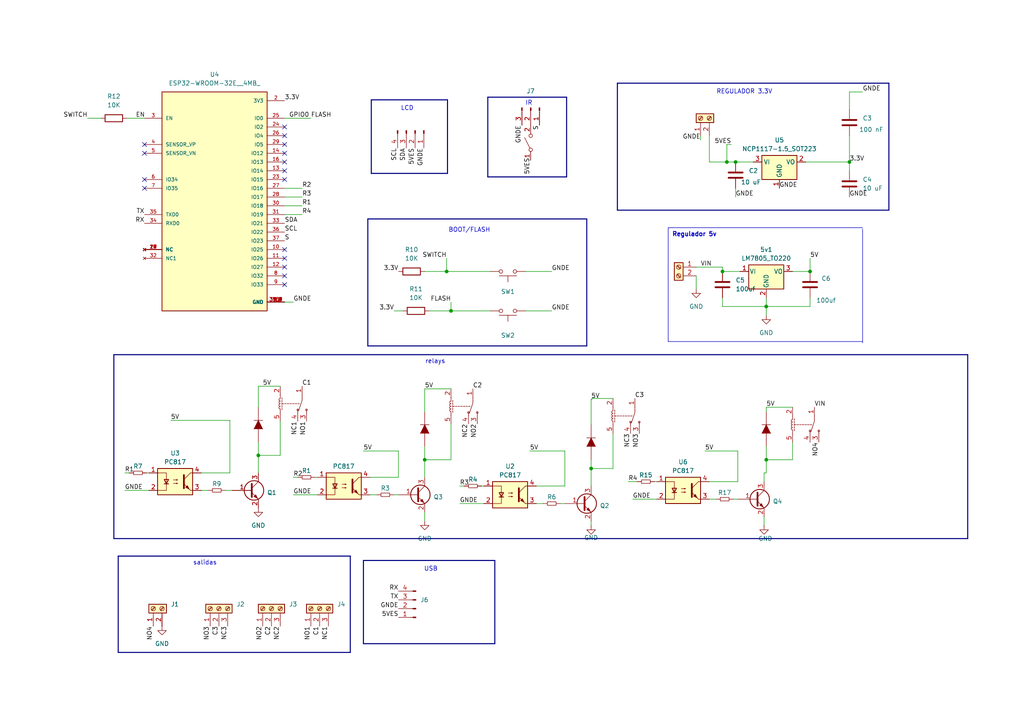
<source format=kicad_sch>
(kicad_sch
	(version 20250114)
	(generator "eeschema")
	(generator_version "9.0")
	(uuid "f4943136-be96-426f-8bad-99bae3b3f947")
	(paper "A4")
	(title_block
		(title "Automatización WiFi")
		(company "Facundo Alliana / ECU Labs")
	)
	(lib_symbols
		(symbol "2N3904_1"
			(pin_names
				(offset 0)
				(hide yes)
			)
			(exclude_from_sim no)
			(in_bom yes)
			(on_board yes)
			(property "Reference" "Q4"
				(at 5.08 -0.635 0)
				(effects
					(font
						(size 1.27 1.27)
					)
					(justify left)
				)
			)
			(property "Value" "2N3904"
				(at 5.715 -1.905 0)
				(effects
					(font
						(size 1.27 1.27)
					)
					(justify left)
					(hide yes)
				)
			)
			(property "Footprint" "MMBT3904-Diotec-Semiconductor-Symbol-Kicad-1:P200_SOT-23"
				(at 5.08 -1.905 0)
				(effects
					(font
						(size 1.27 1.27)
						(italic yes)
					)
					(justify left)
					(hide yes)
				)
			)
			(property "Datasheet" "https://www.onsemi.com/pub/Collateral/2N3903-D.PDF"
				(at 0 0 0)
				(effects
					(font
						(size 1.27 1.27)
					)
					(justify left)
					(hide yes)
				)
			)
			(property "Description" ""
				(at 0 0 0)
				(effects
					(font
						(size 1.27 1.27)
					)
					(hide yes)
				)
			)
			(property "ki_keywords" "NPN Transistor"
				(at 0 0 0)
				(effects
					(font
						(size 1.27 1.27)
					)
					(hide yes)
				)
			)
			(property "ki_fp_filters" "TO?92*"
				(at 0 0 0)
				(effects
					(font
						(size 1.27 1.27)
					)
					(hide yes)
				)
			)
			(symbol "2N3904_1_0_1"
				(polyline
					(pts
						(xy 0.635 1.905) (xy 0.635 -1.905) (xy 0.635 -1.905)
					)
					(stroke
						(width 0.508)
						(type default)
					)
					(fill
						(type none)
					)
				)
				(polyline
					(pts
						(xy 0.635 0.635) (xy 2.54 2.54)
					)
					(stroke
						(width 0)
						(type default)
					)
					(fill
						(type none)
					)
				)
				(polyline
					(pts
						(xy 0.635 -0.635) (xy 2.54 -2.54) (xy 2.54 -2.54)
					)
					(stroke
						(width 0)
						(type default)
					)
					(fill
						(type none)
					)
				)
				(circle
					(center 1.27 0)
					(radius 2.8194)
					(stroke
						(width 0.254)
						(type default)
					)
					(fill
						(type none)
					)
				)
				(polyline
					(pts
						(xy 1.27 -1.778) (xy 1.778 -1.27) (xy 2.286 -2.286) (xy 1.27 -1.778) (xy 1.27 -1.778)
					)
					(stroke
						(width 0)
						(type default)
					)
					(fill
						(type outline)
					)
				)
			)
			(symbol "2N3904_1_1_1"
				(pin passive line
					(at -5.08 0 0)
					(length 5.715)
					(name "B"
						(effects
							(font
								(size 1.27 1.27)
							)
						)
					)
					(number "1"
						(effects
							(font
								(size 1.27 1.27)
							)
						)
					)
				)
				(pin passive line
					(at 2.54 5.08 270)
					(length 2.54)
					(name "C"
						(effects
							(font
								(size 1.27 1.27)
							)
						)
					)
					(number "3"
						(effects
							(font
								(size 1.27 1.27)
							)
						)
					)
				)
				(pin passive line
					(at 2.54 -5.08 90)
					(length 2.54)
					(name "E"
						(effects
							(font
								(size 1.27 1.27)
							)
						)
					)
					(number "2"
						(effects
							(font
								(size 1.27 1.27)
							)
						)
					)
				)
			)
			(embedded_fonts no)
		)
		(symbol "Connector:Conn_01x03_Pin"
			(pin_names
				(offset 1.016)
				(hide yes)
			)
			(exclude_from_sim no)
			(in_bom yes)
			(on_board yes)
			(property "Reference" "J"
				(at 0 5.08 0)
				(effects
					(font
						(size 1.27 1.27)
					)
				)
			)
			(property "Value" "Conn_01x03_Pin"
				(at 0 -5.08 0)
				(effects
					(font
						(size 1.27 1.27)
					)
				)
			)
			(property "Footprint" ""
				(at 0 0 0)
				(effects
					(font
						(size 1.27 1.27)
					)
					(hide yes)
				)
			)
			(property "Datasheet" "~"
				(at 0 0 0)
				(effects
					(font
						(size 1.27 1.27)
					)
					(hide yes)
				)
			)
			(property "Description" "Generic connector, single row, 01x03, script generated"
				(at 0 0 0)
				(effects
					(font
						(size 1.27 1.27)
					)
					(hide yes)
				)
			)
			(property "ki_locked" ""
				(at 0 0 0)
				(effects
					(font
						(size 1.27 1.27)
					)
				)
			)
			(property "ki_keywords" "connector"
				(at 0 0 0)
				(effects
					(font
						(size 1.27 1.27)
					)
					(hide yes)
				)
			)
			(property "ki_fp_filters" "Connector*:*_1x??_*"
				(at 0 0 0)
				(effects
					(font
						(size 1.27 1.27)
					)
					(hide yes)
				)
			)
			(symbol "Conn_01x03_Pin_1_1"
				(rectangle
					(start 0.8636 2.667)
					(end 0 2.413)
					(stroke
						(width 0.1524)
						(type default)
					)
					(fill
						(type outline)
					)
				)
				(rectangle
					(start 0.8636 0.127)
					(end 0 -0.127)
					(stroke
						(width 0.1524)
						(type default)
					)
					(fill
						(type outline)
					)
				)
				(rectangle
					(start 0.8636 -2.413)
					(end 0 -2.667)
					(stroke
						(width 0.1524)
						(type default)
					)
					(fill
						(type outline)
					)
				)
				(polyline
					(pts
						(xy 1.27 2.54) (xy 0.8636 2.54)
					)
					(stroke
						(width 0.1524)
						(type default)
					)
					(fill
						(type none)
					)
				)
				(polyline
					(pts
						(xy 1.27 0) (xy 0.8636 0)
					)
					(stroke
						(width 0.1524)
						(type default)
					)
					(fill
						(type none)
					)
				)
				(polyline
					(pts
						(xy 1.27 -2.54) (xy 0.8636 -2.54)
					)
					(stroke
						(width 0.1524)
						(type default)
					)
					(fill
						(type none)
					)
				)
				(pin passive line
					(at 5.08 2.54 180)
					(length 3.81)
					(name "Pin_1"
						(effects
							(font
								(size 1.27 1.27)
							)
						)
					)
					(number "1"
						(effects
							(font
								(size 1.27 1.27)
							)
						)
					)
				)
				(pin passive line
					(at 5.08 0 180)
					(length 3.81)
					(name "Pin_2"
						(effects
							(font
								(size 1.27 1.27)
							)
						)
					)
					(number "2"
						(effects
							(font
								(size 1.27 1.27)
							)
						)
					)
				)
				(pin passive line
					(at 5.08 -2.54 180)
					(length 3.81)
					(name "Pin_3"
						(effects
							(font
								(size 1.27 1.27)
							)
						)
					)
					(number "3"
						(effects
							(font
								(size 1.27 1.27)
							)
						)
					)
				)
			)
			(embedded_fonts no)
		)
		(symbol "Connector:Conn_01x04_Pin"
			(pin_names
				(offset 1.016)
				(hide yes)
			)
			(exclude_from_sim no)
			(in_bom yes)
			(on_board yes)
			(property "Reference" "J"
				(at 0 5.08 0)
				(effects
					(font
						(size 1.27 1.27)
					)
				)
			)
			(property "Value" "Conn_01x04_Pin"
				(at 0 -7.62 0)
				(effects
					(font
						(size 1.27 1.27)
					)
				)
			)
			(property "Footprint" ""
				(at 0 0 0)
				(effects
					(font
						(size 1.27 1.27)
					)
					(hide yes)
				)
			)
			(property "Datasheet" "~"
				(at 0 0 0)
				(effects
					(font
						(size 1.27 1.27)
					)
					(hide yes)
				)
			)
			(property "Description" "Generic connector, single row, 01x04, script generated"
				(at 0 0 0)
				(effects
					(font
						(size 1.27 1.27)
					)
					(hide yes)
				)
			)
			(property "ki_locked" ""
				(at 0 0 0)
				(effects
					(font
						(size 1.27 1.27)
					)
				)
			)
			(property "ki_keywords" "connector"
				(at 0 0 0)
				(effects
					(font
						(size 1.27 1.27)
					)
					(hide yes)
				)
			)
			(property "ki_fp_filters" "Connector*:*_1x??_*"
				(at 0 0 0)
				(effects
					(font
						(size 1.27 1.27)
					)
					(hide yes)
				)
			)
			(symbol "Conn_01x04_Pin_1_1"
				(rectangle
					(start 0.8636 2.667)
					(end 0 2.413)
					(stroke
						(width 0.1524)
						(type default)
					)
					(fill
						(type outline)
					)
				)
				(rectangle
					(start 0.8636 0.127)
					(end 0 -0.127)
					(stroke
						(width 0.1524)
						(type default)
					)
					(fill
						(type outline)
					)
				)
				(rectangle
					(start 0.8636 -2.413)
					(end 0 -2.667)
					(stroke
						(width 0.1524)
						(type default)
					)
					(fill
						(type outline)
					)
				)
				(rectangle
					(start 0.8636 -4.953)
					(end 0 -5.207)
					(stroke
						(width 0.1524)
						(type default)
					)
					(fill
						(type outline)
					)
				)
				(polyline
					(pts
						(xy 1.27 2.54) (xy 0.8636 2.54)
					)
					(stroke
						(width 0.1524)
						(type default)
					)
					(fill
						(type none)
					)
				)
				(polyline
					(pts
						(xy 1.27 0) (xy 0.8636 0)
					)
					(stroke
						(width 0.1524)
						(type default)
					)
					(fill
						(type none)
					)
				)
				(polyline
					(pts
						(xy 1.27 -2.54) (xy 0.8636 -2.54)
					)
					(stroke
						(width 0.1524)
						(type default)
					)
					(fill
						(type none)
					)
				)
				(polyline
					(pts
						(xy 1.27 -5.08) (xy 0.8636 -5.08)
					)
					(stroke
						(width 0.1524)
						(type default)
					)
					(fill
						(type none)
					)
				)
				(pin passive line
					(at 5.08 2.54 180)
					(length 3.81)
					(name "Pin_1"
						(effects
							(font
								(size 1.27 1.27)
							)
						)
					)
					(number "1"
						(effects
							(font
								(size 1.27 1.27)
							)
						)
					)
				)
				(pin passive line
					(at 5.08 0 180)
					(length 3.81)
					(name "Pin_2"
						(effects
							(font
								(size 1.27 1.27)
							)
						)
					)
					(number "2"
						(effects
							(font
								(size 1.27 1.27)
							)
						)
					)
				)
				(pin passive line
					(at 5.08 -2.54 180)
					(length 3.81)
					(name "Pin_3"
						(effects
							(font
								(size 1.27 1.27)
							)
						)
					)
					(number "3"
						(effects
							(font
								(size 1.27 1.27)
							)
						)
					)
				)
				(pin passive line
					(at 5.08 -5.08 180)
					(length 3.81)
					(name "Pin_4"
						(effects
							(font
								(size 1.27 1.27)
							)
						)
					)
					(number "4"
						(effects
							(font
								(size 1.27 1.27)
							)
						)
					)
				)
			)
			(embedded_fonts no)
		)
		(symbol "Connector:Screw_Terminal_01x02"
			(pin_names
				(offset 1.016)
				(hide yes)
			)
			(exclude_from_sim no)
			(in_bom yes)
			(on_board yes)
			(property "Reference" "J"
				(at 0 2.54 0)
				(effects
					(font
						(size 1.27 1.27)
					)
				)
			)
			(property "Value" "Screw_Terminal_01x02"
				(at 0 -5.08 0)
				(effects
					(font
						(size 1.27 1.27)
					)
				)
			)
			(property "Footprint" ""
				(at 0 0 0)
				(effects
					(font
						(size 1.27 1.27)
					)
					(hide yes)
				)
			)
			(property "Datasheet" "~"
				(at 0 0 0)
				(effects
					(font
						(size 1.27 1.27)
					)
					(hide yes)
				)
			)
			(property "Description" "Generic screw terminal, single row, 01x02, script generated (kicad-library-utils/schlib/autogen/connector/)"
				(at 0 0 0)
				(effects
					(font
						(size 1.27 1.27)
					)
					(hide yes)
				)
			)
			(property "ki_keywords" "screw terminal"
				(at 0 0 0)
				(effects
					(font
						(size 1.27 1.27)
					)
					(hide yes)
				)
			)
			(property "ki_fp_filters" "TerminalBlock*:*"
				(at 0 0 0)
				(effects
					(font
						(size 1.27 1.27)
					)
					(hide yes)
				)
			)
			(symbol "Screw_Terminal_01x02_1_1"
				(rectangle
					(start -1.27 1.27)
					(end 1.27 -3.81)
					(stroke
						(width 0.254)
						(type default)
					)
					(fill
						(type background)
					)
				)
				(polyline
					(pts
						(xy -0.5334 0.3302) (xy 0.3302 -0.508)
					)
					(stroke
						(width 0.1524)
						(type default)
					)
					(fill
						(type none)
					)
				)
				(polyline
					(pts
						(xy -0.5334 -2.2098) (xy 0.3302 -3.048)
					)
					(stroke
						(width 0.1524)
						(type default)
					)
					(fill
						(type none)
					)
				)
				(polyline
					(pts
						(xy -0.3556 0.508) (xy 0.508 -0.3302)
					)
					(stroke
						(width 0.1524)
						(type default)
					)
					(fill
						(type none)
					)
				)
				(polyline
					(pts
						(xy -0.3556 -2.032) (xy 0.508 -2.8702)
					)
					(stroke
						(width 0.1524)
						(type default)
					)
					(fill
						(type none)
					)
				)
				(circle
					(center 0 0)
					(radius 0.635)
					(stroke
						(width 0.1524)
						(type default)
					)
					(fill
						(type none)
					)
				)
				(circle
					(center 0 -2.54)
					(radius 0.635)
					(stroke
						(width 0.1524)
						(type default)
					)
					(fill
						(type none)
					)
				)
				(pin passive line
					(at -5.08 0 0)
					(length 3.81)
					(name "Pin_1"
						(effects
							(font
								(size 1.27 1.27)
							)
						)
					)
					(number "1"
						(effects
							(font
								(size 1.27 1.27)
							)
						)
					)
				)
				(pin passive line
					(at -5.08 -2.54 0)
					(length 3.81)
					(name "Pin_2"
						(effects
							(font
								(size 1.27 1.27)
							)
						)
					)
					(number "2"
						(effects
							(font
								(size 1.27 1.27)
							)
						)
					)
				)
			)
			(embedded_fonts no)
		)
		(symbol "Connector:Screw_Terminal_01x03"
			(pin_names
				(offset 1.016)
				(hide yes)
			)
			(exclude_from_sim no)
			(in_bom yes)
			(on_board yes)
			(property "Reference" "J"
				(at 0 5.08 0)
				(effects
					(font
						(size 1.27 1.27)
					)
				)
			)
			(property "Value" "Screw_Terminal_01x03"
				(at 0 -5.08 0)
				(effects
					(font
						(size 1.27 1.27)
					)
				)
			)
			(property "Footprint" ""
				(at 0 0 0)
				(effects
					(font
						(size 1.27 1.27)
					)
					(hide yes)
				)
			)
			(property "Datasheet" "~"
				(at 0 0 0)
				(effects
					(font
						(size 1.27 1.27)
					)
					(hide yes)
				)
			)
			(property "Description" "Generic screw terminal, single row, 01x03, script generated (kicad-library-utils/schlib/autogen/connector/)"
				(at 0 0 0)
				(effects
					(font
						(size 1.27 1.27)
					)
					(hide yes)
				)
			)
			(property "ki_keywords" "screw terminal"
				(at 0 0 0)
				(effects
					(font
						(size 1.27 1.27)
					)
					(hide yes)
				)
			)
			(property "ki_fp_filters" "TerminalBlock*:*"
				(at 0 0 0)
				(effects
					(font
						(size 1.27 1.27)
					)
					(hide yes)
				)
			)
			(symbol "Screw_Terminal_01x03_1_1"
				(rectangle
					(start -1.27 3.81)
					(end 1.27 -3.81)
					(stroke
						(width 0.254)
						(type default)
					)
					(fill
						(type background)
					)
				)
				(polyline
					(pts
						(xy -0.5334 2.8702) (xy 0.3302 2.032)
					)
					(stroke
						(width 0.1524)
						(type default)
					)
					(fill
						(type none)
					)
				)
				(polyline
					(pts
						(xy -0.5334 0.3302) (xy 0.3302 -0.508)
					)
					(stroke
						(width 0.1524)
						(type default)
					)
					(fill
						(type none)
					)
				)
				(polyline
					(pts
						(xy -0.5334 -2.2098) (xy 0.3302 -3.048)
					)
					(stroke
						(width 0.1524)
						(type default)
					)
					(fill
						(type none)
					)
				)
				(polyline
					(pts
						(xy -0.3556 3.048) (xy 0.508 2.2098)
					)
					(stroke
						(width 0.1524)
						(type default)
					)
					(fill
						(type none)
					)
				)
				(polyline
					(pts
						(xy -0.3556 0.508) (xy 0.508 -0.3302)
					)
					(stroke
						(width 0.1524)
						(type default)
					)
					(fill
						(type none)
					)
				)
				(polyline
					(pts
						(xy -0.3556 -2.032) (xy 0.508 -2.8702)
					)
					(stroke
						(width 0.1524)
						(type default)
					)
					(fill
						(type none)
					)
				)
				(circle
					(center 0 2.54)
					(radius 0.635)
					(stroke
						(width 0.1524)
						(type default)
					)
					(fill
						(type none)
					)
				)
				(circle
					(center 0 0)
					(radius 0.635)
					(stroke
						(width 0.1524)
						(type default)
					)
					(fill
						(type none)
					)
				)
				(circle
					(center 0 -2.54)
					(radius 0.635)
					(stroke
						(width 0.1524)
						(type default)
					)
					(fill
						(type none)
					)
				)
				(pin passive line
					(at -5.08 2.54 0)
					(length 3.81)
					(name "Pin_1"
						(effects
							(font
								(size 1.27 1.27)
							)
						)
					)
					(number "1"
						(effects
							(font
								(size 1.27 1.27)
							)
						)
					)
				)
				(pin passive line
					(at -5.08 0 0)
					(length 3.81)
					(name "Pin_2"
						(effects
							(font
								(size 1.27 1.27)
							)
						)
					)
					(number "2"
						(effects
							(font
								(size 1.27 1.27)
							)
						)
					)
				)
				(pin passive line
					(at -5.08 -2.54 0)
					(length 3.81)
					(name "Pin_3"
						(effects
							(font
								(size 1.27 1.27)
							)
						)
					)
					(number "3"
						(effects
							(font
								(size 1.27 1.27)
							)
						)
					)
				)
			)
			(embedded_fonts no)
		)
		(symbol "Device:C"
			(pin_numbers
				(hide yes)
			)
			(pin_names
				(offset 0.254)
			)
			(exclude_from_sim no)
			(in_bom yes)
			(on_board yes)
			(property "Reference" "C"
				(at 0.635 2.54 0)
				(effects
					(font
						(size 1.27 1.27)
					)
					(justify left)
				)
			)
			(property "Value" "C"
				(at 0.635 -2.54 0)
				(effects
					(font
						(size 1.27 1.27)
					)
					(justify left)
				)
			)
			(property "Footprint" ""
				(at 0.9652 -3.81 0)
				(effects
					(font
						(size 1.27 1.27)
					)
					(hide yes)
				)
			)
			(property "Datasheet" "~"
				(at 0 0 0)
				(effects
					(font
						(size 1.27 1.27)
					)
					(hide yes)
				)
			)
			(property "Description" "Unpolarized capacitor"
				(at 0 0 0)
				(effects
					(font
						(size 1.27 1.27)
					)
					(hide yes)
				)
			)
			(property "ki_keywords" "cap capacitor"
				(at 0 0 0)
				(effects
					(font
						(size 1.27 1.27)
					)
					(hide yes)
				)
			)
			(property "ki_fp_filters" "C_*"
				(at 0 0 0)
				(effects
					(font
						(size 1.27 1.27)
					)
					(hide yes)
				)
			)
			(symbol "C_0_1"
				(polyline
					(pts
						(xy -2.032 0.762) (xy 2.032 0.762)
					)
					(stroke
						(width 0.508)
						(type default)
					)
					(fill
						(type none)
					)
				)
				(polyline
					(pts
						(xy -2.032 -0.762) (xy 2.032 -0.762)
					)
					(stroke
						(width 0.508)
						(type default)
					)
					(fill
						(type none)
					)
				)
			)
			(symbol "C_1_1"
				(pin passive line
					(at 0 3.81 270)
					(length 2.794)
					(name "~"
						(effects
							(font
								(size 1.27 1.27)
							)
						)
					)
					(number "1"
						(effects
							(font
								(size 1.27 1.27)
							)
						)
					)
				)
				(pin passive line
					(at 0 -3.81 90)
					(length 2.794)
					(name "~"
						(effects
							(font
								(size 1.27 1.27)
							)
						)
					)
					(number "2"
						(effects
							(font
								(size 1.27 1.27)
							)
						)
					)
				)
			)
			(embedded_fonts no)
		)
		(symbol "Device:R"
			(pin_numbers
				(hide yes)
			)
			(pin_names
				(offset 0)
			)
			(exclude_from_sim no)
			(in_bom yes)
			(on_board yes)
			(property "Reference" "R"
				(at 2.032 0 90)
				(effects
					(font
						(size 1.27 1.27)
					)
				)
			)
			(property "Value" "R"
				(at 0 0 90)
				(effects
					(font
						(size 1.27 1.27)
					)
				)
			)
			(property "Footprint" ""
				(at -1.778 0 90)
				(effects
					(font
						(size 1.27 1.27)
					)
					(hide yes)
				)
			)
			(property "Datasheet" "~"
				(at 0 0 0)
				(effects
					(font
						(size 1.27 1.27)
					)
					(hide yes)
				)
			)
			(property "Description" "Resistor"
				(at 0 0 0)
				(effects
					(font
						(size 1.27 1.27)
					)
					(hide yes)
				)
			)
			(property "ki_keywords" "R res resistor"
				(at 0 0 0)
				(effects
					(font
						(size 1.27 1.27)
					)
					(hide yes)
				)
			)
			(property "ki_fp_filters" "R_*"
				(at 0 0 0)
				(effects
					(font
						(size 1.27 1.27)
					)
					(hide yes)
				)
			)
			(symbol "R_0_1"
				(rectangle
					(start -1.016 -2.54)
					(end 1.016 2.54)
					(stroke
						(width 0.254)
						(type default)
					)
					(fill
						(type none)
					)
				)
			)
			(symbol "R_1_1"
				(pin passive line
					(at 0 3.81 270)
					(length 1.27)
					(name "~"
						(effects
							(font
								(size 1.27 1.27)
							)
						)
					)
					(number "1"
						(effects
							(font
								(size 1.27 1.27)
							)
						)
					)
				)
				(pin passive line
					(at 0 -3.81 90)
					(length 1.27)
					(name "~"
						(effects
							(font
								(size 1.27 1.27)
							)
						)
					)
					(number "2"
						(effects
							(font
								(size 1.27 1.27)
							)
						)
					)
				)
			)
			(embedded_fonts no)
		)
		(symbol "EESTN5:DIODE"
			(pin_numbers
				(hide yes)
			)
			(pin_names
				(offset 1.016)
				(hide yes)
			)
			(exclude_from_sim no)
			(in_bom yes)
			(on_board yes)
			(property "Reference" "D"
				(at 0 2.54 0)
				(effects
					(font
						(size 1.016 1.016)
					)
				)
			)
			(property "Value" "DIODE"
				(at 0 -2.54 0)
				(effects
					(font
						(size 1.016 1.016)
					)
				)
			)
			(property "Footprint" ""
				(at 0 0 0)
				(effects
					(font
						(size 1.524 1.524)
					)
				)
			)
			(property "Datasheet" ""
				(at 0 0 0)
				(effects
					(font
						(size 1.524 1.524)
					)
				)
			)
			(property "Description" ""
				(at 0 0 0)
				(effects
					(font
						(size 1.27 1.27)
					)
					(hide yes)
				)
			)
			(property "ki_fp_filters" "D* S*"
				(at 0 0 0)
				(effects
					(font
						(size 1.27 1.27)
					)
					(hide yes)
				)
			)
			(symbol "DIODE_0_1"
				(polyline
					(pts
						(xy -1.27 1.27) (xy 1.27 0) (xy -1.27 -1.27)
					)
					(stroke
						(width 0)
						(type solid)
					)
					(fill
						(type outline)
					)
				)
				(polyline
					(pts
						(xy 1.27 1.27) (xy 1.27 -1.27)
					)
					(stroke
						(width 0.1524)
						(type solid)
					)
					(fill
						(type none)
					)
				)
			)
			(symbol "DIODE_1_1"
				(pin passive line
					(at -5.08 0 0)
					(length 3.81)
					(name "A"
						(effects
							(font
								(size 1.016 1.016)
							)
						)
					)
					(number "1"
						(effects
							(font
								(size 1.016 1.016)
							)
						)
					)
				)
				(pin passive line
					(at 5.08 0 180)
					(length 3.81)
					(name "K"
						(effects
							(font
								(size 1.016 1.016)
							)
						)
					)
					(number "2"
						(effects
							(font
								(size 1.016 1.016)
							)
						)
					)
				)
			)
			(embedded_fonts no)
		)
		(symbol "EESTN5:R"
			(pin_numbers
				(hide yes)
			)
			(pin_names
				(offset 0)
			)
			(exclude_from_sim no)
			(in_bom yes)
			(on_board yes)
			(property "Reference" "R"
				(at -1.27 0 90)
				(effects
					(font
						(size 1.27 1.27)
					)
				)
			)
			(property "Value" "R"
				(at 1.27 0 90)
				(effects
					(font
						(size 1.27 1.27)
					)
				)
			)
			(property "Footprint" ""
				(at 0 0 0)
				(effects
					(font
						(size 1.524 1.524)
					)
				)
			)
			(property "Datasheet" ""
				(at 0 0 0)
				(effects
					(font
						(size 1.524 1.524)
					)
				)
			)
			(property "Description" ""
				(at 0 0 0)
				(effects
					(font
						(size 1.27 1.27)
					)
					(hide yes)
				)
			)
			(property "ki_fp_filters" "RES* R_*"
				(at 0 0 0)
				(effects
					(font
						(size 1.27 1.27)
					)
					(hide yes)
				)
			)
			(symbol "R_0_1"
				(rectangle
					(start 0.508 1.27)
					(end -0.508 -1.27)
					(stroke
						(width 0)
						(type solid)
					)
					(fill
						(type none)
					)
				)
			)
			(symbol "R_1_1"
				(pin passive line
					(at 0 2.54 270)
					(length 1.27)
					(name "~"
						(effects
							(font
								(size 1.524 1.524)
							)
						)
					)
					(number "1"
						(effects
							(font
								(size 1.524 1.524)
							)
						)
					)
				)
				(pin passive line
					(at 0 -2.54 90)
					(length 1.27)
					(name "~"
						(effects
							(font
								(size 1.524 1.524)
							)
						)
					)
					(number "2"
						(effects
							(font
								(size 1.524 1.524)
							)
						)
					)
				)
			)
			(embedded_fonts no)
		)
		(symbol "EESTN5:RELAY_C"
			(pin_names
				(offset 1.016)
			)
			(exclude_from_sim no)
			(in_bom yes)
			(on_board yes)
			(property "Reference" "K"
				(at 0 6.35 0)
				(effects
					(font
						(size 1.524 1.524)
					)
				)
			)
			(property "Value" "RELAY_C"
				(at 0 -5.969 0)
				(effects
					(font
						(size 1.524 1.524)
					)
				)
			)
			(property "Footprint" ""
				(at 0 0 0)
				(effects
					(font
						(size 1.524 1.524)
					)
				)
			)
			(property "Datasheet" ""
				(at 0 0 0)
				(effects
					(font
						(size 1.524 1.524)
					)
				)
			)
			(property "Description" ""
				(at 0 0 0)
				(effects
					(font
						(size 1.27 1.27)
					)
					(hide yes)
				)
			)
			(property "ki_fp_filters" "REL*"
				(at 0 0 0)
				(effects
					(font
						(size 1.27 1.27)
					)
					(hide yes)
				)
			)
			(symbol "RELAY_C_0_1"
				(polyline
					(pts
						(xy -1.778 3.302) (xy -1.27 3.302) (xy -1.27 3.302)
					)
					(stroke
						(width 0)
						(type solid)
					)
					(fill
						(type none)
					)
				)
				(polyline
					(pts
						(xy -1.524 3.81) (xy -2.54 3.81) (xy -2.54 3.81)
					)
					(stroke
						(width 0)
						(type solid)
					)
					(fill
						(type none)
					)
				)
				(polyline
					(pts
						(xy -1.524 -2.54) (xy -2.54 -2.54) (xy -2.54 -2.54)
					)
					(stroke
						(width 0)
						(type solid)
					)
					(fill
						(type none)
					)
				)
				(polyline
					(pts
						(xy -1.524 -2.54) (xy -1.016 -2.54) (xy 2.032 -1.524) (xy 2.032 -1.524)
					)
					(stroke
						(width 0)
						(type solid)
					)
					(fill
						(type none)
					)
				)
				(arc
					(start -1.524 3.81)
					(mid -1.143 4.1894)
					(end -0.762 3.81)
					(stroke
						(width 0)
						(type solid)
					)
					(fill
						(type none)
					)
				)
				(polyline
					(pts
						(xy -1.016 3.302) (xy -0.508 3.302) (xy -0.508 3.302)
					)
					(stroke
						(width 0)
						(type solid)
					)
					(fill
						(type none)
					)
				)
				(arc
					(start -0.762 3.81)
					(mid -0.381 4.1894)
					(end 0 3.81)
					(stroke
						(width 0)
						(type solid)
					)
					(fill
						(type none)
					)
				)
				(polyline
					(pts
						(xy -0.254 3.302) (xy 0.254 3.302) (xy 0.254 3.302)
					)
					(stroke
						(width 0)
						(type solid)
					)
					(fill
						(type none)
					)
				)
				(polyline
					(pts
						(xy 0 3.302) (xy 0 2.794) (xy 0 2.794)
					)
					(stroke
						(width 0)
						(type solid)
					)
					(fill
						(type none)
					)
				)
				(polyline
					(pts
						(xy 0 2.54) (xy 0 2.032) (xy 0 2.032)
					)
					(stroke
						(width 0)
						(type solid)
					)
					(fill
						(type none)
					)
				)
				(polyline
					(pts
						(xy 0 1.778) (xy 0 1.27) (xy 0 1.27)
					)
					(stroke
						(width 0)
						(type solid)
					)
					(fill
						(type none)
					)
				)
				(polyline
					(pts
						(xy 0 1.016) (xy 0 0.508) (xy 0 0.508)
					)
					(stroke
						(width 0)
						(type solid)
					)
					(fill
						(type none)
					)
				)
				(polyline
					(pts
						(xy 0 0.254) (xy 0 -0.254) (xy 0 -0.254)
					)
					(stroke
						(width 0)
						(type solid)
					)
					(fill
						(type none)
					)
				)
				(polyline
					(pts
						(xy 0 -0.508) (xy 0 -1.016) (xy 0 -1.016)
					)
					(stroke
						(width 0)
						(type solid)
					)
					(fill
						(type none)
					)
				)
				(polyline
					(pts
						(xy 0 -1.27) (xy 0 -1.778) (xy 0 -1.778)
					)
					(stroke
						(width 0)
						(type solid)
					)
					(fill
						(type none)
					)
				)
				(arc
					(start 0 3.81)
					(mid 0.381 4.1894)
					(end 0.762 3.81)
					(stroke
						(width 0)
						(type solid)
					)
					(fill
						(type none)
					)
				)
				(polyline
					(pts
						(xy 0.508 3.302) (xy 1.016 3.302) (xy 1.016 3.302)
					)
					(stroke
						(width 0)
						(type solid)
					)
					(fill
						(type none)
					)
				)
				(arc
					(start 0.762 3.81)
					(mid 1.143 4.1894)
					(end 1.524 3.81)
					(stroke
						(width 0)
						(type solid)
					)
					(fill
						(type none)
					)
				)
				(polyline
					(pts
						(xy 1.27 3.302) (xy 1.778 3.302) (xy 1.778 3.302)
					)
					(stroke
						(width 0)
						(type solid)
					)
					(fill
						(type none)
					)
				)
				(polyline
					(pts
						(xy 1.524 3.81) (xy 2.54 3.81) (xy 2.54 3.81)
					)
					(stroke
						(width 0)
						(type solid)
					)
					(fill
						(type none)
					)
				)
				(circle
					(center 1.778 -1.27)
					(radius 0.254)
					(stroke
						(width 0)
						(type solid)
					)
					(fill
						(type none)
					)
				)
				(circle
					(center 1.778 -3.81)
					(radius 0.254)
					(stroke
						(width 0)
						(type solid)
					)
					(fill
						(type none)
					)
				)
				(polyline
					(pts
						(xy 2.54 -1.27) (xy 1.778 -1.27) (xy 1.778 -1.27)
					)
					(stroke
						(width 0)
						(type solid)
					)
					(fill
						(type none)
					)
				)
				(polyline
					(pts
						(xy 2.54 -3.81) (xy 1.778 -3.81) (xy 1.778 -3.81)
					)
					(stroke
						(width 0)
						(type solid)
					)
					(fill
						(type none)
					)
				)
			)
			(symbol "RELAY_C_1_1"
				(pin passive line
					(at -5.08 3.81 0)
					(length 2.54)
					(name "~"
						(effects
							(font
								(size 1.27 1.27)
							)
						)
					)
					(number "2"
						(effects
							(font
								(size 1.27 1.27)
							)
						)
					)
				)
				(pin passive line
					(at -5.08 -2.54 0)
					(length 2.54)
					(name "~"
						(effects
							(font
								(size 1.27 1.27)
							)
						)
					)
					(number "1"
						(effects
							(font
								(size 1.27 1.27)
							)
						)
					)
				)
				(pin passive line
					(at 5.08 3.81 180)
					(length 2.54)
					(name "~"
						(effects
							(font
								(size 1.27 1.27)
							)
						)
					)
					(number "5"
						(effects
							(font
								(size 1.27 1.27)
							)
						)
					)
				)
				(pin passive line
					(at 5.08 -1.27 180)
					(length 2.54)
					(name "~"
						(effects
							(font
								(size 1.27 1.27)
							)
						)
					)
					(number "4"
						(effects
							(font
								(size 1.27 1.27)
							)
						)
					)
				)
				(pin passive line
					(at 5.08 -3.81 180)
					(length 2.54)
					(name "~"
						(effects
							(font
								(size 1.27 1.27)
							)
						)
					)
					(number "3"
						(effects
							(font
								(size 1.27 1.27)
							)
						)
					)
				)
			)
			(embedded_fonts no)
		)
		(symbol "EESTN5:SW_Push"
			(pin_numbers
				(hide yes)
			)
			(pin_names
				(offset 1.016)
				(hide yes)
			)
			(exclude_from_sim no)
			(in_bom yes)
			(on_board yes)
			(property "Reference" "SW"
				(at 1.27 2.54 0)
				(effects
					(font
						(size 1.27 1.27)
					)
					(justify left)
				)
			)
			(property "Value" "SW_Push"
				(at 0 -1.524 0)
				(effects
					(font
						(size 1.27 1.27)
					)
					(hide yes)
				)
			)
			(property "Footprint" ""
				(at 0 5.08 0)
				(effects
					(font
						(size 1.27 1.27)
					)
				)
			)
			(property "Datasheet" ""
				(at 0 5.08 0)
				(effects
					(font
						(size 1.27 1.27)
					)
				)
			)
			(property "Description" "Push button switch, generic, two pins"
				(at 0 0 0)
				(effects
					(font
						(size 1.27 1.27)
					)
					(hide yes)
				)
			)
			(property "ki_keywords" "switch normally-open pushbutton push-button"
				(at 0 0 0)
				(effects
					(font
						(size 1.27 1.27)
					)
					(hide yes)
				)
			)
			(property "ki_fp_filters" "PUL* SW* SPST*"
				(at 0 0 0)
				(effects
					(font
						(size 1.27 1.27)
					)
					(hide yes)
				)
			)
			(symbol "SW_Push_0_1"
				(circle
					(center -2.032 0)
					(radius 0.508)
					(stroke
						(width 0)
						(type solid)
					)
					(fill
						(type none)
					)
				)
				(polyline
					(pts
						(xy 0 1.27) (xy 0 3.048)
					)
					(stroke
						(width 0)
						(type solid)
					)
					(fill
						(type none)
					)
				)
				(circle
					(center 2.032 0)
					(radius 0.508)
					(stroke
						(width 0)
						(type solid)
					)
					(fill
						(type none)
					)
				)
				(polyline
					(pts
						(xy 2.54 1.27) (xy -2.54 1.27)
					)
					(stroke
						(width 0)
						(type solid)
					)
					(fill
						(type none)
					)
				)
				(pin passive line
					(at -5.08 0 0)
					(length 2.54)
					(name "1"
						(effects
							(font
								(size 1.27 1.27)
							)
						)
					)
					(number "1"
						(effects
							(font
								(size 1.27 1.27)
							)
						)
					)
				)
				(pin passive line
					(at 5.08 0 180)
					(length 2.54)
					(name "2"
						(effects
							(font
								(size 1.27 1.27)
							)
						)
					)
					(number "2"
						(effects
							(font
								(size 1.27 1.27)
							)
						)
					)
				)
			)
			(embedded_fonts no)
		)
		(symbol "ESP32-WROOM-32E__4MB_:ESP32-WROOM-32E__4MB_"
			(pin_names
				(offset 1.016)
			)
			(exclude_from_sim no)
			(in_bom yes)
			(on_board yes)
			(property "Reference" "U"
				(at -15.24 33.909 0)
				(effects
					(font
						(size 1.27 1.27)
					)
					(justify left bottom)
				)
			)
			(property "Value" "ESP32-WROOM-32E__4MB_"
				(at -15.24 -33.02 0)
				(effects
					(font
						(size 1.27 1.27)
					)
					(justify left bottom)
				)
			)
			(property "Footprint" "XCVR_ESP32-WROOM-32E__4MB_"
				(at 0 0 0)
				(effects
					(font
						(size 1.27 1.27)
					)
					(justify left bottom)
					(hide yes)
				)
			)
			(property "Datasheet" ""
				(at 0 0 0)
				(effects
					(font
						(size 1.27 1.27)
					)
					(justify left bottom)
					(hide yes)
				)
			)
			(property "Description" "Espressif Systems"
				(at 0 0 0)
				(effects
					(font
						(size 1.27 1.27)
					)
					(justify left bottom)
					(hide yes)
				)
			)
			(property "MAXIMUM_PACKAGE_HEIGHT" "3.25mm"
				(at 0 0 0)
				(effects
					(font
						(size 1.27 1.27)
					)
					(justify left bottom)
					(hide yes)
				)
			)
			(property "Package" "SMD-44 Espressif Systems"
				(at 0 0 0)
				(effects
					(font
						(size 1.27 1.27)
					)
					(justify left bottom)
					(hide yes)
				)
			)
			(property "Price" "None"
				(at 0 0 0)
				(effects
					(font
						(size 1.27 1.27)
					)
					(justify left bottom)
					(hide yes)
				)
			)
			(property "Check_prices" "https://www.snapeda.com/parts/ESP32-WROOM-32E%20(4MB)/Espressif+Systems/view-part/?ref=eda"
				(at 0 0 0)
				(effects
					(font
						(size 1.27 1.27)
					)
					(justify left bottom)
					(hide yes)
				)
			)
			(property "STANDARD" "Manufacturer Recommendations"
				(at 0 0 0)
				(effects
					(font
						(size 1.27 1.27)
					)
					(justify left bottom)
					(hide yes)
				)
			)
			(property "PARTREV" "1.4"
				(at 0 0 0)
				(effects
					(font
						(size 1.27 1.27)
					)
					(justify left bottom)
					(hide yes)
				)
			)
			(property "SnapEDA_Link" "https://www.snapeda.com/parts/ESP32-WROOM-32E%20(4MB)/Espressif+Systems/view-part/?ref=snap"
				(at 0 0 0)
				(effects
					(font
						(size 1.27 1.27)
					)
					(justify left bottom)
					(hide yes)
				)
			)
			(property "MP" "ESP32-WROOM-32E (4MB)"
				(at 0 0 0)
				(effects
					(font
						(size 1.27 1.27)
					)
					(justify left bottom)
					(hide yes)
				)
			)
			(property "Description_1" "\\nBluetooth, WiFi 802.11b/g/n, Bluetooth v4.2 +EDR, Class 1, 2 and 3 Transceiver Module 2.4GHz ~{} 2.5GHz Integrated, Trace Surface Mount\\n"
				(at 0 0 0)
				(effects
					(font
						(size 1.27 1.27)
					)
					(justify left bottom)
					(hide yes)
				)
			)
			(property "Availability" "In Stock"
				(at 0 0 0)
				(effects
					(font
						(size 1.27 1.27)
					)
					(justify left bottom)
					(hide yes)
				)
			)
			(property "MANUFACTURER" "Espressif Systems"
				(at 0 0 0)
				(effects
					(font
						(size 1.27 1.27)
					)
					(justify left bottom)
					(hide yes)
				)
			)
			(property "ki_locked" ""
				(at 0 0 0)
				(effects
					(font
						(size 1.27 1.27)
					)
				)
			)
			(symbol "ESP32-WROOM-32E__4MB__0_0"
				(rectangle
					(start -15.24 -30.48)
					(end 15.24 33.02)
					(stroke
						(width 0.254)
						(type solid)
					)
					(fill
						(type background)
					)
				)
				(pin input line
					(at -20.32 25.4 0)
					(length 5.08)
					(name "EN"
						(effects
							(font
								(size 1.016 1.016)
							)
						)
					)
					(number "3"
						(effects
							(font
								(size 1.016 1.016)
							)
						)
					)
				)
				(pin input line
					(at -20.32 17.78 0)
					(length 5.08)
					(name "SENSOR_VP"
						(effects
							(font
								(size 1.016 1.016)
							)
						)
					)
					(number "4"
						(effects
							(font
								(size 1.016 1.016)
							)
						)
					)
				)
				(pin input line
					(at -20.32 15.24 0)
					(length 5.08)
					(name "SENSOR_VN"
						(effects
							(font
								(size 1.016 1.016)
							)
						)
					)
					(number "5"
						(effects
							(font
								(size 1.016 1.016)
							)
						)
					)
				)
				(pin input line
					(at -20.32 7.62 0)
					(length 5.08)
					(name "IO34"
						(effects
							(font
								(size 1.016 1.016)
							)
						)
					)
					(number "6"
						(effects
							(font
								(size 1.016 1.016)
							)
						)
					)
				)
				(pin input line
					(at -20.32 5.08 0)
					(length 5.08)
					(name "IO35"
						(effects
							(font
								(size 1.016 1.016)
							)
						)
					)
					(number "7"
						(effects
							(font
								(size 1.016 1.016)
							)
						)
					)
				)
				(pin bidirectional line
					(at -20.32 -2.54 0)
					(length 5.08)
					(name "TXD0"
						(effects
							(font
								(size 1.016 1.016)
							)
						)
					)
					(number "35"
						(effects
							(font
								(size 1.016 1.016)
							)
						)
					)
				)
				(pin bidirectional line
					(at -20.32 -5.08 0)
					(length 5.08)
					(name "RXD0"
						(effects
							(font
								(size 1.016 1.016)
							)
						)
					)
					(number "34"
						(effects
							(font
								(size 1.016 1.016)
							)
						)
					)
				)
				(pin no_connect line
					(at -20.32 -12.7 0)
					(length 5.08)
					(name "NC"
						(effects
							(font
								(size 1.016 1.016)
							)
						)
					)
					(number "17"
						(effects
							(font
								(size 1.016 1.016)
							)
						)
					)
				)
				(pin no_connect line
					(at -20.32 -12.7 0)
					(length 5.08)
					(name "NC"
						(effects
							(font
								(size 1.016 1.016)
							)
						)
					)
					(number "18"
						(effects
							(font
								(size 1.016 1.016)
							)
						)
					)
				)
				(pin no_connect line
					(at -20.32 -12.7 0)
					(length 5.08)
					(name "NC"
						(effects
							(font
								(size 1.016 1.016)
							)
						)
					)
					(number "19"
						(effects
							(font
								(size 1.016 1.016)
							)
						)
					)
				)
				(pin no_connect line
					(at -20.32 -12.7 0)
					(length 5.08)
					(name "NC"
						(effects
							(font
								(size 1.016 1.016)
							)
						)
					)
					(number "20"
						(effects
							(font
								(size 1.016 1.016)
							)
						)
					)
				)
				(pin no_connect line
					(at -20.32 -12.7 0)
					(length 5.08)
					(name "NC"
						(effects
							(font
								(size 1.016 1.016)
							)
						)
					)
					(number "21"
						(effects
							(font
								(size 1.016 1.016)
							)
						)
					)
				)
				(pin no_connect line
					(at -20.32 -12.7 0)
					(length 5.08)
					(name "NC"
						(effects
							(font
								(size 1.016 1.016)
							)
						)
					)
					(number "22"
						(effects
							(font
								(size 1.016 1.016)
							)
						)
					)
				)
				(pin no_connect line
					(at -20.32 -15.24 0)
					(length 5.08)
					(name "NC1"
						(effects
							(font
								(size 1.016 1.016)
							)
						)
					)
					(number "32"
						(effects
							(font
								(size 1.016 1.016)
							)
						)
					)
				)
				(pin power_in line
					(at 20.32 30.48 180)
					(length 5.08)
					(name "3V3"
						(effects
							(font
								(size 1.016 1.016)
							)
						)
					)
					(number "2"
						(effects
							(font
								(size 1.016 1.016)
							)
						)
					)
				)
				(pin bidirectional line
					(at 20.32 25.4 180)
					(length 5.08)
					(name "IO0"
						(effects
							(font
								(size 1.016 1.016)
							)
						)
					)
					(number "25"
						(effects
							(font
								(size 1.016 1.016)
							)
						)
					)
				)
				(pin bidirectional line
					(at 20.32 22.86 180)
					(length 5.08)
					(name "IO2"
						(effects
							(font
								(size 1.016 1.016)
							)
						)
					)
					(number "24"
						(effects
							(font
								(size 1.016 1.016)
							)
						)
					)
				)
				(pin bidirectional line
					(at 20.32 20.32 180)
					(length 5.08)
					(name "IO4"
						(effects
							(font
								(size 1.016 1.016)
							)
						)
					)
					(number "26"
						(effects
							(font
								(size 1.016 1.016)
							)
						)
					)
				)
				(pin bidirectional line
					(at 20.32 17.78 180)
					(length 5.08)
					(name "IO5"
						(effects
							(font
								(size 1.016 1.016)
							)
						)
					)
					(number "29"
						(effects
							(font
								(size 1.016 1.016)
							)
						)
					)
				)
				(pin bidirectional line
					(at 20.32 15.24 180)
					(length 5.08)
					(name "IO12"
						(effects
							(font
								(size 1.016 1.016)
							)
						)
					)
					(number "14"
						(effects
							(font
								(size 1.016 1.016)
							)
						)
					)
				)
				(pin bidirectional line
					(at 20.32 12.7 180)
					(length 5.08)
					(name "IO13"
						(effects
							(font
								(size 1.016 1.016)
							)
						)
					)
					(number "16"
						(effects
							(font
								(size 1.016 1.016)
							)
						)
					)
				)
				(pin bidirectional line
					(at 20.32 10.16 180)
					(length 5.08)
					(name "IO14"
						(effects
							(font
								(size 1.016 1.016)
							)
						)
					)
					(number "13"
						(effects
							(font
								(size 1.016 1.016)
							)
						)
					)
				)
				(pin bidirectional line
					(at 20.32 7.62 180)
					(length 5.08)
					(name "IO15"
						(effects
							(font
								(size 1.016 1.016)
							)
						)
					)
					(number "23"
						(effects
							(font
								(size 1.016 1.016)
							)
						)
					)
				)
				(pin bidirectional line
					(at 20.32 5.08 180)
					(length 5.08)
					(name "IO16"
						(effects
							(font
								(size 1.016 1.016)
							)
						)
					)
					(number "27"
						(effects
							(font
								(size 1.016 1.016)
							)
						)
					)
				)
				(pin bidirectional line
					(at 20.32 2.54 180)
					(length 5.08)
					(name "IO17"
						(effects
							(font
								(size 1.016 1.016)
							)
						)
					)
					(number "28"
						(effects
							(font
								(size 1.016 1.016)
							)
						)
					)
				)
				(pin bidirectional line
					(at 20.32 0 180)
					(length 5.08)
					(name "IO18"
						(effects
							(font
								(size 1.016 1.016)
							)
						)
					)
					(number "30"
						(effects
							(font
								(size 1.016 1.016)
							)
						)
					)
				)
				(pin bidirectional line
					(at 20.32 -2.54 180)
					(length 5.08)
					(name "IO19"
						(effects
							(font
								(size 1.016 1.016)
							)
						)
					)
					(number "31"
						(effects
							(font
								(size 1.016 1.016)
							)
						)
					)
				)
				(pin bidirectional line
					(at 20.32 -5.08 180)
					(length 5.08)
					(name "IO21"
						(effects
							(font
								(size 1.016 1.016)
							)
						)
					)
					(number "33"
						(effects
							(font
								(size 1.016 1.016)
							)
						)
					)
				)
				(pin bidirectional line
					(at 20.32 -7.62 180)
					(length 5.08)
					(name "IO22"
						(effects
							(font
								(size 1.016 1.016)
							)
						)
					)
					(number "36"
						(effects
							(font
								(size 1.016 1.016)
							)
						)
					)
				)
				(pin bidirectional line
					(at 20.32 -10.16 180)
					(length 5.08)
					(name "IO23"
						(effects
							(font
								(size 1.016 1.016)
							)
						)
					)
					(number "37"
						(effects
							(font
								(size 1.016 1.016)
							)
						)
					)
				)
				(pin bidirectional line
					(at 20.32 -12.7 180)
					(length 5.08)
					(name "IO25"
						(effects
							(font
								(size 1.016 1.016)
							)
						)
					)
					(number "10"
						(effects
							(font
								(size 1.016 1.016)
							)
						)
					)
				)
				(pin bidirectional line
					(at 20.32 -15.24 180)
					(length 5.08)
					(name "IO26"
						(effects
							(font
								(size 1.016 1.016)
							)
						)
					)
					(number "11"
						(effects
							(font
								(size 1.016 1.016)
							)
						)
					)
				)
				(pin bidirectional line
					(at 20.32 -17.78 180)
					(length 5.08)
					(name "IO27"
						(effects
							(font
								(size 1.016 1.016)
							)
						)
					)
					(number "12"
						(effects
							(font
								(size 1.016 1.016)
							)
						)
					)
				)
				(pin bidirectional line
					(at 20.32 -20.32 180)
					(length 5.08)
					(name "IO32"
						(effects
							(font
								(size 1.016 1.016)
							)
						)
					)
					(number "8"
						(effects
							(font
								(size 1.016 1.016)
							)
						)
					)
				)
				(pin bidirectional line
					(at 20.32 -22.86 180)
					(length 5.08)
					(name "IO33"
						(effects
							(font
								(size 1.016 1.016)
							)
						)
					)
					(number "9"
						(effects
							(font
								(size 1.016 1.016)
							)
						)
					)
				)
				(pin power_in line
					(at 20.32 -27.94 180)
					(length 5.08)
					(name "GND"
						(effects
							(font
								(size 1.016 1.016)
							)
						)
					)
					(number "1"
						(effects
							(font
								(size 1.016 1.016)
							)
						)
					)
				)
				(pin power_in line
					(at 20.32 -27.94 180)
					(length 5.08)
					(name "GND"
						(effects
							(font
								(size 1.016 1.016)
							)
						)
					)
					(number "15"
						(effects
							(font
								(size 1.016 1.016)
							)
						)
					)
				)
				(pin power_in line
					(at 20.32 -27.94 180)
					(length 5.08)
					(name "GND"
						(effects
							(font
								(size 1.016 1.016)
							)
						)
					)
					(number "38"
						(effects
							(font
								(size 1.016 1.016)
							)
						)
					)
				)
				(pin power_in line
					(at 20.32 -27.94 180)
					(length 5.08)
					(name "GND"
						(effects
							(font
								(size 1.016 1.016)
							)
						)
					)
					(number "39_1"
						(effects
							(font
								(size 1.016 1.016)
							)
						)
					)
				)
				(pin power_in line
					(at 20.32 -27.94 180)
					(length 5.08)
					(name "GND"
						(effects
							(font
								(size 1.016 1.016)
							)
						)
					)
					(number "39_2"
						(effects
							(font
								(size 1.016 1.016)
							)
						)
					)
				)
				(pin power_in line
					(at 20.32 -27.94 180)
					(length 5.08)
					(name "GND"
						(effects
							(font
								(size 1.016 1.016)
							)
						)
					)
					(number "39_3"
						(effects
							(font
								(size 1.016 1.016)
							)
						)
					)
				)
				(pin power_in line
					(at 20.32 -27.94 180)
					(length 5.08)
					(name "GND"
						(effects
							(font
								(size 1.016 1.016)
							)
						)
					)
					(number "39_4"
						(effects
							(font
								(size 1.016 1.016)
							)
						)
					)
				)
				(pin power_in line
					(at 20.32 -27.94 180)
					(length 5.08)
					(name "GND"
						(effects
							(font
								(size 1.016 1.016)
							)
						)
					)
					(number "39_5"
						(effects
							(font
								(size 1.016 1.016)
							)
						)
					)
				)
				(pin power_in line
					(at 20.32 -27.94 180)
					(length 5.08)
					(name "GND"
						(effects
							(font
								(size 1.016 1.016)
							)
						)
					)
					(number "39_6"
						(effects
							(font
								(size 1.016 1.016)
							)
						)
					)
				)
				(pin power_in line
					(at 20.32 -27.94 180)
					(length 5.08)
					(name "GND"
						(effects
							(font
								(size 1.016 1.016)
							)
						)
					)
					(number "39_7"
						(effects
							(font
								(size 1.016 1.016)
							)
						)
					)
				)
				(pin power_in line
					(at 20.32 -27.94 180)
					(length 5.08)
					(name "GND"
						(effects
							(font
								(size 1.016 1.016)
							)
						)
					)
					(number "39_8"
						(effects
							(font
								(size 1.016 1.016)
							)
						)
					)
				)
				(pin power_in line
					(at 20.32 -27.94 180)
					(length 5.08)
					(name "GND"
						(effects
							(font
								(size 1.016 1.016)
							)
						)
					)
					(number "39_9"
						(effects
							(font
								(size 1.016 1.016)
							)
						)
					)
				)
			)
			(embedded_fonts no)
		)
		(symbol "Isolator:PC817"
			(pin_names
				(offset 1.016)
			)
			(exclude_from_sim no)
			(in_bom yes)
			(on_board yes)
			(property "Reference" "U"
				(at -5.08 5.08 0)
				(effects
					(font
						(size 1.27 1.27)
					)
					(justify left)
				)
			)
			(property "Value" "PC817"
				(at 0 5.08 0)
				(effects
					(font
						(size 1.27 1.27)
					)
					(justify left)
				)
			)
			(property "Footprint" "Package_DIP:DIP-4_W7.62mm"
				(at -5.08 -5.08 0)
				(effects
					(font
						(size 1.27 1.27)
						(italic yes)
					)
					(justify left)
					(hide yes)
				)
			)
			(property "Datasheet" "http://www.soselectronic.cz/a_info/resource/d/pc817.pdf"
				(at 0 0 0)
				(effects
					(font
						(size 1.27 1.27)
					)
					(justify left)
					(hide yes)
				)
			)
			(property "Description" "DC Optocoupler, Vce 35V, CTR 50-300%, DIP-4"
				(at 0 0 0)
				(effects
					(font
						(size 1.27 1.27)
					)
					(hide yes)
				)
			)
			(property "ki_keywords" "NPN DC Optocoupler"
				(at 0 0 0)
				(effects
					(font
						(size 1.27 1.27)
					)
					(hide yes)
				)
			)
			(property "ki_fp_filters" "DIP*W7.62mm*"
				(at 0 0 0)
				(effects
					(font
						(size 1.27 1.27)
					)
					(hide yes)
				)
			)
			(symbol "PC817_0_1"
				(rectangle
					(start -5.08 3.81)
					(end 5.08 -3.81)
					(stroke
						(width 0.254)
						(type default)
					)
					(fill
						(type background)
					)
				)
				(polyline
					(pts
						(xy -5.08 2.54) (xy -2.54 2.54) (xy -2.54 -0.635)
					)
					(stroke
						(width 0)
						(type default)
					)
					(fill
						(type none)
					)
				)
				(polyline
					(pts
						(xy -3.175 -0.635) (xy -1.905 -0.635)
					)
					(stroke
						(width 0.254)
						(type default)
					)
					(fill
						(type none)
					)
				)
				(polyline
					(pts
						(xy -2.54 -0.635) (xy -2.54 -2.54) (xy -5.08 -2.54)
					)
					(stroke
						(width 0)
						(type default)
					)
					(fill
						(type none)
					)
				)
				(polyline
					(pts
						(xy -2.54 -0.635) (xy -3.175 0.635) (xy -1.905 0.635) (xy -2.54 -0.635)
					)
					(stroke
						(width 0.254)
						(type default)
					)
					(fill
						(type none)
					)
				)
				(polyline
					(pts
						(xy -0.508 0.508) (xy 0.762 0.508) (xy 0.381 0.381) (xy 0.381 0.635) (xy 0.762 0.508)
					)
					(stroke
						(width 0)
						(type default)
					)
					(fill
						(type none)
					)
				)
				(polyline
					(pts
						(xy -0.508 -0.508) (xy 0.762 -0.508) (xy 0.381 -0.635) (xy 0.381 -0.381) (xy 0.762 -0.508)
					)
					(stroke
						(width 0)
						(type default)
					)
					(fill
						(type none)
					)
				)
				(polyline
					(pts
						(xy 2.54 1.905) (xy 2.54 -1.905) (xy 2.54 -1.905)
					)
					(stroke
						(width 0.508)
						(type default)
					)
					(fill
						(type none)
					)
				)
				(polyline
					(pts
						(xy 2.54 0.635) (xy 4.445 2.54)
					)
					(stroke
						(width 0)
						(type default)
					)
					(fill
						(type none)
					)
				)
				(polyline
					(pts
						(xy 3.048 -1.651) (xy 3.556 -1.143) (xy 4.064 -2.159) (xy 3.048 -1.651) (xy 3.048 -1.651)
					)
					(stroke
						(width 0)
						(type default)
					)
					(fill
						(type outline)
					)
				)
				(polyline
					(pts
						(xy 4.445 2.54) (xy 5.08 2.54)
					)
					(stroke
						(width 0)
						(type default)
					)
					(fill
						(type none)
					)
				)
				(polyline
					(pts
						(xy 4.445 -2.54) (xy 2.54 -0.635)
					)
					(stroke
						(width 0)
						(type default)
					)
					(fill
						(type outline)
					)
				)
				(polyline
					(pts
						(xy 4.445 -2.54) (xy 5.08 -2.54)
					)
					(stroke
						(width 0)
						(type default)
					)
					(fill
						(type none)
					)
				)
			)
			(symbol "PC817_1_1"
				(pin passive line
					(at -7.62 2.54 0)
					(length 2.54)
					(name "~"
						(effects
							(font
								(size 1.27 1.27)
							)
						)
					)
					(number "1"
						(effects
							(font
								(size 1.27 1.27)
							)
						)
					)
				)
				(pin passive line
					(at -7.62 -2.54 0)
					(length 2.54)
					(name "~"
						(effects
							(font
								(size 1.27 1.27)
							)
						)
					)
					(number "2"
						(effects
							(font
								(size 1.27 1.27)
							)
						)
					)
				)
				(pin passive line
					(at 7.62 2.54 180)
					(length 2.54)
					(name "~"
						(effects
							(font
								(size 1.27 1.27)
							)
						)
					)
					(number "4"
						(effects
							(font
								(size 1.27 1.27)
							)
						)
					)
				)
				(pin passive line
					(at 7.62 -2.54 180)
					(length 2.54)
					(name "~"
						(effects
							(font
								(size 1.27 1.27)
							)
						)
					)
					(number "3"
						(effects
							(font
								(size 1.27 1.27)
							)
						)
					)
				)
			)
			(embedded_fonts no)
		)
		(symbol "Regulator_Linear:LM7805_TO220"
			(pin_names
				(offset 0.254)
			)
			(exclude_from_sim no)
			(in_bom yes)
			(on_board yes)
			(property "Reference" "U"
				(at -3.81 3.175 0)
				(effects
					(font
						(size 1.27 1.27)
					)
				)
			)
			(property "Value" "LM7805_TO220"
				(at 0 3.175 0)
				(effects
					(font
						(size 1.27 1.27)
					)
					(justify left)
				)
			)
			(property "Footprint" "Package_TO_SOT_THT:TO-220-3_Vertical"
				(at 0 5.715 0)
				(effects
					(font
						(size 1.27 1.27)
						(italic yes)
					)
					(hide yes)
				)
			)
			(property "Datasheet" "https://www.onsemi.cn/PowerSolutions/document/MC7800-D.PDF"
				(at 0 -1.27 0)
				(effects
					(font
						(size 1.27 1.27)
					)
					(hide yes)
				)
			)
			(property "Description" "Positive 1A 35V Linear Regulator, Fixed Output 5V, TO-220"
				(at 0 0 0)
				(effects
					(font
						(size 1.27 1.27)
					)
					(hide yes)
				)
			)
			(property "ki_keywords" "Voltage Regulator 1A Positive"
				(at 0 0 0)
				(effects
					(font
						(size 1.27 1.27)
					)
					(hide yes)
				)
			)
			(property "ki_fp_filters" "TO?220*"
				(at 0 0 0)
				(effects
					(font
						(size 1.27 1.27)
					)
					(hide yes)
				)
			)
			(symbol "LM7805_TO220_0_1"
				(rectangle
					(start -5.08 1.905)
					(end 5.08 -5.08)
					(stroke
						(width 0.254)
						(type default)
					)
					(fill
						(type background)
					)
				)
			)
			(symbol "LM7805_TO220_1_1"
				(pin power_in line
					(at -7.62 0 0)
					(length 2.54)
					(name "VI"
						(effects
							(font
								(size 1.27 1.27)
							)
						)
					)
					(number "1"
						(effects
							(font
								(size 1.27 1.27)
							)
						)
					)
				)
				(pin power_in line
					(at 0 -7.62 90)
					(length 2.54)
					(name "GND"
						(effects
							(font
								(size 1.27 1.27)
							)
						)
					)
					(number "2"
						(effects
							(font
								(size 1.27 1.27)
							)
						)
					)
				)
				(pin power_out line
					(at 7.62 0 180)
					(length 2.54)
					(name "VO"
						(effects
							(font
								(size 1.27 1.27)
							)
						)
					)
					(number "3"
						(effects
							(font
								(size 1.27 1.27)
							)
						)
					)
				)
			)
			(embedded_fonts no)
		)
		(symbol "Regulator_Linear:NCP1117-1.5_SOT223"
			(exclude_from_sim no)
			(in_bom yes)
			(on_board yes)
			(property "Reference" "U"
				(at -3.81 3.175 0)
				(effects
					(font
						(size 1.27 1.27)
					)
				)
			)
			(property "Value" "NCP1117-1.5_SOT223"
				(at 0 3.175 0)
				(effects
					(font
						(size 1.27 1.27)
					)
					(justify left)
				)
			)
			(property "Footprint" "Package_TO_SOT_SMD:SOT-223-3_TabPin2"
				(at 0 5.08 0)
				(effects
					(font
						(size 1.27 1.27)
					)
					(hide yes)
				)
			)
			(property "Datasheet" "http://www.onsemi.com/pub_link/Collateral/NCP1117-D.PDF"
				(at 2.54 -6.35 0)
				(effects
					(font
						(size 1.27 1.27)
					)
					(hide yes)
				)
			)
			(property "Description" "1A Low drop-out regulator, Fixed Output 1.5V, SOT-223"
				(at 0 0 0)
				(effects
					(font
						(size 1.27 1.27)
					)
					(hide yes)
				)
			)
			(property "ki_keywords" "REGULATOR LDO 1.5V"
				(at 0 0 0)
				(effects
					(font
						(size 1.27 1.27)
					)
					(hide yes)
				)
			)
			(property "ki_fp_filters" "SOT?223*TabPin2*"
				(at 0 0 0)
				(effects
					(font
						(size 1.27 1.27)
					)
					(hide yes)
				)
			)
			(symbol "NCP1117-1.5_SOT223_0_1"
				(rectangle
					(start -5.08 -5.08)
					(end 5.08 1.905)
					(stroke
						(width 0.254)
						(type default)
					)
					(fill
						(type background)
					)
				)
			)
			(symbol "NCP1117-1.5_SOT223_1_1"
				(pin power_in line
					(at -7.62 0 0)
					(length 2.54)
					(name "VI"
						(effects
							(font
								(size 1.27 1.27)
							)
						)
					)
					(number "3"
						(effects
							(font
								(size 1.27 1.27)
							)
						)
					)
				)
				(pin power_in line
					(at 0 -7.62 90)
					(length 2.54)
					(name "GND"
						(effects
							(font
								(size 1.27 1.27)
							)
						)
					)
					(number "1"
						(effects
							(font
								(size 1.27 1.27)
							)
						)
					)
				)
				(pin power_out line
					(at 7.62 0 180)
					(length 2.54)
					(name "VO"
						(effects
							(font
								(size 1.27 1.27)
							)
						)
					)
					(number "2"
						(effects
							(font
								(size 1.27 1.27)
							)
						)
					)
				)
			)
			(embedded_fonts no)
		)
		(symbol "Screw_Terminal_01x02_1"
			(pin_names
				(offset 1.016)
				(hide yes)
			)
			(exclude_from_sim no)
			(in_bom yes)
			(on_board yes)
			(property "Reference" "bornera1"
				(at 11.938 16.256 0)
				(effects
					(font
						(size 1.27 1.27)
					)
					(justify left)
					(hide yes)
				)
			)
			(property "Value" "bornera"
				(at 0.762 -22.098 0)
				(effects
					(font
						(size 1.27 1.27)
					)
					(justify left)
					(hide yes)
				)
			)
			(property "Footprint" "EESTN5:BORNERA2_AZUL"
				(at -2.794 -23.622 0)
				(effects
					(font
						(size 1.27 1.27)
					)
					(hide yes)
				)
			)
			(property "Datasheet" "~"
				(at 0 0 0)
				(effects
					(font
						(size 1.27 1.27)
					)
					(hide yes)
				)
			)
			(property "Description" "Generic screw terminal, single row, 01x02, script generated (kicad-library-utils/schlib/autogen/connector/)"
				(at -28.702 16.002 0)
				(effects
					(font
						(size 1.27 1.27)
					)
					(hide yes)
				)
			)
			(property "ki_keywords" "screw terminal"
				(at 0 0 0)
				(effects
					(font
						(size 1.27 1.27)
					)
					(hide yes)
				)
			)
			(property "ki_fp_filters" "TerminalBlock*:*"
				(at 0 0 0)
				(effects
					(font
						(size 1.27 1.27)
					)
					(hide yes)
				)
			)
			(symbol "Screw_Terminal_01x02_1_1_1"
				(rectangle
					(start -1.27 1.27)
					(end 1.27 -3.81)
					(stroke
						(width 0.254)
						(type default)
					)
					(fill
						(type background)
					)
				)
				(polyline
					(pts
						(xy -0.5334 0.3302) (xy 0.3302 -0.508)
					)
					(stroke
						(width 0.1524)
						(type default)
					)
					(fill
						(type none)
					)
				)
				(polyline
					(pts
						(xy -0.5334 -2.2098) (xy 0.3302 -3.048)
					)
					(stroke
						(width 0.1524)
						(type default)
					)
					(fill
						(type none)
					)
				)
				(polyline
					(pts
						(xy -0.3556 0.508) (xy 0.508 -0.3302)
					)
					(stroke
						(width 0.1524)
						(type default)
					)
					(fill
						(type none)
					)
				)
				(polyline
					(pts
						(xy -0.3556 -2.032) (xy 0.508 -2.8702)
					)
					(stroke
						(width 0.1524)
						(type default)
					)
					(fill
						(type none)
					)
				)
				(circle
					(center 0 0)
					(radius 0.635)
					(stroke
						(width 0.1524)
						(type default)
					)
					(fill
						(type none)
					)
				)
				(circle
					(center 0 -2.54)
					(radius 0.635)
					(stroke
						(width 0.1524)
						(type default)
					)
					(fill
						(type none)
					)
				)
				(pin passive line
					(at -5.08 0 0)
					(length 3.81)
					(name "Pin_2"
						(effects
							(font
								(size 1.27 1.27)
							)
						)
					)
					(number "2"
						(effects
							(font
								(size 1.27 1.27)
							)
						)
					)
				)
				(pin passive line
					(at -5.08 -2.54 0)
					(length 3.81)
					(name "Pin_1"
						(effects
							(font
								(size 1.27 1.27)
							)
						)
					)
					(number "1"
						(effects
							(font
								(size 1.27 1.27)
							)
						)
					)
				)
			)
			(embedded_fonts no)
		)
		(symbol "Switch:SW_SPST"
			(pin_names
				(offset 0)
				(hide yes)
			)
			(exclude_from_sim no)
			(in_bom yes)
			(on_board yes)
			(property "Reference" "SW"
				(at 0 3.175 0)
				(effects
					(font
						(size 1.27 1.27)
					)
				)
			)
			(property "Value" "SW_SPST"
				(at 0 -2.54 0)
				(effects
					(font
						(size 1.27 1.27)
					)
				)
			)
			(property "Footprint" ""
				(at 0 0 0)
				(effects
					(font
						(size 1.27 1.27)
					)
					(hide yes)
				)
			)
			(property "Datasheet" "~"
				(at 0 0 0)
				(effects
					(font
						(size 1.27 1.27)
					)
					(hide yes)
				)
			)
			(property "Description" "Single Pole Single Throw (SPST) switch"
				(at 0 0 0)
				(effects
					(font
						(size 1.27 1.27)
					)
					(hide yes)
				)
			)
			(property "ki_keywords" "switch lever"
				(at 0 0 0)
				(effects
					(font
						(size 1.27 1.27)
					)
					(hide yes)
				)
			)
			(symbol "SW_SPST_0_0"
				(circle
					(center -2.032 0)
					(radius 0.508)
					(stroke
						(width 0)
						(type default)
					)
					(fill
						(type none)
					)
				)
				(polyline
					(pts
						(xy -1.524 0.254) (xy 1.524 1.778)
					)
					(stroke
						(width 0)
						(type default)
					)
					(fill
						(type none)
					)
				)
				(circle
					(center 2.032 0)
					(radius 0.508)
					(stroke
						(width 0)
						(type default)
					)
					(fill
						(type none)
					)
				)
			)
			(symbol "SW_SPST_1_1"
				(pin passive line
					(at -5.08 0 0)
					(length 2.54)
					(name "A"
						(effects
							(font
								(size 1.27 1.27)
							)
						)
					)
					(number "1"
						(effects
							(font
								(size 1.27 1.27)
							)
						)
					)
				)
				(pin passive line
					(at 5.08 0 180)
					(length 2.54)
					(name "B"
						(effects
							(font
								(size 1.27 1.27)
							)
						)
					)
					(number "2"
						(effects
							(font
								(size 1.27 1.27)
							)
						)
					)
				)
			)
			(embedded_fonts no)
		)
		(symbol "power:GND"
			(power)
			(pin_numbers
				(hide yes)
			)
			(pin_names
				(offset 0)
				(hide yes)
			)
			(exclude_from_sim no)
			(in_bom yes)
			(on_board yes)
			(property "Reference" "#PWR"
				(at 0 -6.35 0)
				(effects
					(font
						(size 1.27 1.27)
					)
					(hide yes)
				)
			)
			(property "Value" "GND"
				(at 0 -3.81 0)
				(effects
					(font
						(size 1.27 1.27)
					)
				)
			)
			(property "Footprint" ""
				(at 0 0 0)
				(effects
					(font
						(size 1.27 1.27)
					)
					(hide yes)
				)
			)
			(property "Datasheet" ""
				(at 0 0 0)
				(effects
					(font
						(size 1.27 1.27)
					)
					(hide yes)
				)
			)
			(property "Description" "Power symbol creates a global label with name \"GND\" , ground"
				(at 0 0 0)
				(effects
					(font
						(size 1.27 1.27)
					)
					(hide yes)
				)
			)
			(property "ki_keywords" "global power"
				(at 0 0 0)
				(effects
					(font
						(size 1.27 1.27)
					)
					(hide yes)
				)
			)
			(symbol "GND_0_1"
				(polyline
					(pts
						(xy 0 0) (xy 0 -1.27) (xy 1.27 -1.27) (xy 0 -2.54) (xy -1.27 -1.27) (xy 0 -1.27)
					)
					(stroke
						(width 0)
						(type default)
					)
					(fill
						(type none)
					)
				)
			)
			(symbol "GND_1_1"
				(pin power_in line
					(at 0 0 270)
					(length 0)
					(name "~"
						(effects
							(font
								(size 1.27 1.27)
							)
						)
					)
					(number "1"
						(effects
							(font
								(size 1.27 1.27)
							)
						)
					)
				)
			)
			(embedded_fonts no)
		)
	)
	(text "BOOT/FLASH"
		(exclude_from_sim no)
		(at 136.144 66.802 0)
		(effects
			(font
				(size 1.27 1.27)
			)
		)
		(uuid "14087ec1-26a0-449b-92c7-bed65b3e5669")
	)
	(text "salidas \n"
		(exclude_from_sim no)
		(at 59.944 163.322 0)
		(effects
			(font
				(size 1.27 1.27)
			)
		)
		(uuid "415e1c86-59df-4473-8bf2-a554ba96adca")
	)
	(text "USB\n"
		(exclude_from_sim no)
		(at 124.968 165.1 0)
		(effects
			(font
				(size 1.27 1.27)
			)
		)
		(uuid "54f28fab-74c0-48f9-8e6e-148a23269c22")
	)
	(text "Regulador 5v\n"
		(exclude_from_sim no)
		(at 201.422 68.072 0)
		(effects
			(font
				(size 1.27 1.27)
				(thickness 0.254)
				(bold yes)
			)
		)
		(uuid "76bd2617-2103-479e-ba55-98bc288ba98b")
	)
	(text "LCD\n\n"
		(exclude_from_sim no)
		(at 118.11 32.512 0)
		(effects
			(font
				(size 1.27 1.27)
			)
		)
		(uuid "786f724b-c216-4915-a5ab-58b09e8338af")
	)
	(text "IR\n"
		(exclude_from_sim no)
		(at 153.416 29.972 0)
		(effects
			(font
				(size 1.27 1.27)
			)
		)
		(uuid "7c1e9903-bd13-4893-a057-078d204b3a8c")
	)
	(text "REGULADOR 3.3V\n"
		(exclude_from_sim no)
		(at 215.9 26.67 0)
		(effects
			(font
				(size 1.27 1.27)
			)
		)
		(uuid "838d9e90-62c9-4d95-8549-833435856786")
	)
	(text "relays\n"
		(exclude_from_sim no)
		(at 126.238 104.902 0)
		(effects
			(font
				(size 1.27 1.27)
			)
		)
		(uuid "a5bec969-ca50-4f56-83af-7c628d9ac464")
	)
	(junction
		(at 129.54 78.74)
		(diameter 0)
		(color 0 0 0 0)
		(uuid "1e3e0f1d-fa5f-4fe1-983b-2e52286b7db9")
	)
	(junction
		(at 210.82 46.99)
		(diameter 0)
		(color 0 0 0 0)
		(uuid "61e4a36a-a492-44e4-b23f-3a1e9e5c0177")
	)
	(junction
		(at 74.93 132.08)
		(diameter 0)
		(color 0 0 0 0)
		(uuid "94dab3c5-a97b-44a1-b0d3-d8d8f4dbdab3")
	)
	(junction
		(at 222.25 88.9)
		(diameter 0)
		(color 0 0 0 0)
		(uuid "aa3011c6-f26d-410b-9a18-b44dc4fd73a8")
	)
	(junction
		(at 222.25 133.35)
		(diameter 0)
		(color 0 0 0 0)
		(uuid "b5f1329e-8625-4f02-a8f9-34e0efd66bb9")
	)
	(junction
		(at 130.81 90.17)
		(diameter 0)
		(color 0 0 0 0)
		(uuid "c943ee17-de69-48de-abce-37985dcd92f1")
	)
	(junction
		(at 234.95 78.74)
		(diameter 0)
		(color 0 0 0 0)
		(uuid "cfc8907e-75a8-439a-ba4f-2b66e318800c")
	)
	(junction
		(at 213.36 46.99)
		(diameter 0)
		(color 0 0 0 0)
		(uuid "dd91dd6f-d806-4de4-a38b-a327dc8f9fe6")
	)
	(junction
		(at 209.55 78.74)
		(diameter 0)
		(color 0 0 0 0)
		(uuid "e969b059-a14d-415f-87b3-94ace41ea4bc")
	)
	(junction
		(at 246.38 46.99)
		(diameter 0)
		(color 0 0 0 0)
		(uuid "eeeb4b61-26e3-497a-8b31-b33d33807d45")
	)
	(junction
		(at 123.19 133.35)
		(diameter 0)
		(color 0 0 0 0)
		(uuid "f9da12b6-064d-4392-a321-02fabfe0cf51")
	)
	(junction
		(at 171.45 135.89)
		(diameter 0)
		(color 0 0 0 0)
		(uuid "fd171bdd-493e-4520-ae5c-2ae8b6a7de00")
	)
	(no_connect
		(at 41.91 44.45)
		(uuid "26b6e9bb-4586-4237-a5ff-44332ca15bd1")
	)
	(no_connect
		(at 82.55 72.39)
		(uuid "32cdb0c2-1670-4424-a826-2aca83073e09")
	)
	(no_connect
		(at 82.55 44.45)
		(uuid "39e4fffd-3992-4fb2-a179-8aba270aa961")
	)
	(no_connect
		(at 82.55 82.55)
		(uuid "3a169c18-c307-4a5c-926c-96eefb6cf91f")
	)
	(no_connect
		(at 82.55 49.53)
		(uuid "55cc4a61-a782-48f3-a464-e03a9f902d4e")
	)
	(no_connect
		(at 82.55 36.83)
		(uuid "5d100811-4847-462e-87a7-5361abc6e673")
	)
	(no_connect
		(at 82.55 74.93)
		(uuid "686c5a61-2df4-4187-8dba-b95f412772b4")
	)
	(no_connect
		(at 41.91 54.61)
		(uuid "931558ce-5e19-4825-b5c9-b0937294e201")
	)
	(no_connect
		(at 82.55 46.99)
		(uuid "c6f562cc-af72-439d-b7dd-d2b35ee8b2a7")
	)
	(no_connect
		(at 82.55 39.37)
		(uuid "d20c2e1a-c288-4c2c-8a88-4dc91134c197")
	)
	(no_connect
		(at 41.91 52.07)
		(uuid "d6fe2e97-eda8-4e16-a2db-8398ff528db9")
	)
	(no_connect
		(at 82.55 52.07)
		(uuid "e470f0a4-d84d-440f-b471-169e42f33976")
	)
	(no_connect
		(at 82.55 41.91)
		(uuid "eb0032bd-3235-41f8-af97-872d00941225")
	)
	(no_connect
		(at 41.91 41.91)
		(uuid "ec3134be-ba4b-4cdd-9e70-bd9185524665")
	)
	(no_connect
		(at 82.55 77.47)
		(uuid "f6fd11ae-8324-4d48-bbeb-03ef0adc8e06")
	)
	(no_connect
		(at 82.55 80.01)
		(uuid "fff46467-b314-43f8-a822-68cbc267c8e9")
	)
	(wire
		(pts
			(xy 107.315 138.43) (xy 115.57 138.43)
		)
		(stroke
			(width 0)
			(type default)
		)
		(uuid "03dc95a6-cfc8-4a17-ab91-a89e05d673c5")
	)
	(wire
		(pts
			(xy 123.19 129.54) (xy 123.19 133.35)
		)
		(stroke
			(width 0)
			(type default)
		)
		(uuid "0632404b-c3de-4ad0-b0fd-23dd1b414c85")
	)
	(wire
		(pts
			(xy 153.924 46.482) (xy 153.924 45.72)
		)
		(stroke
			(width 0)
			(type default)
		)
		(uuid "08bc04ff-a988-44b7-9d77-c697c33a7612")
	)
	(bus
		(pts
			(xy 143.51 162.56) (xy 105.41 162.56)
		)
		(stroke
			(width 0)
			(type default)
		)
		(uuid "0bf388bb-2713-431f-8707-57b99633d5c6")
	)
	(bus
		(pts
			(xy 179.07 24.13) (xy 179.07 60.96)
		)
		(stroke
			(width 0)
			(type default)
		)
		(uuid "0c245c07-9d49-4bb2-88f2-9f43fd817ddf")
	)
	(wire
		(pts
			(xy 85.09 143.51) (xy 92.075 143.51)
		)
		(stroke
			(width 0)
			(type default)
		)
		(uuid "0c4fae35-3cb4-4db1-af47-d3bca24649e1")
	)
	(wire
		(pts
			(xy 114.3 143.51) (xy 115.57 143.51)
		)
		(stroke
			(width 0)
			(type default)
		)
		(uuid "0ea8caa8-549c-440c-b5a1-05e5189541ca")
	)
	(wire
		(pts
			(xy 139.7 140.97) (xy 140.335 140.97)
		)
		(stroke
			(width 0)
			(type default)
		)
		(uuid "132c0aba-41eb-43b6-b201-2810b8ab17a0")
	)
	(wire
		(pts
			(xy 222.25 129.54) (xy 222.25 133.35)
		)
		(stroke
			(width 0)
			(type default)
		)
		(uuid "17c9da4c-e8fb-48b9-b17a-cd82bd9bca1c")
	)
	(wire
		(pts
			(xy 65.405 142.24) (xy 67.31 142.24)
		)
		(stroke
			(width 0)
			(type default)
		)
		(uuid "18013ea4-c0b6-4ff5-9f93-d9ae019ef703")
	)
	(wire
		(pts
			(xy 183.515 144.78) (xy 190.5 144.78)
		)
		(stroke
			(width 0)
			(type default)
		)
		(uuid "18898d2d-87da-49c4-bb8a-7b8911b9d099")
	)
	(wire
		(pts
			(xy 152.4 78.74) (xy 160.02 78.74)
		)
		(stroke
			(width 0)
			(type default)
		)
		(uuid "1bafb415-8774-4a5a-8158-ae4034a5161f")
	)
	(wire
		(pts
			(xy 204.47 130.81) (xy 213.995 130.81)
		)
		(stroke
			(width 0)
			(type default)
		)
		(uuid "1c565cd3-c006-4a17-adb6-2b74345c0ce0")
	)
	(wire
		(pts
			(xy 222.25 88.9) (xy 234.95 88.9)
		)
		(stroke
			(width 0)
			(type default)
		)
		(uuid "21b1f5b5-31be-4a94-a76f-a49c425ee492")
	)
	(wire
		(pts
			(xy 123.19 133.35) (xy 123.19 138.43)
		)
		(stroke
			(width 0)
			(type default)
		)
		(uuid "22798061-bcd8-4c4d-961c-f4d9f54f8337")
	)
	(wire
		(pts
			(xy 133.35 146.05) (xy 140.335 146.05)
		)
		(stroke
			(width 0)
			(type default)
		)
		(uuid "235a7bed-10e6-4b01-9b02-f68fb1e4f67e")
	)
	(wire
		(pts
			(xy 222.25 119.38) (xy 222.25 118.11)
		)
		(stroke
			(width 0)
			(type default)
		)
		(uuid "236bf6fd-4365-4ad5-b5c7-72725bf5ed3c")
	)
	(wire
		(pts
			(xy 212.09 41.91) (xy 210.82 41.91)
		)
		(stroke
			(width 0)
			(type default)
		)
		(uuid "247918df-ab89-4e39-902c-2e0677c3a8a3")
	)
	(bus
		(pts
			(xy 101.6 161.29) (xy 34.29 161.29)
		)
		(stroke
			(width 0)
			(type default)
		)
		(uuid "256d4532-8599-4cc5-afa6-7f870cc4c7e6")
	)
	(bus
		(pts
			(xy 106.68 100.33) (xy 170.18 100.33)
		)
		(stroke
			(width 0)
			(type default)
		)
		(uuid "25be30c6-4757-4dc8-814a-32ef28231839")
	)
	(bus
		(pts
			(xy 257.81 24.13) (xy 179.07 24.13)
		)
		(stroke
			(width 0)
			(type default)
		)
		(uuid "26155a81-01aa-42c8-afa0-712073b202f2")
	)
	(wire
		(pts
			(xy 213.995 130.81) (xy 213.995 139.7)
		)
		(stroke
			(width 0)
			(type default)
		)
		(uuid "2756cdc5-1680-4958-b346-72b9d560d82e")
	)
	(bus
		(pts
			(xy 257.81 60.96) (xy 257.81 24.13)
		)
		(stroke
			(width 0)
			(type default)
		)
		(uuid "29e09f0a-422c-4b47-9bf7-9e2c97a5acfb")
	)
	(wire
		(pts
			(xy 171.45 115.824) (xy 171.45 123.19)
		)
		(stroke
			(width 0)
			(type default)
		)
		(uuid "2a7b08e8-a66b-497e-9805-d17e42b14044")
	)
	(wire
		(pts
			(xy 74.93 112.014) (xy 81.28 112.014)
		)
		(stroke
			(width 0)
			(type default)
		)
		(uuid "2e5c34cb-ad54-49ba-94ec-a55e1aaa428a")
	)
	(wire
		(pts
			(xy 123.19 148.59) (xy 123.19 151.13)
		)
		(stroke
			(width 0)
			(type default)
		)
		(uuid "2ebca72c-0de4-4172-831a-e4387b81d8b7")
	)
	(wire
		(pts
			(xy 49.53 121.92) (xy 66.675 121.92)
		)
		(stroke
			(width 0)
			(type default)
		)
		(uuid "2edc1946-27d1-42d2-9b6a-27bb6cf22359")
	)
	(wire
		(pts
			(xy 82.55 54.61) (xy 87.63 54.61)
		)
		(stroke
			(width 0)
			(type default)
		)
		(uuid "2f2fb5e2-f2a6-40bb-b3e7-de926da05687")
	)
	(wire
		(pts
			(xy 171.45 133.35) (xy 171.45 135.89)
		)
		(stroke
			(width 0)
			(type default)
		)
		(uuid "3073967b-cbe1-441d-8605-1508ca80733b")
	)
	(wire
		(pts
			(xy 85.09 87.63) (xy 82.55 87.63)
		)
		(stroke
			(width 0)
			(type default)
		)
		(uuid "314b82a0-ea54-46dc-8a98-6fd800fe27f8")
	)
	(wire
		(pts
			(xy 155.575 146.05) (xy 157.48 146.05)
		)
		(stroke
			(width 0)
			(type default)
		)
		(uuid "3502f170-3c5b-4606-b94d-aade495b9f55")
	)
	(wire
		(pts
			(xy 209.55 77.47) (xy 209.55 78.74)
		)
		(stroke
			(width 0)
			(type default)
		)
		(uuid "353e1f6d-2841-47eb-92a2-e134ccce3b54")
	)
	(bus
		(pts
			(xy 179.07 60.96) (xy 257.81 60.96)
		)
		(stroke
			(width 0)
			(type default)
		)
		(uuid "38ae2f99-6bdd-4666-8fe7-f940a144fdb4")
	)
	(bus
		(pts
			(xy 170.18 63.5) (xy 106.68 63.5)
		)
		(stroke
			(width 0)
			(type default)
		)
		(uuid "3a3fc223-ad03-4cf2-aa72-3a6705bcea04")
	)
	(bus
		(pts
			(xy 106.68 63.5) (xy 106.68 100.33)
		)
		(stroke
			(width 0)
			(type default)
		)
		(uuid "3aa7f958-0f1f-41af-bda2-a36b8bb3d65f")
	)
	(wire
		(pts
			(xy 213.36 46.99) (xy 218.44 46.99)
		)
		(stroke
			(width 0)
			(type default)
		)
		(uuid "3c053a88-156f-41ef-85b0-4873326153fd")
	)
	(wire
		(pts
			(xy 222.25 88.9) (xy 222.25 86.36)
		)
		(stroke
			(width 0)
			(type default)
		)
		(uuid "3e65e7ea-dfcc-4411-be45-74d87ed298ae")
	)
	(wire
		(pts
			(xy 82.55 34.29) (xy 90.17 34.29)
		)
		(stroke
			(width 0)
			(type default)
		)
		(uuid "408bab01-8acb-4fd6-897d-419f4ce06f87")
	)
	(wire
		(pts
			(xy 163.83 130.81) (xy 163.83 140.97)
		)
		(stroke
			(width 0)
			(type default)
		)
		(uuid "41b50a72-53c2-481d-8a9f-003b7c73373f")
	)
	(wire
		(pts
			(xy 246.38 31.75) (xy 246.38 26.67)
		)
		(stroke
			(width 0)
			(type default)
		)
		(uuid "42ae2155-710a-4077-877e-7af21f33b245")
	)
	(wire
		(pts
			(xy 171.45 151.13) (xy 171.45 152.4)
		)
		(stroke
			(width 0)
			(type default)
		)
		(uuid "4393cb2f-186f-49d3-a8a1-aec75389ec5f")
	)
	(bus
		(pts
			(xy 33.02 156.21) (xy 33.02 102.87)
		)
		(stroke
			(width 0)
			(type default)
		)
		(uuid "490f1d8b-14e0-4431-bb7e-cfceb3bfb469")
	)
	(bus
		(pts
			(xy 105.41 162.56) (xy 105.41 186.69)
		)
		(stroke
			(width 0)
			(type default)
		)
		(uuid "492bdd34-83eb-4acd-9097-5c149281a651")
	)
	(wire
		(pts
			(xy 36.195 142.24) (xy 43.18 142.24)
		)
		(stroke
			(width 0)
			(type default)
		)
		(uuid "49412b31-73f4-4a65-8ff5-89e6933d4f72")
	)
	(wire
		(pts
			(xy 210.82 46.99) (xy 213.36 46.99)
		)
		(stroke
			(width 0)
			(type default)
		)
		(uuid "4d691351-feab-4f7a-b8b9-6f2393ec9ae9")
	)
	(wire
		(pts
			(xy 246.38 26.67) (xy 250.19 26.67)
		)
		(stroke
			(width 0)
			(type default)
		)
		(uuid "4e6fa4eb-6a44-436c-8a8a-269f857baf4f")
	)
	(bus
		(pts
			(xy 141.478 28.194) (xy 141.478 51.308)
		)
		(stroke
			(width 0)
			(type default)
		)
		(uuid "515cc192-a63d-482b-98f6-f03fea36d3ce")
	)
	(wire
		(pts
			(xy 74.93 132.08) (xy 74.93 137.16)
		)
		(stroke
			(width 0)
			(type default)
		)
		(uuid "51dd3e7f-6aaa-4960-887d-3c3ddd756e3f")
	)
	(wire
		(pts
			(xy 133.35 140.97) (xy 134.62 140.97)
		)
		(stroke
			(width 0)
			(type default)
		)
		(uuid "59c49b0a-eebc-494b-af6b-a98693dd0dae")
	)
	(wire
		(pts
			(xy 105.41 130.81) (xy 115.57 130.81)
		)
		(stroke
			(width 0)
			(type default)
		)
		(uuid "5b675507-05b5-4e31-89b9-702d299d67b1")
	)
	(bus
		(pts
			(xy 170.18 100.33) (xy 170.18 63.5)
		)
		(stroke
			(width 0)
			(type default)
		)
		(uuid "5b89e196-2b53-4022-804d-ac63356817c9")
	)
	(wire
		(pts
			(xy 177.8 135.89) (xy 171.45 135.89)
		)
		(stroke
			(width 0)
			(type default)
		)
		(uuid "5bdda30a-fdc2-4fbc-a1c0-aeb1296f3474")
	)
	(bus
		(pts
			(xy 143.51 186.69) (xy 143.51 162.56)
		)
		(stroke
			(width 0)
			(type default)
		)
		(uuid "5f3193c7-37ac-417a-8027-cdb77b2d1c24")
	)
	(wire
		(pts
			(xy 221.615 149.86) (xy 221.615 152.4)
		)
		(stroke
			(width 0)
			(type default)
		)
		(uuid "61046eb9-42e0-4d56-99d1-537afc866beb")
	)
	(wire
		(pts
			(xy 205.74 144.78) (xy 207.645 144.78)
		)
		(stroke
			(width 0)
			(type default)
		)
		(uuid "656d7f11-d3ab-4b41-a34c-22437b40960d")
	)
	(bus
		(pts
			(xy 164.338 51.308) (xy 141.478 51.308)
		)
		(stroke
			(width 0)
			(type default)
		)
		(uuid "65ead1fd-75f0-4acf-8f26-76917726838a")
	)
	(wire
		(pts
			(xy 201.93 77.47) (xy 209.55 77.47)
		)
		(stroke
			(width 0)
			(type default)
		)
		(uuid "66b2eb76-5f5f-47f9-bf7d-9a0fe586c053")
	)
	(wire
		(pts
			(xy 153.67 130.81) (xy 163.83 130.81)
		)
		(stroke
			(width 0)
			(type default)
		)
		(uuid "6714aba7-3ae8-4f87-a03c-3938b3212414")
	)
	(wire
		(pts
			(xy 162.56 146.05) (xy 163.83 146.05)
		)
		(stroke
			(width 0)
			(type default)
		)
		(uuid "6874837f-90f7-4132-a452-80690b905e5a")
	)
	(wire
		(pts
			(xy 234.95 74.93) (xy 234.95 78.74)
		)
		(stroke
			(width 0)
			(type default)
		)
		(uuid "6a1b31ce-be12-4615-a585-b9b6494bded8")
	)
	(wire
		(pts
			(xy 234.95 86.36) (xy 234.95 88.9)
		)
		(stroke
			(width 0)
			(type default)
		)
		(uuid "6ab8a0e0-504b-49f4-b527-68c95b37a823")
	)
	(bus
		(pts
			(xy 107.696 28.956) (xy 107.696 50.292)
		)
		(stroke
			(width 0)
			(type default)
		)
		(uuid "6abaf619-7bf9-4c0d-82c0-6525f31832d1")
	)
	(wire
		(pts
			(xy 203.2 40.64) (xy 203.2 39.37)
		)
		(stroke
			(width 0)
			(type default)
		)
		(uuid "6c82d783-a6e9-4dd5-8832-167b0c0bc319")
	)
	(bus
		(pts
			(xy 33.02 156.21) (xy 280.67 156.21)
		)
		(stroke
			(width 0)
			(type default)
		)
		(uuid "6ca983cd-626a-4bef-a5d7-f3ea2a60a205")
	)
	(wire
		(pts
			(xy 209.55 78.74) (xy 214.63 78.74)
		)
		(stroke
			(width 0)
			(type default)
		)
		(uuid "6e7ab112-33e3-47fd-8d61-72605549b199")
	)
	(wire
		(pts
			(xy 81.28 132.08) (xy 74.93 132.08)
		)
		(stroke
			(width 0)
			(type default)
		)
		(uuid "6ec953dc-5e72-4d36-b3d7-b2ef31efbcf6")
	)
	(wire
		(pts
			(xy 201.93 83.82) (xy 201.93 80.01)
		)
		(stroke
			(width 0)
			(type default)
		)
		(uuid "713e6414-e886-48c0-8ae0-4f8d77ed6ecc")
	)
	(wire
		(pts
			(xy 222.25 88.9) (xy 222.25 91.44)
		)
		(stroke
			(width 0)
			(type default)
		)
		(uuid "72330649-1612-4aff-b3fc-41f96c133583")
	)
	(wire
		(pts
			(xy 114.3 90.17) (xy 116.84 90.17)
		)
		(stroke
			(width 0)
			(type default)
		)
		(uuid "7320701d-c375-4ed7-8856-46ced95aaa12")
	)
	(bus
		(pts
			(xy 105.41 186.69) (xy 143.51 186.69)
		)
		(stroke
			(width 0)
			(type default)
		)
		(uuid "76177b38-340d-4ec4-87be-8367bf9c3c46")
	)
	(bus
		(pts
			(xy 164.338 28.194) (xy 164.338 51.308)
		)
		(stroke
			(width 0)
			(type default)
		)
		(uuid "76d7071f-7669-4a94-96a2-2c9212d44364")
	)
	(bus
		(pts
			(xy 129.794 50.292) (xy 129.794 28.956)
		)
		(stroke
			(width 0)
			(type default)
		)
		(uuid "803a8900-f593-4f5d-ba36-f2cfeba004af")
	)
	(bus
		(pts
			(xy 33.02 102.87) (xy 280.67 102.87)
		)
		(stroke
			(width 0)
			(type default)
		)
		(uuid "848512dc-6caa-4b4e-af61-8d2e84aa0d8e")
	)
	(wire
		(pts
			(xy 177.8 125.73) (xy 177.8 135.89)
		)
		(stroke
			(width 0)
			(type default)
		)
		(uuid "8bee515c-f861-43f9-9f55-80326f83e931")
	)
	(wire
		(pts
			(xy 229.87 78.74) (xy 234.95 78.74)
		)
		(stroke
			(width 0)
			(type default)
		)
		(uuid "8e793599-54ec-4d55-bbbd-43e2f9cbd1e1")
	)
	(bus
		(pts
			(xy 141.478 28.194) (xy 164.338 28.194)
		)
		(stroke
			(width 0)
			(type default)
		)
		(uuid "91b29939-750e-40e8-8efa-a6ac8b739a89")
	)
	(bus
		(pts
			(xy 107.696 50.292) (xy 129.794 50.292)
		)
		(stroke
			(width 0)
			(type default)
		)
		(uuid "98c38c6d-c73b-4ac3-87a8-eab972bac650")
	)
	(wire
		(pts
			(xy 222.25 137.16) (xy 221.615 137.16)
		)
		(stroke
			(width 0)
			(type default)
		)
		(uuid "98ca07ca-bf15-44e2-93ec-4abd75fe1e01")
	)
	(wire
		(pts
			(xy 130.81 87.63) (xy 130.81 90.17)
		)
		(stroke
			(width 0)
			(type default)
		)
		(uuid "99af7c22-bcb0-4018-8e44-efc5dc28c5bb")
	)
	(wire
		(pts
			(xy 91.44 138.43) (xy 92.075 138.43)
		)
		(stroke
			(width 0)
			(type default)
		)
		(uuid "9bfbbbd4-b07d-4856-9881-68d03bae97ee")
	)
	(wire
		(pts
			(xy 130.81 122.936) (xy 130.81 133.35)
		)
		(stroke
			(width 0)
			(type default)
		)
		(uuid "9d5f74e5-7f88-40f4-8ff6-558902eb7dab")
	)
	(wire
		(pts
			(xy 123.19 112.776) (xy 130.81 112.776)
		)
		(stroke
			(width 0)
			(type default)
		)
		(uuid "9e2800a6-8f86-4dcf-85db-d5abcfdea95d")
	)
	(wire
		(pts
			(xy 130.81 133.35) (xy 123.19 133.35)
		)
		(stroke
			(width 0)
			(type default)
		)
		(uuid "9f898f56-1bf5-4ffc-adee-410d37745309")
	)
	(wire
		(pts
			(xy 229.87 128.27) (xy 229.87 133.35)
		)
		(stroke
			(width 0)
			(type default)
		)
		(uuid "9fce27b7-de82-4e9f-9b4f-a81421b55ede")
	)
	(wire
		(pts
			(xy 212.725 144.78) (xy 213.995 144.78)
		)
		(stroke
			(width 0)
			(type default)
		)
		(uuid "a073cb34-653a-4573-be54-b226d1d4046a")
	)
	(bus
		(pts
			(xy 101.6 189.23) (xy 101.6 161.29)
		)
		(stroke
			(width 0)
			(type default)
		)
		(uuid "a2540fbd-6ea8-4551-956b-3ffdafe46ee8")
	)
	(wire
		(pts
			(xy 205.74 46.99) (xy 210.82 46.99)
		)
		(stroke
			(width 0)
			(type default)
		)
		(uuid "a2821477-4d37-4cf7-bb72-e53dcc2b4932")
	)
	(wire
		(pts
			(xy 209.55 88.9) (xy 222.25 88.9)
		)
		(stroke
			(width 0)
			(type default)
		)
		(uuid "a29c5a1a-32e5-462d-b68a-ff54497864e0")
	)
	(wire
		(pts
			(xy 115.57 130.81) (xy 115.57 138.43)
		)
		(stroke
			(width 0)
			(type default)
		)
		(uuid "a2bb9860-fc97-4ee7-9c14-f8fdd1bf9558")
	)
	(wire
		(pts
			(xy 171.704 115.824) (xy 171.45 115.824)
		)
		(stroke
			(width 0)
			(type default)
		)
		(uuid "a398fd74-b514-4c0a-9778-60d7a8d84c08")
	)
	(wire
		(pts
			(xy 74.93 128.27) (xy 74.93 132.08)
		)
		(stroke
			(width 0)
			(type default)
		)
		(uuid "a61858f7-b6e0-49ad-8629-51739aaf81fc")
	)
	(wire
		(pts
			(xy 213.36 57.15) (xy 213.36 54.61)
		)
		(stroke
			(width 0)
			(type default)
		)
		(uuid "a9dabc0f-6cdd-47b6-8b9b-6d1e38f9bcb8")
	)
	(wire
		(pts
			(xy 233.68 46.99) (xy 246.38 46.99)
		)
		(stroke
			(width 0)
			(type default)
		)
		(uuid "b02abda8-ccd8-4a4d-ae59-937f543607db")
	)
	(wire
		(pts
			(xy 25.4 34.29) (xy 29.21 34.29)
		)
		(stroke
			(width 0)
			(type default)
		)
		(uuid "b1bfc7f9-5240-4c70-8f38-1b6099f7b46d")
	)
	(wire
		(pts
			(xy 222.25 118.11) (xy 229.87 118.11)
		)
		(stroke
			(width 0)
			(type default)
		)
		(uuid "b3827540-6504-4770-9525-9c7999bc7e6d")
	)
	(bus
		(pts
			(xy 34.29 189.23) (xy 101.6 189.23)
		)
		(stroke
			(width 0)
			(type default)
		)
		(uuid "b8619da4-9646-4472-99b3-7430ba9cf7de")
	)
	(wire
		(pts
			(xy 58.42 137.16) (xy 66.675 137.16)
		)
		(stroke
			(width 0)
			(type default)
		)
		(uuid "ba789048-c7ff-49ca-8f77-3526fa08b89b")
	)
	(wire
		(pts
			(xy 222.25 133.35) (xy 222.25 137.16)
		)
		(stroke
			(width 0)
			(type default)
		)
		(uuid "bad76b33-0534-4a90-80f9-65fda2bae946")
	)
	(polyline
		(pts
			(xy 193.802 66.04) (xy 250.19 66.04)
		)
		(stroke
			(width 0)
			(type default)
		)
		(uuid "bd926581-ca6f-4ee1-b134-85c785a498a6")
	)
	(wire
		(pts
			(xy 246.38 46.99) (xy 246.38 49.53)
		)
		(stroke
			(width 0)
			(type default)
		)
		(uuid "c24b794a-ca23-416f-8be7-d60bd16b0fc0")
	)
	(wire
		(pts
			(xy 129.54 78.74) (xy 142.24 78.74)
		)
		(stroke
			(width 0)
			(type default)
		)
		(uuid "c61c9851-d713-4c40-9dc1-d82dc2d9905d")
	)
	(wire
		(pts
			(xy 246.38 46.99) (xy 246.38 39.37)
		)
		(stroke
			(width 0)
			(type default)
		)
		(uuid "c91a8d80-b1ee-47bf-a14a-ce3b42a84228")
	)
	(wire
		(pts
			(xy 152.4 90.17) (xy 160.02 90.17)
		)
		(stroke
			(width 0)
			(type default)
		)
		(uuid "ca88b294-7d6d-4fce-830c-baa66aeec7ce")
	)
	(wire
		(pts
			(xy 74.93 112.014) (xy 74.93 118.11)
		)
		(stroke
			(width 0)
			(type default)
		)
		(uuid "cc50aaf0-a218-4d14-b14f-b97ce9e5417c")
	)
	(wire
		(pts
			(xy 107.315 143.51) (xy 109.22 143.51)
		)
		(stroke
			(width 0)
			(type default)
		)
		(uuid "cdf01fca-3ff7-40f7-8319-1d700124a1be")
	)
	(wire
		(pts
			(xy 205.74 39.37) (xy 205.74 46.99)
		)
		(stroke
			(width 0)
			(type default)
		)
		(uuid "ce8f76d8-81c4-46d1-8a4a-d7ce3005432a")
	)
	(bus
		(pts
			(xy 280.67 156.21) (xy 280.67 102.87)
		)
		(stroke
			(width 0)
			(type default)
		)
		(uuid "d2da172a-2204-4059-b1a7-d8d211894662")
	)
	(wire
		(pts
			(xy 85.09 138.43) (xy 86.36 138.43)
		)
		(stroke
			(width 0)
			(type default)
		)
		(uuid "d49429e5-5c99-499f-a7b3-9af1a100b582")
	)
	(wire
		(pts
			(xy 82.55 62.23) (xy 87.63 62.23)
		)
		(stroke
			(width 0)
			(type default)
		)
		(uuid "d49eba18-b889-409b-ae24-0d32a8caf443")
	)
	(wire
		(pts
			(xy 123.19 78.74) (xy 129.54 78.74)
		)
		(stroke
			(width 0)
			(type default)
		)
		(uuid "d4f7f203-29f9-4b62-86eb-be400080e5d3")
	)
	(wire
		(pts
			(xy 66.675 121.92) (xy 66.675 137.16)
		)
		(stroke
			(width 0)
			(type default)
		)
		(uuid "db70e2df-4b04-4f28-8e5d-3629458fc882")
	)
	(wire
		(pts
			(xy 205.74 139.7) (xy 213.995 139.7)
		)
		(stroke
			(width 0)
			(type default)
		)
		(uuid "de972c28-2911-42ea-977a-4e7d42d30f8a")
	)
	(wire
		(pts
			(xy 58.42 142.24) (xy 60.325 142.24)
		)
		(stroke
			(width 0)
			(type default)
		)
		(uuid "e3a0af1a-248b-4e4e-b508-360364b90600")
	)
	(wire
		(pts
			(xy 123.19 119.38) (xy 123.19 112.776)
		)
		(stroke
			(width 0)
			(type default)
		)
		(uuid "e831ecf4-e125-4536-b983-3df9e116086b")
	)
	(wire
		(pts
			(xy 129.54 74.93) (xy 129.54 78.74)
		)
		(stroke
			(width 0)
			(type default)
		)
		(uuid "e98294d9-c407-4e12-bab7-5a77aab0efd7")
	)
	(wire
		(pts
			(xy 82.55 57.15) (xy 87.63 57.15)
		)
		(stroke
			(width 0)
			(type default)
		)
		(uuid "ea7c35f6-df9d-49af-aa76-5921286c24f8")
	)
	(wire
		(pts
			(xy 36.83 34.29) (xy 41.91 34.29)
		)
		(stroke
			(width 0)
			(type default)
		)
		(uuid "ea84a897-7f5f-4e65-ad52-b8c48bc39779")
	)
	(wire
		(pts
			(xy 229.87 133.35) (xy 222.25 133.35)
		)
		(stroke
			(width 0)
			(type default)
		)
		(uuid "ebfea065-bc44-4719-a5d5-e975109322df")
	)
	(wire
		(pts
			(xy 36.195 137.16) (xy 37.465 137.16)
		)
		(stroke
			(width 0)
			(type default)
		)
		(uuid "ec448d21-6d77-4f85-bfa4-96d507cd8bca")
	)
	(wire
		(pts
			(xy 182.245 139.7) (xy 184.785 139.7)
		)
		(stroke
			(width 0)
			(type default)
		)
		(uuid "ec78b279-82d3-4ba0-b6ae-75eef894b9a7")
	)
	(wire
		(pts
			(xy 124.46 90.17) (xy 130.81 90.17)
		)
		(stroke
			(width 0)
			(type default)
		)
		(uuid "eec6cbcc-dae3-407b-9aa7-9105c4ce7dc2")
	)
	(bus
		(pts
			(xy 129.794 28.956) (xy 107.696 28.956)
		)
		(stroke
			(width 0)
			(type default)
		)
		(uuid "eede0a90-f69d-472c-9a6b-8a4215fe503a")
	)
	(polyline
		(pts
			(xy 250.19 99.06) (xy 193.802 99.06)
		)
		(stroke
			(width 0)
			(type default)
		)
		(uuid "ef23c115-7c2d-4c8d-a3df-1eae4f8d092a")
	)
	(wire
		(pts
			(xy 171.45 135.89) (xy 171.45 140.97)
		)
		(stroke
			(width 0)
			(type default)
		)
		(uuid "f0c1c660-263a-4c78-81af-0588ebaa6f50")
	)
	(wire
		(pts
			(xy 42.545 137.16) (xy 43.18 137.16)
		)
		(stroke
			(width 0)
			(type default)
		)
		(uuid "f1af8b7f-1dc6-4690-908f-6c5118079197")
	)
	(wire
		(pts
			(xy 171.704 115.57) (xy 177.8 115.57)
		)
		(stroke
			(width 0)
			(type default)
		)
		(uuid "f1ca266e-f60b-44e7-babe-900a7ca396f0")
	)
	(polyline
		(pts
			(xy 193.802 66.04) (xy 193.802 99.06)
		)
		(stroke
			(width 0)
			(type default)
		)
		(uuid "f2ae6b20-fc32-42e8-8359-86fbba59104d")
	)
	(wire
		(pts
			(xy 209.55 86.36) (xy 209.55 88.9)
		)
		(stroke
			(width 0)
			(type default)
		)
		(uuid "f49a6cba-0c07-41c6-940c-e00266158587")
	)
	(wire
		(pts
			(xy 171.704 115.824) (xy 171.704 115.57)
		)
		(stroke
			(width 0)
			(type default)
		)
		(uuid "f538141f-b5f4-4cbf-b7c7-008b9c910987")
	)
	(polyline
		(pts
			(xy 250.19 66.421) (xy 250.19 99.441)
		)
		(stroke
			(width 0)
			(type default)
		)
		(uuid "f5409ecf-ebdf-42d6-8b8a-66304c9398fb")
	)
	(wire
		(pts
			(xy 130.81 90.17) (xy 142.24 90.17)
		)
		(stroke
			(width 0)
			(type default)
		)
		(uuid "f73238f4-0268-449f-bde3-013419aad649")
	)
	(wire
		(pts
			(xy 210.82 41.91) (xy 210.82 46.99)
		)
		(stroke
			(width 0)
			(type default)
		)
		(uuid "f7a1cada-8be7-4b17-9f27-3f27b20e418f")
	)
	(wire
		(pts
			(xy 82.55 59.69) (xy 87.63 59.69)
		)
		(stroke
			(width 0)
			(type default)
		)
		(uuid "f7c92339-03cb-4bf4-9dd9-f9061f437b56")
	)
	(wire
		(pts
			(xy 221.615 137.16) (xy 221.615 139.7)
		)
		(stroke
			(width 0)
			(type default)
		)
		(uuid "f7ebc5d6-662a-46c1-bf01-08391346d35f")
	)
	(bus
		(pts
			(xy 34.29 161.29) (xy 34.29 189.23)
		)
		(stroke
			(width 0)
			(type default)
		)
		(uuid "f8bd6d5e-f2f9-4bff-88f0-f9da8ee9188b")
	)
	(wire
		(pts
			(xy 155.575 140.97) (xy 163.83 140.97)
		)
		(stroke
			(width 0)
			(type default)
		)
		(uuid "f92cbaa6-2e9c-479d-89a8-3286844fc01c")
	)
	(wire
		(pts
			(xy 189.865 139.7) (xy 190.5 139.7)
		)
		(stroke
			(width 0)
			(type default)
		)
		(uuid "fe8c8504-6b58-469d-b50b-6b0fff9eda55")
	)
	(wire
		(pts
			(xy 81.28 122.174) (xy 81.28 132.08)
		)
		(stroke
			(width 0)
			(type default)
		)
		(uuid "ff9e551d-ef7e-4422-bd96-a1f83332eaaa")
	)
	(label "GNDE"
		(at 160.02 78.74 0)
		(effects
			(font
				(size 1.27 1.27)
			)
			(justify left bottom)
		)
		(uuid "04768d72-5c86-4100-8c67-7df73919de09")
	)
	(label "NO3"
		(at 60.96 181.61 270)
		(effects
			(font
				(size 1.27 1.27)
			)
			(justify right bottom)
		)
		(uuid "070fccb1-c5a7-4b3b-8bd7-6fba65cc73f5")
	)
	(label "GNDE"
		(at 203.2 40.64 180)
		(effects
			(font
				(size 1.27 1.27)
			)
			(justify right bottom)
		)
		(uuid "0a168297-ed3f-4eb5-afd5-a15d4ed29ea6")
	)
	(label "NO4"
		(at 44.45 181.61 270)
		(effects
			(font
				(size 1.27 1.27)
			)
			(justify right bottom)
		)
		(uuid "10e3ca9c-2b7b-428e-b3b0-d8d2b582eeba")
	)
	(label "NC2"
		(at 81.28 181.61 270)
		(effects
			(font
				(size 1.27 1.27)
			)
			(justify right bottom)
		)
		(uuid "13965054-5d45-4734-b415-962bb6527bd1")
	)
	(label "EN"
		(at 39.37 34.29 0)
		(effects
			(font
				(size 1.27 1.27)
			)
			(justify left bottom)
		)
		(uuid "139a7b89-7d0e-4d90-a10c-8dc091145f98")
	)
	(label "C2"
		(at 78.74 181.61 270)
		(effects
			(font
				(size 1.27 1.27)
			)
			(justify right bottom)
		)
		(uuid "18bdcea1-f6d6-475d-bb73-b133562e0185")
	)
	(label "FLASH"
		(at 90.17 34.29 0)
		(effects
			(font
				(size 1.27 1.27)
			)
			(justify left bottom)
		)
		(uuid "18d4a405-2c25-4857-a57f-cba3a6e06ae7")
	)
	(label "GNDE"
		(at 115.57 176.53 180)
		(effects
			(font
				(size 1.27 1.27)
			)
			(justify right bottom)
		)
		(uuid "18e5eb29-d6cc-46e1-89c9-397130e35416")
	)
	(label "NC1"
		(at 86.36 122.174 270)
		(effects
			(font
				(size 1.27 1.27)
			)
			(justify right bottom)
		)
		(uuid "1abf6aaf-bb72-46ca-a485-4cd4b2929556")
	)
	(label "SWITCH"
		(at 129.54 74.93 180)
		(effects
			(font
				(size 1.27 1.27)
			)
			(justify right bottom)
		)
		(uuid "1f6f31f1-0344-4759-9840-4ce68e962ffe")
	)
	(label "C1"
		(at 87.63 112.014 0)
		(effects
			(font
				(size 1.27 1.27)
			)
			(justify left bottom)
		)
		(uuid "210d7239-4f95-49a7-beae-2f046ed1edac")
	)
	(label "5V"
		(at 76.2 112.014 0)
		(effects
			(font
				(size 1.27 1.27)
			)
			(justify left bottom)
		)
		(uuid "24280e38-5319-4d5e-8b00-4635065ae794")
	)
	(label "R1"
		(at 36.195 137.16 0)
		(effects
			(font
				(size 1.27 1.27)
			)
			(justify left bottom)
		)
		(uuid "25083e06-27b1-4f80-83a0-67502606788d")
	)
	(label "5VES"
		(at 120.396 42.926 270)
		(effects
			(font
				(size 1.27 1.27)
			)
			(justify right bottom)
		)
		(uuid "32984f33-cb3c-4954-9cc6-efc67ce80725")
	)
	(label "R1"
		(at 87.63 59.69 0)
		(effects
			(font
				(size 1.27 1.27)
			)
			(justify left bottom)
		)
		(uuid "3803f09d-86cd-4f49-bb12-3cde64d38e09")
	)
	(label "NO1"
		(at 88.9 122.174 270)
		(effects
			(font
				(size 1.27 1.27)
			)
			(justify right bottom)
		)
		(uuid "38aa93c0-b234-48e7-9680-32104c031c8d")
	)
	(label "NC1"
		(at 95.25 181.61 270)
		(effects
			(font
				(size 1.27 1.27)
			)
			(justify right bottom)
		)
		(uuid "40fb9e35-8c98-4ae1-b68b-5a5e9f29868b")
	)
	(label "5V"
		(at 222.25 118.11 0)
		(effects
			(font
				(size 1.27 1.27)
			)
			(justify left bottom)
		)
		(uuid "4b7f601b-d19e-456f-b573-db2a911738b4")
	)
	(label "SCL"
		(at 115.316 42.926 270)
		(effects
			(font
				(size 1.27 1.27)
			)
			(justify right bottom)
		)
		(uuid "4cd35367-2c50-4f3d-b5dc-6c5f6bceb393")
	)
	(label "SWITCH"
		(at 25.4 34.29 180)
		(effects
			(font
				(size 1.27 1.27)
			)
			(justify right bottom)
		)
		(uuid "4f52b777-e905-48d3-a77c-73a56ca33a95")
	)
	(label "R3"
		(at 87.63 57.15 0)
		(effects
			(font
				(size 1.27 1.27)
			)
			(justify left bottom)
		)
		(uuid "53123570-68ee-4789-8eca-bee0a1ec6009")
	)
	(label "R3"
		(at 133.35 140.97 0)
		(effects
			(font
				(size 1.27 1.27)
			)
			(justify left bottom)
		)
		(uuid "540db938-fd29-4b3e-9806-16ca15c00585")
	)
	(label "NC2"
		(at 135.89 122.936 270)
		(effects
			(font
				(size 1.27 1.27)
			)
			(justify right bottom)
		)
		(uuid "59604299-331b-40fb-9e45-0dfc5621235d")
	)
	(label "5V"
		(at 204.47 130.81 0)
		(effects
			(font
				(size 1.27 1.27)
			)
			(justify left bottom)
		)
		(uuid "5ea5837e-b8ad-4781-810c-8b04bc27b5ab")
	)
	(label "GNDE"
		(at 85.09 143.51 0)
		(effects
			(font
				(size 1.27 1.27)
			)
			(justify left bottom)
		)
		(uuid "5ec31775-350e-4cc7-840e-d840af03dc51")
	)
	(label "GNDE"
		(at 183.515 144.78 0)
		(effects
			(font
				(size 1.27 1.27)
			)
			(justify left bottom)
		)
		(uuid "5ec5d0da-4955-4dd2-8c02-97e5b01a6f8d")
	)
	(label "3.3V"
		(at 246.38 46.99 0)
		(effects
			(font
				(size 1.27 1.27)
			)
			(justify left bottom)
		)
		(uuid "6480c152-b5b8-47c3-b81e-f9d27f93c1c7")
	)
	(label "C3"
		(at 63.5 181.61 270)
		(effects
			(font
				(size 1.27 1.27)
			)
			(justify right bottom)
		)
		(uuid "656576a4-bc84-4436-8e25-6752b3e3a8b1")
	)
	(label "R2"
		(at 87.63 54.61 0)
		(effects
			(font
				(size 1.27 1.27)
			)
			(justify left bottom)
		)
		(uuid "680c15dd-c8c4-4512-87ad-1690d811d929")
	)
	(label "3.3V"
		(at 114.3 90.17 180)
		(effects
			(font
				(size 1.27 1.27)
			)
			(justify right bottom)
		)
		(uuid "683bd71f-8a6a-45da-88d2-4c86f2dde23b")
	)
	(label "NO4"
		(at 237.49 128.27 270)
		(effects
			(font
				(size 1.27 1.27)
			)
			(justify right bottom)
		)
		(uuid "6b0dbd52-a1ca-425f-bf01-b7fff8ae19a4")
	)
	(label "NO2"
		(at 76.2 181.61 270)
		(effects
			(font
				(size 1.27 1.27)
			)
			(justify right bottom)
		)
		(uuid "6eb0b940-0654-41ca-859e-85651104ce08")
	)
	(label "5VES"
		(at 153.924 45.72 270)
		(effects
			(font
				(size 1.27 1.27)
			)
			(justify right bottom)
		)
		(uuid "73d381fa-e0d4-4ef1-9eba-bc84c6236014")
	)
	(label "GNDE"
		(at 122.936 42.926 270)
		(effects
			(font
				(size 1.27 1.27)
			)
			(justify right bottom)
		)
		(uuid "73ddc0a8-8de8-427d-87cd-39476142be8d")
	)
	(label "5V"
		(at 171.45 115.824 0)
		(effects
			(font
				(size 1.27 1.27)
			)
			(justify left bottom)
		)
		(uuid "7bffd062-4b73-4c92-a361-f74042ae5bb9")
	)
	(label "FLASH"
		(at 130.81 87.63 180)
		(effects
			(font
				(size 1.27 1.27)
			)
			(justify right bottom)
		)
		(uuid "80f24e54-0923-4e45-8af6-a08e6937529e")
	)
	(label "GNDE"
		(at 36.195 142.24 0)
		(effects
			(font
				(size 1.27 1.27)
			)
			(justify left bottom)
		)
		(uuid "8193ead8-81e9-4794-a529-0e41ae857cda")
	)
	(label "RX"
		(at 115.57 171.45 180)
		(effects
			(font
				(size 1.27 1.27)
			)
			(justify right bottom)
		)
		(uuid "85e7fbd7-d357-4a5f-ba4e-7c5b9f19fca2")
	)
	(label "C2"
		(at 137.16 112.776 0)
		(effects
			(font
				(size 1.27 1.27)
			)
			(justify left bottom)
		)
		(uuid "88c7fb32-f2c2-42ae-924a-69996e37cdac")
	)
	(label "TX"
		(at 41.91 62.23 180)
		(effects
			(font
				(size 1.27 1.27)
			)
			(justify right bottom)
		)
		(uuid "89b6371e-f216-452f-98bd-c7945092ddef")
	)
	(label "GNDE"
		(at 151.384 36.322 270)
		(effects
			(font
				(size 1.27 1.27)
			)
			(justify right bottom)
		)
		(uuid "8b35ec41-dd7b-49b6-90de-a2c66f280e4f")
	)
	(label "R2"
		(at 85.09 138.43 0)
		(effects
			(font
				(size 1.27 1.27)
			)
			(justify left bottom)
		)
		(uuid "9109cb22-3fac-451b-9405-7d324e5887f0")
	)
	(label "SDA"
		(at 117.856 42.926 270)
		(effects
			(font
				(size 1.27 1.27)
			)
			(justify right bottom)
		)
		(uuid "93635a54-67f8-4baa-908f-c8ba02e9ff97")
	)
	(label "GNDE"
		(at 133.35 146.05 0)
		(effects
			(font
				(size 1.27 1.27)
			)
			(justify left bottom)
		)
		(uuid "95eca2af-3aea-41bf-9d3c-bdb70dec72e8")
	)
	(label "C1"
		(at 92.71 181.61 270)
		(effects
			(font
				(size 1.27 1.27)
			)
			(justify right bottom)
		)
		(uuid "973e7578-ff7e-4e1b-a74c-ef817a20abe6")
	)
	(label "VIN"
		(at 203.2 77.47 0)
		(effects
			(font
				(size 1.27 1.27)
			)
			(justify left bottom)
		)
		(uuid "98cdb69b-cb03-44d0-8da5-4e832df9ff21")
	)
	(label "5VES"
		(at 212.09 41.91 180)
		(effects
			(font
				(size 1.27 1.27)
			)
			(justify right bottom)
		)
		(uuid "9d96c8ab-77d2-4955-a430-b3135a980c27")
	)
	(label "GNDE"
		(at 160.02 90.17 0)
		(effects
			(font
				(size 1.27 1.27)
			)
			(justify left bottom)
		)
		(uuid "a22c97e4-8cb2-4c1c-8b14-afc92326888a")
	)
	(label "SCL"
		(at 82.55 67.31 0)
		(effects
			(font
				(size 1.27 1.27)
			)
			(justify left bottom)
		)
		(uuid "a44065ff-bc26-4bc0-8c15-5226e75ef48b")
	)
	(label "GNDE"
		(at 213.36 57.15 0)
		(effects
			(font
				(size 1.27 1.27)
			)
			(justify left bottom)
		)
		(uuid "a46734ce-d104-4abb-9213-ceb2984a8771")
	)
	(label "NO2"
		(at 138.43 122.936 270)
		(effects
			(font
				(size 1.27 1.27)
			)
			(justify right bottom)
		)
		(uuid "a8c7d96c-9edf-43f1-979c-9c94a5ca5ae6")
	)
	(label "NO1"
		(at 90.17 181.61 270)
		(effects
			(font
				(size 1.27 1.27)
			)
			(justify right bottom)
		)
		(uuid "ab858c7c-4e12-4f76-a3db-322ea2415976")
	)
	(label "NC3"
		(at 66.04 181.61 270)
		(effects
			(font
				(size 1.27 1.27)
			)
			(justify right bottom)
		)
		(uuid "add2256a-80d5-4cca-b407-dd454dbe6c3b")
	)
	(label "R4"
		(at 87.63 62.23 0)
		(effects
			(font
				(size 1.27 1.27)
			)
			(justify left bottom)
		)
		(uuid "adfe073e-4ba3-4c47-943b-b3078133a7e3")
	)
	(label "GNDE"
		(at 85.09 87.63 0)
		(effects
			(font
				(size 1.27 1.27)
			)
			(justify left bottom)
		)
		(uuid "ae0f94bd-b862-4e0d-a167-f0e451e33339")
	)
	(label "3.3V"
		(at 82.55 29.21 0)
		(effects
			(font
				(size 1.27 1.27)
			)
			(justify left bottom)
		)
		(uuid "b14c29f7-4640-4025-ac67-323fde32d35c")
	)
	(label "VIN"
		(at 236.22 118.11 0)
		(effects
			(font
				(size 1.27 1.27)
			)
			(justify left bottom)
		)
		(uuid "b6a2cf04-3189-4753-a14a-d554983782a6")
	)
	(label "5VES"
		(at 115.57 179.07 180)
		(effects
			(font
				(size 1.27 1.27)
			)
			(justify right bottom)
		)
		(uuid "b8db7c27-e2a8-4fb2-be34-aea6ed9d095b")
	)
	(label "GNDE"
		(at 246.38 57.15 0)
		(effects
			(font
				(size 1.27 1.27)
			)
			(justify left bottom)
		)
		(uuid "c21acfe1-8558-4f94-8c5a-94681c222f7f")
	)
	(label "GPIO0"
		(at 83.82 34.29 0)
		(effects
			(font
				(size 1.27 1.27)
			)
			(justify left bottom)
		)
		(uuid "c65c23af-531c-4bd7-99f0-5beca8d5bfb0")
	)
	(label "NC3"
		(at 182.88 125.73 270)
		(effects
			(font
				(size 1.27 1.27)
			)
			(justify right bottom)
		)
		(uuid "c6fe5fb8-dd60-4a97-a097-a199e86eb3d9")
	)
	(label "5V"
		(at 123.19 112.776 0)
		(effects
			(font
				(size 1.27 1.27)
			)
			(justify left bottom)
		)
		(uuid "d1a32d9b-ad6d-452d-acd5-5e561a28686e")
	)
	(label "3.3V"
		(at 115.57 78.74 180)
		(effects
			(font
				(size 1.27 1.27)
			)
			(justify right bottom)
		)
		(uuid "d46cab1e-e94d-434c-8904-382688ef7b1b")
	)
	(label "S"
		(at 156.464 36.322 270)
		(effects
			(font
				(size 1.27 1.27)
			)
			(justify right bottom)
		)
		(uuid "d88bde16-0aa7-465c-9de3-a56351ddae13")
	)
	(label "S"
		(at 82.55 69.85 0)
		(effects
			(font
				(size 1.27 1.27)
			)
			(justify left bottom)
		)
		(uuid "dc5e425b-f129-46e9-b7b5-790e60d5bc89")
	)
	(label "5V"
		(at 153.67 130.81 0)
		(effects
			(font
				(size 1.27 1.27)
			)
			(justify left bottom)
		)
		(uuid "dd7c36c9-7928-429b-9751-4e0afcc0e62f")
	)
	(label "C3"
		(at 184.15 115.57 0)
		(effects
			(font
				(size 1.27 1.27)
			)
			(justify left bottom)
		)
		(uuid "e20eac16-ea28-4759-8334-c26bcab8f10c")
	)
	(label "NO3"
		(at 185.42 125.73 270)
		(effects
			(font
				(size 1.27 1.27)
			)
			(justify right bottom)
		)
		(uuid "e3a56e27-6fba-4c51-bf8d-e67777881fcf")
	)
	(label "SDA"
		(at 82.55 64.77 0)
		(effects
			(font
				(size 1.27 1.27)
			)
			(justify left bottom)
		)
		(uuid "e5c36736-fc15-4c05-8f7e-47a93fa26af7")
	)
	(label "GNDE"
		(at 226.06 54.61 0)
		(effects
			(font
				(size 1.27 1.27)
			)
			(justify left bottom)
		)
		(uuid "ed14e758-2a96-4b1d-a57f-354a3e202e2a")
	)
	(label "5V"
		(at 105.41 130.81 0)
		(effects
			(font
				(size 1.27 1.27)
			)
			(justify left bottom)
		)
		(uuid "f4141140-05cb-44b4-9aa2-826521a738e5")
	)
	(label "5V"
		(at 234.95 74.93 0)
		(effects
			(font
				(size 1.27 1.27)
			)
			(justify left bottom)
		)
		(uuid "f4af845f-7410-488d-8799-09a4d7a1f049")
	)
	(label "5V"
		(at 49.53 121.92 0)
		(effects
			(font
				(size 1.27 1.27)
			)
			(justify left bottom)
		)
		(uuid "f7971124-a8b5-46b8-8b8f-a65855b27c65")
	)
	(label "GNDE"
		(at 250.19 26.67 0)
		(effects
			(font
				(size 1.27 1.27)
			)
			(justify left bottom)
		)
		(uuid "f8fb6a22-8205-487d-91bd-20f4771adcaa")
	)
	(label "R4"
		(at 182.245 139.7 0)
		(effects
			(font
				(size 1.27 1.27)
			)
			(justify left bottom)
		)
		(uuid "fc15dd8e-7c6a-4c8e-97d8-4bb1631eb81d")
	)
	(label "RX"
		(at 41.91 64.77 180)
		(effects
			(font
				(size 1.27 1.27)
			)
			(justify right bottom)
		)
		(uuid "feae3f6e-c444-494a-bd00-4c2201a1b40b")
	)
	(label "TX"
		(at 115.57 173.99 180)
		(effects
			(font
				(size 1.27 1.27)
			)
			(justify right bottom)
		)
		(uuid "ffaef537-d9b4-482f-a908-28c5ab9c20e7")
	)
	(symbol
		(lib_name "2N3904_1")
		(lib_id "Transistor_BJT:2N3904")
		(at 72.39 142.24 0)
		(unit 1)
		(exclude_from_sim no)
		(in_bom yes)
		(on_board yes)
		(dnp no)
		(uuid "08ac082a-d205-427c-a375-d3a37da2b1cb")
		(property "Reference" "Q1"
			(at 77.47 142.875 0)
			(effects
				(font
					(size 1.27 1.27)
				)
				(justify left)
			)
		)
		(property "Value" "2N3904"
			(at 78.105 144.145 0)
			(effects
				(font
					(size 1.27 1.27)
				)
				(justify left)
				(hide yes)
			)
		)
		(property "Footprint" "MMBT3904-Diotec-Semiconductor-Symbol-Kicad-1:P200_SOT-23"
			(at 77.47 144.145 0)
			(effects
				(font
					(size 1.27 1.27)
					(italic yes)
				)
				(justify left)
				(hide yes)
			)
		)
		(property "Datasheet" "https://www.onsemi.com/pub/Collateral/2N3903-D.PDF"
			(at 72.39 142.24 0)
			(effects
				(font
					(size 1.27 1.27)
				)
				(justify left)
				(hide yes)
			)
		)
		(property "Description" ""
			(at 72.39 142.24 0)
			(effects
				(font
					(size 1.27 1.27)
				)
				(hide yes)
			)
		)
		(pin "1"
			(uuid "2a6c506a-9556-4843-94c5-8ab4184834b5")
		)
		(pin "2"
			(uuid "a46854ee-ea21-49f0-aeb4-a4e5eb38ffa6")
		)
		(pin "3"
			(uuid "3f785cd0-abc9-4356-9fe9-331a724355c7")
		)
		(instances
			(project "automatizacion wifi"
				(path "/f4943136-be96-426f-8bad-99bae3b3f947"
					(reference "Q1")
					(unit 1)
				)
			)
		)
	)
	(symbol
		(lib_id "EESTN5:R")
		(at 160.02 146.05 90)
		(unit 1)
		(exclude_from_sim no)
		(in_bom yes)
		(on_board yes)
		(dnp no)
		(fields_autoplaced yes)
		(uuid "14ceae81-fdae-4ef1-b4d9-9f7af8187844")
		(property "Reference" "R6"
			(at 160.02 144.145 90)
			(effects
				(font
					(size 1.27 1.27)
				)
			)
		)
		(property "Value" "R"
			(at 160.02 144.145 90)
			(effects
				(font
					(size 1.27 1.27)
				)
				(hide yes)
			)
		)
		(property "Footprint" "EESTN5:R_0805"
			(at 160.02 146.05 0)
			(effects
				(font
					(size 1.524 1.524)
				)
				(hide yes)
			)
		)
		(property "Datasheet" ""
			(at 160.02 146.05 0)
			(effects
				(font
					(size 1.524 1.524)
				)
			)
		)
		(property "Description" ""
			(at 160.02 146.05 0)
			(effects
				(font
					(size 1.27 1.27)
				)
				(hide yes)
			)
		)
		(pin "1"
			(uuid "3a03a987-c2aa-4568-9942-b95804dc2783")
		)
		(pin "2"
			(uuid "eca0335d-b3d2-4819-a61a-460c31290d13")
		)
		(instances
			(project "automatizacion wifi"
				(path "/f4943136-be96-426f-8bad-99bae3b3f947"
					(reference "R6")
					(unit 1)
				)
			)
		)
	)
	(symbol
		(lib_id "Connector:Screw_Terminal_01x03")
		(at 63.5 176.53 90)
		(unit 1)
		(exclude_from_sim no)
		(in_bom yes)
		(on_board yes)
		(dnp no)
		(fields_autoplaced yes)
		(uuid "15977ca7-e2c0-460d-8f75-8756277c80be")
		(property "Reference" "J2"
			(at 68.58 175.2599 90)
			(effects
				(font
					(size 1.27 1.27)
				)
				(justify right)
			)
		)
		(property "Value" "Screw_Terminal_01x03"
			(at 68.58 177.7999 90)
			(effects
				(font
					(size 1.27 1.27)
				)
				(justify right)
				(hide yes)
			)
		)
		(property "Footprint" "TerminalBlock:TerminalBlock_MaiXu_MX126-5.0-03P_1x03_P5.00mm"
			(at 63.5 176.53 0)
			(effects
				(font
					(size 1.27 1.27)
				)
				(hide yes)
			)
		)
		(property "Datasheet" "~"
			(at 63.5 176.53 0)
			(effects
				(font
					(size 1.27 1.27)
				)
				(hide yes)
			)
		)
		(property "Description" "Generic screw terminal, single row, 01x03, script generated (kicad-library-utils/schlib/autogen/connector/)"
			(at 63.5 176.53 0)
			(effects
				(font
					(size 1.27 1.27)
				)
				(hide yes)
			)
		)
		(pin "1"
			(uuid "9a2cc805-aa70-4d9f-9d00-a6d79120d629")
		)
		(pin "2"
			(uuid "6599fd5f-641f-4339-8350-ed7e452a09e1")
		)
		(pin "3"
			(uuid "794849d6-b340-41e4-bef0-b8423b312662")
		)
		(instances
			(project "automatizacion_wifi_smd"
				(path "/f4943136-be96-426f-8bad-99bae3b3f947"
					(reference "J2")
					(unit 1)
				)
			)
		)
	)
	(symbol
		(lib_id "EESTN5:DIODE")
		(at 74.93 123.19 90)
		(unit 1)
		(exclude_from_sim no)
		(in_bom yes)
		(on_board yes)
		(dnp no)
		(fields_autoplaced yes)
		(uuid "1610f442-c2ae-4071-a8e9-9781ae0520c7")
		(property "Reference" "D3"
			(at 72.39 123.1519 0)
			(effects
				(font
					(size 1.016 1.016)
				)
				(hide yes)
			)
		)
		(property "Value" "DIODE"
			(at 78.105 125.0569 90)
			(effects
				(font
					(size 1.016 1.016)
				)
				(justify right)
				(hide yes)
			)
		)
		(property "Footprint" "Diode_SMD:D_SMA"
			(at 74.93 123.19 0)
			(effects
				(font
					(size 1.524 1.524)
				)
				(hide yes)
			)
		)
		(property "Datasheet" ""
			(at 74.93 123.19 0)
			(effects
				(font
					(size 1.524 1.524)
				)
			)
		)
		(property "Description" ""
			(at 74.93 123.19 0)
			(effects
				(font
					(size 1.27 1.27)
				)
				(hide yes)
			)
		)
		(pin "1"
			(uuid "0720c864-9dac-40bd-a3cb-e4b883e50ed8")
		)
		(pin "2"
			(uuid "7b399942-f453-40e7-ae1f-71de978dd84b")
		)
		(instances
			(project "automatizacion wifi"
				(path "/f4943136-be96-426f-8bad-99bae3b3f947"
					(reference "D3")
					(unit 1)
				)
			)
		)
	)
	(symbol
		(lib_id "ESP32-WROOM-32E__4MB_:ESP32-WROOM-32E__4MB_")
		(at 62.23 59.69 0)
		(unit 1)
		(exclude_from_sim no)
		(in_bom yes)
		(on_board yes)
		(dnp no)
		(fields_autoplaced yes)
		(uuid "1823d2c1-f96b-483a-82f9-320d485dfb56")
		(property "Reference" "U4"
			(at 62.23 21.59 0)
			(effects
				(font
					(size 1.27 1.27)
				)
			)
		)
		(property "Value" "ESP32-WROOM-32E__4MB_"
			(at 62.23 24.13 0)
			(effects
				(font
					(size 1.27 1.27)
				)
			)
		)
		(property "Footprint" "RF_Module:ESP32-WROOM-32E"
			(at 62.23 59.69 0)
			(effects
				(font
					(size 1.27 1.27)
				)
				(justify left bottom)
				(hide yes)
			)
		)
		(property "Datasheet" ""
			(at 62.23 59.69 0)
			(effects
				(font
					(size 1.27 1.27)
				)
				(justify left bottom)
				(hide yes)
			)
		)
		(property "Description" "Espressif Systems"
			(at 62.23 59.69 0)
			(effects
				(font
					(size 1.27 1.27)
					(italic yes)
				)
				(justify left bottom)
				(hide yes)
			)
		)
		(property "MAXIMUM_PACKAGE_HEIGHT" "3.25mm"
			(at 62.23 59.69 0)
			(effects
				(font
					(size 1.27 1.27)
				)
				(justify left bottom)
				(hide yes)
			)
		)
		(property "Package" "SMD-44 Espressif Systems"
			(at 62.23 59.69 0)
			(effects
				(font
					(size 1.27 1.27)
				)
				(justify left bottom)
				(hide yes)
			)
		)
		(property "Price" "None"
			(at 62.23 59.69 0)
			(effects
				(font
					(size 1.27 1.27)
				)
				(justify left bottom)
				(hide yes)
			)
		)
		(property "Check_prices" "https://www.snapeda.com/parts/ESP32-WROOM-32E%20(4MB)/Espressif+Systems/view-part/?ref=eda"
			(at 62.23 59.69 0)
			(effects
				(font
					(size 1.27 1.27)
				)
				(justify left bottom)
				(hide yes)
			)
		)
		(property "STANDARD" "Manufacturer Recommendations"
			(at 62.23 59.69 0)
			(effects
				(font
					(size 1.27 1.27)
				)
				(justify left bottom)
				(hide yes)
			)
		)
		(property "PARTREV" "1.4"
			(at 62.23 59.69 0)
			(effects
				(font
					(size 1.27 1.27)
				)
				(justify left bottom)
				(hide yes)
			)
		)
		(property "SnapEDA_Link" "https://www.snapeda.com/parts/ESP32-WROOM-32E%20(4MB)/Espressif+Systems/view-part/?ref=snap"
			(at 62.23 59.69 0)
			(effects
				(font
					(size 1.27 1.27)
				)
				(justify left bottom)
				(hide yes)
			)
		)
		(property "MP" "ESP32-WROOM-32E (4MB)"
			(at 62.23 59.69 0)
			(effects
				(font
					(size 1.27 1.27)
				)
				(justify left bottom)
				(hide yes)
			)
		)
		(property "Description_1" "\\nBluetooth, WiFi 802.11b/g/n, Bluetooth v4.2 +EDR, Class 1, 2 and 3 Transceiver Module 2.4GHz ~{} 2.5GHz Integrated, Trace Surface Mount\\n"
			(at 62.23 59.69 0)
			(effects
				(font
					(size 1.27 1.27)
				)
				(justify left bottom)
				(hide yes)
			)
		)
		(property "Availability" "In Stock"
			(at 62.23 59.69 0)
			(effects
				(font
					(size 1.27 1.27)
				)
				(justify left bottom)
				(hide yes)
			)
		)
		(property "MANUFACTURER" "Espressif Systems"
			(at 62.23 59.69 0)
			(effects
				(font
					(size 1.27 1.27)
				)
				(justify left bottom)
				(hide yes)
			)
		)
		(pin "31"
			(uuid "f009f017-14a2-4d93-8af8-f6f3f679d398")
		)
		(pin "8"
			(uuid "8221a232-0e7b-484f-a8d4-b1125bc0669e")
		)
		(pin "1"
			(uuid "dfaa95f7-043a-4663-9c42-879a7f5cca66")
		)
		(pin "16"
			(uuid "7d42211c-494b-4141-b952-b0cbe9d3de7c")
		)
		(pin "24"
			(uuid "ed48b39f-67e1-4cc9-bc95-274f04bf4c12")
		)
		(pin "39_4"
			(uuid "db1dbc84-18ca-466c-8d7b-d1351bdcea5f")
		)
		(pin "39_6"
			(uuid "b1df2554-12fb-466c-b44b-fb846ed055cf")
		)
		(pin "18"
			(uuid "2b1b12a3-9c7d-42fa-9010-bb7a62d0b48d")
		)
		(pin "3"
			(uuid "db5995c0-8bbf-4a26-af47-808bb32d7951")
		)
		(pin "33"
			(uuid "2e347942-8ea7-44d1-b733-25ff1824e807")
		)
		(pin "39_1"
			(uuid "8731e3dd-2057-44c5-8e5a-f482878667da")
		)
		(pin "39_8"
			(uuid "e2026bba-69ff-4591-9e2f-c9defa21a30c")
		)
		(pin "7"
			(uuid "1917ae64-fea9-40f2-bb20-55e70cbd6609")
		)
		(pin "26"
			(uuid "cd69f355-0e1c-4bb5-999d-3992413fe8b9")
		)
		(pin "14"
			(uuid "0132b9b6-3eca-4be2-9427-b7cb00ed3444")
		)
		(pin "12"
			(uuid "68935a98-12ee-4f8c-a1c0-5dee8d5cc3bf")
		)
		(pin "17"
			(uuid "0f64fdd0-555f-4124-846c-4bca48037310")
		)
		(pin "2"
			(uuid "33b3bf74-a91f-4d98-8317-67445fc7f85b")
		)
		(pin "11"
			(uuid "3e64ec44-06d6-43a9-9b8b-f1e5c48644b2")
		)
		(pin "25"
			(uuid "c1f32d8b-9611-4b82-af93-e260b8f98455")
		)
		(pin "23"
			(uuid "7940c24d-7229-4ea2-833e-6da09b5dd084")
		)
		(pin "28"
			(uuid "2e800be1-febf-4fe1-b152-048f09abd93a")
		)
		(pin "29"
			(uuid "9949fef0-b308-4116-aab3-49c13c4a39bb")
		)
		(pin "5"
			(uuid "d965ca8e-7625-4b5f-be9f-f008a3483774")
		)
		(pin "39_9"
			(uuid "123db49a-5cc3-4f29-a768-136956e10958")
		)
		(pin "22"
			(uuid "f089c935-f1e4-4c5b-a30f-4ad01ee4b8e2")
		)
		(pin "19"
			(uuid "b489a8fd-edc9-4c13-a8ad-e13a14245305")
		)
		(pin "20"
			(uuid "8c81c2f5-5580-4ae4-a566-4a2e8ce10846")
		)
		(pin "32"
			(uuid "df42eddf-e4b4-4555-a8b1-f2df7c3112e3")
		)
		(pin "15"
			(uuid "09138b46-95d7-4919-a7cc-c5f31cf9a1f7")
		)
		(pin "39_3"
			(uuid "bfe49d55-db55-4b27-80fc-8220e991f65e")
		)
		(pin "10"
			(uuid "c956dbe8-dda0-4d8f-98a0-f2b5dd9281c3")
		)
		(pin "27"
			(uuid "53b39573-cb19-41c9-9a11-e501bbe43012")
		)
		(pin "34"
			(uuid "7ad3bb48-a324-43fa-ba9b-56f82086d3a5")
		)
		(pin "13"
			(uuid "3646251d-89bc-41bc-955d-8d00105f35e3")
		)
		(pin "35"
			(uuid "b6104b44-278f-472c-a695-778ca2922e5e")
		)
		(pin "38"
			(uuid "87e4e583-7bcd-4e8a-9162-06dca5e53339")
		)
		(pin "39_2"
			(uuid "42ed764d-1585-49ff-9e7a-9ef68bad6c3a")
		)
		(pin "36"
			(uuid "94e2a47e-b84e-449b-bf82-4f855df0ebb1")
		)
		(pin "39_7"
			(uuid "8556a449-122e-465f-a403-23c353340aea")
		)
		(pin "4"
			(uuid "af0cf136-b529-44ca-a642-60bcad52c973")
		)
		(pin "39_5"
			(uuid "e12a26be-4a69-47cf-af3d-366341d24f52")
		)
		(pin "9"
			(uuid "ce8a6b61-2c1c-4144-9cde-48340877b920")
		)
		(pin "37"
			(uuid "cf2ca2d8-7dc2-4133-a8e5-b9e772b331bb")
		)
		(pin "6"
			(uuid "cba08749-fd58-41bb-bc4a-1531ec582420")
		)
		(pin "21"
			(uuid "6dfb6094-d318-4a26-8856-62e4fb779662")
		)
		(pin "30"
			(uuid "b5f8dcbf-a6b4-4600-911d-2fdef7ad9b8b")
		)
		(instances
			(project "automatizacion wifi"
				(path "/f4943136-be96-426f-8bad-99bae3b3f947"
					(reference "U4")
					(unit 1)
				)
			)
		)
	)
	(symbol
		(lib_id "Connector:Conn_01x04_Pin")
		(at 120.396 37.846 270)
		(unit 1)
		(exclude_from_sim no)
		(in_bom yes)
		(on_board yes)
		(dnp no)
		(fields_autoplaced yes)
		(uuid "1962a239-0983-4d2c-b578-c46b1403f293")
		(property "Reference" "J5"
			(at 119.126 33.528 90)
			(effects
				(font
					(size 1.27 1.27)
				)
				(hide yes)
			)
		)
		(property "Value" "Conn_01x04_Pin"
			(at 119.126 36.068 90)
			(effects
				(font
					(size 1.27 1.27)
				)
				(hide yes)
			)
		)
		(property "Footprint" "Connector_PinSocket_2.54mm:PinSocket_1x04_P2.54mm_Vertical"
			(at 120.396 37.846 0)
			(effects
				(font
					(size 1.27 1.27)
				)
				(hide yes)
			)
		)
		(property "Datasheet" "~"
			(at 120.396 37.846 0)
			(effects
				(font
					(size 1.27 1.27)
				)
				(hide yes)
			)
		)
		(property "Description" "Generic connector, single row, 01x04, script generated"
			(at 120.396 37.846 0)
			(effects
				(font
					(size 1.27 1.27)
				)
				(hide yes)
			)
		)
		(pin "1"
			(uuid "6b12ae6f-5d32-4cd5-b2b4-56db414107f8")
		)
		(pin "4"
			(uuid "e971c01a-032e-4029-8c70-42da86d6b872")
		)
		(pin "3"
			(uuid "4861e744-e662-448a-a31c-2c01259ab61b")
		)
		(pin "2"
			(uuid "564cd1cb-5f50-46e1-98d6-3b57f059652d")
		)
		(instances
			(project ""
				(path "/f4943136-be96-426f-8bad-99bae3b3f947"
					(reference "J5")
					(unit 1)
				)
			)
		)
	)
	(symbol
		(lib_id "EESTN5:SW_Push")
		(at 147.32 78.74 180)
		(unit 1)
		(exclude_from_sim no)
		(in_bom yes)
		(on_board yes)
		(dnp no)
		(fields_autoplaced yes)
		(uuid "1b9bf8fd-c45d-4705-8a47-b7360e20a6f7")
		(property "Reference" "SW1"
			(at 147.32 84.582 0)
			(effects
				(font
					(size 1.27 1.27)
				)
			)
		)
		(property "Value" "SW_Push"
			(at 147.32 77.216 0)
			(effects
				(font
					(size 1.27 1.27)
				)
				(hide yes)
			)
		)
		(property "Footprint" "Button_Switch_SMD:SW_SPST_B3U-1000P-B"
			(at 147.32 83.82 0)
			(effects
				(font
					(size 1.27 1.27)
				)
				(hide yes)
			)
		)
		(property "Datasheet" ""
			(at 147.32 83.82 0)
			(effects
				(font
					(size 1.27 1.27)
				)
			)
		)
		(property "Description" "Push button switch, generic, two pins"
			(at 147.32 78.74 0)
			(effects
				(font
					(size 1.27 1.27)
				)
				(hide yes)
			)
		)
		(pin "1"
			(uuid "6b450857-476f-44bc-b296-33542271c0aa")
		)
		(pin "2"
			(uuid "a3fcad38-b0ad-4b73-b3e2-34168e8294a4")
		)
		(instances
			(project "automatizacion wifi"
				(path "/f4943136-be96-426f-8bad-99bae3b3f947"
					(reference "SW1")
					(unit 1)
				)
			)
		)
	)
	(symbol
		(lib_id "Device:R")
		(at 120.65 90.17 90)
		(unit 1)
		(exclude_from_sim no)
		(in_bom yes)
		(on_board yes)
		(dnp no)
		(fields_autoplaced yes)
		(uuid "1cb62115-49d3-45d4-9c92-52a04b23fad0")
		(property "Reference" "R11"
			(at 120.65 83.82 90)
			(effects
				(font
					(size 1.27 1.27)
				)
			)
		)
		(property "Value" "10K"
			(at 120.65 86.36 90)
			(effects
				(font
					(size 1.27 1.27)
				)
			)
		)
		(property "Footprint" "Resistor_SMD:R_0805_2012Metric_Pad1.20x1.40mm_HandSolder"
			(at 120.65 91.948 90)
			(effects
				(font
					(size 1.27 1.27)
				)
				(hide yes)
			)
		)
		(property "Datasheet" "~"
			(at 120.65 90.17 0)
			(effects
				(font
					(size 1.27 1.27)
				)
				(hide yes)
			)
		)
		(property "Description" "Resistor"
			(at 120.65 90.17 0)
			(effects
				(font
					(size 1.27 1.27)
				)
				(hide yes)
			)
		)
		(pin "1"
			(uuid "5573c7bd-4349-44fb-8ed4-e2b3ec25d4d0")
		)
		(pin "2"
			(uuid "6a74c29f-7861-4f2f-abd4-e53eccadda0b")
		)
		(instances
			(project "automatizacion wifi"
				(path "/f4943136-be96-426f-8bad-99bae3b3f947"
					(reference "R11")
					(unit 1)
				)
			)
		)
	)
	(symbol
		(lib_id "Device:C")
		(at 246.38 35.56 0)
		(unit 1)
		(exclude_from_sim no)
		(in_bom yes)
		(on_board yes)
		(dnp no)
		(uuid "2041945e-7efe-489d-ad0e-71402a39dd1d")
		(property "Reference" "C3"
			(at 250.19 34.2899 0)
			(effects
				(font
					(size 1.27 1.27)
				)
				(justify left)
			)
		)
		(property "Value" "100 nF"
			(at 249.174 37.592 0)
			(effects
				(font
					(size 1.27 1.27)
				)
				(justify left)
			)
		)
		(property "Footprint" "Capacitor_SMD:C_0805_2012Metric_Pad1.18x1.45mm_HandSolder"
			(at 247.3452 39.37 0)
			(effects
				(font
					(size 1.27 1.27)
				)
				(hide yes)
			)
		)
		(property "Datasheet" "~"
			(at 246.38 35.56 0)
			(effects
				(font
					(size 1.27 1.27)
				)
				(hide yes)
			)
		)
		(property "Description" "Unpolarized capacitor"
			(at 246.38 35.56 0)
			(effects
				(font
					(size 1.27 1.27)
				)
				(hide yes)
			)
		)
		(pin "1"
			(uuid "9045bb6d-8ba9-4673-b42c-5417d035bc20")
		)
		(pin "2"
			(uuid "855f28b2-a978-4863-ac0c-64e547e3b930")
		)
		(instances
			(project "automatizacion wifi"
				(path "/f4943136-be96-426f-8bad-99bae3b3f947"
					(reference "C3")
					(unit 1)
				)
			)
		)
	)
	(symbol
		(lib_id "EESTN5:DIODE")
		(at 123.19 124.46 90)
		(unit 1)
		(exclude_from_sim no)
		(in_bom yes)
		(on_board yes)
		(dnp no)
		(fields_autoplaced yes)
		(uuid "20880864-6cac-4528-84e5-7f6c138be80d")
		(property "Reference" "D1"
			(at 120.65 124.4219 0)
			(effects
				(font
					(size 1.016 1.016)
				)
				(hide yes)
			)
		)
		(property "Value" "DIODE"
			(at 126.365 126.3269 90)
			(effects
				(font
					(size 1.016 1.016)
				)
				(justify right)
				(hide yes)
			)
		)
		(property "Footprint" "Diode_SMD:D_SMA"
			(at 123.19 124.46 0)
			(effects
				(font
					(size 1.524 1.524)
				)
				(hide yes)
			)
		)
		(property "Datasheet" ""
			(at 123.19 124.46 0)
			(effects
				(font
					(size 1.524 1.524)
				)
			)
		)
		(property "Description" ""
			(at 123.19 124.46 0)
			(effects
				(font
					(size 1.27 1.27)
				)
				(hide yes)
			)
		)
		(pin "1"
			(uuid "fe1eca57-0213-42ef-a69c-fb074fd7162c")
		)
		(pin "2"
			(uuid "67388694-0611-4d69-9e78-85a1c7221113")
		)
		(instances
			(project "automatizacion wifi"
				(path "/f4943136-be96-426f-8bad-99bae3b3f947"
					(reference "D1")
					(unit 1)
				)
			)
		)
	)
	(symbol
		(lib_name "2N3904_1")
		(lib_id "Transistor_BJT:2N3904")
		(at 168.91 146.05 0)
		(unit 1)
		(exclude_from_sim no)
		(in_bom yes)
		(on_board yes)
		(dnp no)
		(uuid "27174ac1-dab1-4982-8710-3ab58fc83c10")
		(property "Reference" "Q2"
			(at 173.99 146.685 0)
			(effects
				(font
					(size 1.27 1.27)
				)
				(justify left)
			)
		)
		(property "Value" "2N3904"
			(at 174.625 147.955 0)
			(effects
				(font
					(size 1.27 1.27)
				)
				(justify left)
				(hide yes)
			)
		)
		(property "Footprint" "MMBT3904-Diotec-Semiconductor-Symbol-Kicad-1:P200_SOT-23"
			(at 173.99 147.955 0)
			(effects
				(font
					(size 1.27 1.27)
					(italic yes)
				)
				(justify left)
				(hide yes)
			)
		)
		(property "Datasheet" "https://www.onsemi.com/pub/Collateral/2N3903-D.PDF"
			(at 168.91 146.05 0)
			(effects
				(font
					(size 1.27 1.27)
				)
				(justify left)
				(hide yes)
			)
		)
		(property "Description" ""
			(at 168.91 146.05 0)
			(effects
				(font
					(size 1.27 1.27)
				)
				(hide yes)
			)
		)
		(pin "1"
			(uuid "eeb2a03d-3bb7-4259-b224-30ec4f7a57af")
		)
		(pin "2"
			(uuid "7fde64c1-6e45-4cef-b9d5-d9a08d432b33")
		)
		(pin "3"
			(uuid "ab5af223-76c5-4030-9d01-074ef1e672ff")
		)
		(instances
			(project "automatizacion wifi"
				(path "/f4943136-be96-426f-8bad-99bae3b3f947"
					(reference "Q2")
					(unit 1)
				)
			)
		)
	)
	(symbol
		(lib_id "EESTN5:RELAY_C")
		(at 134.62 117.856 90)
		(mirror x)
		(unit 1)
		(exclude_from_sim no)
		(in_bom yes)
		(on_board yes)
		(dnp no)
		(uuid "2d00660c-be9c-4f00-afc7-f94f986be452")
		(property "Reference" "K4"
			(at 127.635 117.856 0)
			(effects
				(font
					(size 1.524 1.524)
				)
				(hide yes)
			)
		)
		(property "Value" "RELAY_C"
			(at 134.62 129.921 0)
			(effects
				(font
					(size 1.524 1.524)
				)
				(hide yes)
			)
		)
		(property "Footprint" "Relay_THT:Relay_SPDT_SANYOU_SRD_Series_Form_C"
			(at 157.734 117.348 0)
			(effects
				(font
					(size 1.524 1.524)
				)
				(hide yes)
			)
		)
		(property "Datasheet" ""
			(at 134.62 117.856 0)
			(effects
				(font
					(size 1.524 1.524)
				)
			)
		)
		(property "Description" ""
			(at 134.62 117.856 0)
			(effects
				(font
					(size 1.27 1.27)
				)
				(hide yes)
			)
		)
		(pin "1"
			(uuid "28556db9-f51a-4f3e-b183-9e038d4a3b74")
		)
		(pin "2"
			(uuid "b033b66d-d8d3-4570-a6d2-5dd1ff6ba8b1")
		)
		(pin "3"
			(uuid "35a7311c-2a2a-45a3-9fee-b62adbdef1b7")
		)
		(pin "4"
			(uuid "86421e75-d32b-40d1-96c0-fbca3a19e966")
		)
		(pin "5"
			(uuid "91a2932e-046a-4b8d-9755-abd39e28722f")
		)
		(instances
			(project "automatizacion_wifi_smd"
				(path "/f4943136-be96-426f-8bad-99bae3b3f947"
					(reference "K4")
					(unit 1)
				)
			)
		)
	)
	(symbol
		(lib_id "power:GND")
		(at 201.93 83.82 0)
		(unit 1)
		(exclude_from_sim no)
		(in_bom yes)
		(on_board yes)
		(dnp no)
		(uuid "2f5c904f-9ebe-4ccb-a9db-6f45a4d9780f")
		(property "Reference" "#PWR018"
			(at 201.93 90.17 0)
			(effects
				(font
					(size 1.27 1.27)
				)
				(hide yes)
			)
		)
		(property "Value" "GND"
			(at 201.93 88.9 0)
			(effects
				(font
					(size 1.27 1.27)
				)
			)
		)
		(property "Footprint" ""
			(at 201.93 83.82 0)
			(effects
				(font
					(size 1.27 1.27)
				)
				(hide yes)
			)
		)
		(property "Datasheet" ""
			(at 201.93 83.82 0)
			(effects
				(font
					(size 1.27 1.27)
				)
				(hide yes)
			)
		)
		(property "Description" "Power symbol creates a global label with name \"GND\" , ground"
			(at 201.93 83.82 0)
			(effects
				(font
					(size 1.27 1.27)
				)
				(hide yes)
			)
		)
		(pin "1"
			(uuid "50961c22-b046-45a4-8dc3-6adcf32971a7")
		)
		(instances
			(project "automatizacion wifi"
				(path "/f4943136-be96-426f-8bad-99bae3b3f947"
					(reference "#PWR018")
					(unit 1)
				)
			)
		)
	)
	(symbol
		(lib_id "EESTN5:R")
		(at 210.185 144.78 90)
		(unit 1)
		(exclude_from_sim no)
		(in_bom yes)
		(on_board yes)
		(dnp no)
		(fields_autoplaced yes)
		(uuid "30172fa0-fbf2-4189-ace1-983a2f7a080d")
		(property "Reference" "R17"
			(at 210.185 142.875 90)
			(effects
				(font
					(size 1.27 1.27)
				)
			)
		)
		(property "Value" "R"
			(at 210.185 142.875 90)
			(effects
				(font
					(size 1.27 1.27)
				)
				(hide yes)
			)
		)
		(property "Footprint" "Resistor_SMD:R_0805_2012Metric_Pad1.20x1.40mm_HandSolder"
			(at 210.185 144.78 0)
			(effects
				(font
					(size 1.524 1.524)
				)
				(hide yes)
			)
		)
		(property "Datasheet" ""
			(at 210.185 144.78 0)
			(effects
				(font
					(size 1.524 1.524)
				)
			)
		)
		(property "Description" ""
			(at 210.185 144.78 0)
			(effects
				(font
					(size 1.27 1.27)
				)
				(hide yes)
			)
		)
		(pin "1"
			(uuid "d39b0ad3-71f8-4052-8ba0-305cd37da3d3")
		)
		(pin "2"
			(uuid "d2efe0f7-183b-4994-8fb1-392ead5107c5")
		)
		(instances
			(project "automatizacion wifi"
				(path "/f4943136-be96-426f-8bad-99bae3b3f947"
					(reference "R17")
					(unit 1)
				)
			)
		)
	)
	(symbol
		(lib_id "EESTN5:R")
		(at 187.325 139.7 90)
		(unit 1)
		(exclude_from_sim no)
		(in_bom yes)
		(on_board yes)
		(dnp no)
		(fields_autoplaced yes)
		(uuid "3639e2c5-e27f-499f-9641-259a2ebd5e03")
		(property "Reference" "R15"
			(at 187.325 137.795 90)
			(effects
				(font
					(size 1.27 1.27)
				)
			)
		)
		(property "Value" "R"
			(at 187.325 137.795 90)
			(effects
				(font
					(size 1.27 1.27)
				)
				(hide yes)
			)
		)
		(property "Footprint" "Resistor_SMD:R_0805_2012Metric_Pad1.20x1.40mm_HandSolder"
			(at 187.325 139.7 0)
			(effects
				(font
					(size 1.524 1.524)
				)
				(hide yes)
			)
		)
		(property "Datasheet" ""
			(at 187.325 139.7 0)
			(effects
				(font
					(size 1.524 1.524)
				)
			)
		)
		(property "Description" ""
			(at 187.325 139.7 0)
			(effects
				(font
					(size 1.27 1.27)
				)
				(hide yes)
			)
		)
		(pin "1"
			(uuid "c79ae1ae-77ac-484b-b043-b66b68c7d175")
		)
		(pin "2"
			(uuid "a977ef26-6bb5-47ab-aca3-99b99cb41fee")
		)
		(instances
			(project "automatizacion wifi"
				(path "/f4943136-be96-426f-8bad-99bae3b3f947"
					(reference "R15")
					(unit 1)
				)
			)
		)
	)
	(symbol
		(lib_id "EESTN5:R")
		(at 137.16 140.97 90)
		(unit 1)
		(exclude_from_sim no)
		(in_bom yes)
		(on_board yes)
		(dnp no)
		(fields_autoplaced yes)
		(uuid "3b9917fe-d4a5-4929-af87-564796fd41e1")
		(property "Reference" "R4"
			(at 137.16 139.065 90)
			(effects
				(font
					(size 1.27 1.27)
				)
			)
		)
		(property "Value" "R"
			(at 137.16 139.065 90)
			(effects
				(font
					(size 1.27 1.27)
				)
				(hide yes)
			)
		)
		(property "Footprint" "LED_SMD:LED_0805_2012Metric_Pad1.15x1.40mm_HandSolder"
			(at 137.16 140.97 0)
			(effects
				(font
					(size 1.524 1.524)
				)
				(hide yes)
			)
		)
		(property "Datasheet" ""
			(at 137.16 140.97 0)
			(effects
				(font
					(size 1.524 1.524)
				)
			)
		)
		(property "Description" ""
			(at 137.16 140.97 0)
			(effects
				(font
					(size 1.27 1.27)
				)
				(hide yes)
			)
		)
		(pin "1"
			(uuid "96be5ff7-b120-4357-8814-52badfdc2bc7")
		)
		(pin "2"
			(uuid "862ff7dd-89d8-4fbe-88f1-b4176d0bfaf4")
		)
		(instances
			(project "automatizacion wifi"
				(path "/f4943136-be96-426f-8bad-99bae3b3f947"
					(reference "R4")
					(unit 1)
				)
			)
		)
	)
	(symbol
		(lib_id "Connector:Conn_01x04_Pin")
		(at 120.65 176.53 180)
		(unit 1)
		(exclude_from_sim no)
		(in_bom yes)
		(on_board yes)
		(dnp no)
		(fields_autoplaced yes)
		(uuid "3f5cf5ef-02dc-4b32-98ad-6665c0c4dadc")
		(property "Reference" "J6"
			(at 121.92 173.9899 0)
			(effects
				(font
					(size 1.27 1.27)
				)
				(justify right)
			)
		)
		(property "Value" "Conn_01x04_Pin"
			(at 121.92 176.5299 0)
			(effects
				(font
					(size 1.27 1.27)
				)
				(justify right)
				(hide yes)
			)
		)
		(property "Footprint" "Connector_PinSocket_2.54mm:PinSocket_1x04_P2.54mm_Vertical"
			(at 120.65 176.53 0)
			(effects
				(font
					(size 1.27 1.27)
				)
				(hide yes)
			)
		)
		(property "Datasheet" "~"
			(at 120.65 176.53 0)
			(effects
				(font
					(size 1.27 1.27)
				)
				(hide yes)
			)
		)
		(property "Description" "Generic connector, single row, 01x04, script generated"
			(at 120.65 176.53 0)
			(effects
				(font
					(size 1.27 1.27)
				)
				(hide yes)
			)
		)
		(pin "2"
			(uuid "858960da-593b-4115-a622-0cc9428cf960")
		)
		(pin "1"
			(uuid "73e3cf8b-c16f-42b4-8b1c-ee374c8e8ac8")
		)
		(pin "4"
			(uuid "6c902b45-398b-41c3-a6ef-57be3b799fda")
		)
		(pin "3"
			(uuid "85445e80-ba1e-4bab-8435-ede0884acfb4")
		)
		(instances
			(project "automatizacion wifi"
				(path "/f4943136-be96-426f-8bad-99bae3b3f947"
					(reference "J6")
					(unit 1)
				)
			)
		)
	)
	(symbol
		(lib_id "Regulator_Linear:NCP1117-1.5_SOT223")
		(at 226.06 46.99 0)
		(unit 1)
		(exclude_from_sim no)
		(in_bom yes)
		(on_board yes)
		(dnp no)
		(fields_autoplaced yes)
		(uuid "47198859-044e-4b3f-bbde-411dc02473bd")
		(property "Reference" "U5"
			(at 226.06 40.64 0)
			(effects
				(font
					(size 1.27 1.27)
				)
			)
		)
		(property "Value" "NCP1117-1.5_SOT223"
			(at 226.06 43.18 0)
			(effects
				(font
					(size 1.27 1.27)
				)
			)
		)
		(property "Footprint" "Package_TO_SOT_SMD:SOT-223-3_TabPin2"
			(at 226.06 41.91 0)
			(effects
				(font
					(size 1.27 1.27)
				)
				(hide yes)
			)
		)
		(property "Datasheet" "http://www.onsemi.com/pub_link/Collateral/NCP1117-D.PDF"
			(at 228.6 53.34 0)
			(effects
				(font
					(size 1.27 1.27)
				)
				(hide yes)
			)
		)
		(property "Description" "1A Low drop-out regulator, Fixed Output 1.5V, SOT-223"
			(at 226.06 46.99 0)
			(effects
				(font
					(size 1.27 1.27)
				)
				(hide yes)
			)
		)
		(pin "2"
			(uuid "3abfee42-96c6-4661-a2d3-6b181e5e78b7")
		)
		(pin "3"
			(uuid "30b8ff8b-4d82-4deb-868d-bb073960389d")
		)
		(pin "1"
			(uuid "aedda2c7-2668-4435-8054-0ceacbe54c0d")
		)
		(instances
			(project "automatizacion wifi"
				(path "/f4943136-be96-426f-8bad-99bae3b3f947"
					(reference "U5")
					(unit 1)
				)
			)
		)
	)
	(symbol
		(lib_id "EESTN5:RELAY_C")
		(at 233.68 123.19 90)
		(mirror x)
		(unit 1)
		(exclude_from_sim no)
		(in_bom yes)
		(on_board yes)
		(dnp no)
		(uuid "4a000fd3-30d8-4270-a051-3e08a7991bf2")
		(property "Reference" "K3"
			(at 226.695 123.19 0)
			(effects
				(font
					(size 1.524 1.524)
				)
				(hide yes)
			)
		)
		(property "Value" "RELAY_C"
			(at 233.68 135.255 0)
			(effects
				(font
					(size 1.524 1.524)
				)
				(hide yes)
			)
		)
		(property "Footprint" "Relay_THT:Relay_SPDT_SANYOU_SRD_Series_Form_C"
			(at 256.794 122.682 0)
			(effects
				(font
					(size 1.524 1.524)
				)
				(hide yes)
			)
		)
		(property "Datasheet" ""
			(at 233.68 123.19 0)
			(effects
				(font
					(size 1.524 1.524)
				)
			)
		)
		(property "Description" ""
			(at 233.68 123.19 0)
			(effects
				(font
					(size 1.27 1.27)
				)
				(hide yes)
			)
		)
		(pin "1"
			(uuid "6937d06e-89eb-47c2-8f06-0a8be35902ef")
		)
		(pin "2"
			(uuid "09275358-36fe-4f9c-b396-e92e53dae03b")
		)
		(pin "3"
			(uuid "539dd49b-dc55-4cdf-a944-9790ec0b9962")
		)
		(pin "4"
			(uuid "baeef952-3e93-4a98-b995-6c73cf4bbb91")
		)
		(pin "5"
			(uuid "8f0aefbc-f550-4ad7-861d-19b8df4bbfe8")
		)
		(instances
			(project "automatizacion_wifi_smd"
				(path "/f4943136-be96-426f-8bad-99bae3b3f947"
					(reference "K3")
					(unit 1)
				)
			)
		)
	)
	(symbol
		(lib_id "Connector:Conn_01x03_Pin")
		(at 153.924 31.242 270)
		(unit 1)
		(exclude_from_sim no)
		(in_bom yes)
		(on_board yes)
		(dnp no)
		(fields_autoplaced yes)
		(uuid "61a10579-4313-401c-a1eb-f128f439e91d")
		(property "Reference" "J7"
			(at 153.924 26.416 90)
			(effects
				(font
					(size 1.27 1.27)
				)
			)
		)
		(property "Value" "Conn_01x03_Pin"
			(at 153.924 28.956 90)
			(effects
				(font
					(size 1.27 1.27)
				)
				(hide yes)
			)
		)
		(property "Footprint" "Connector_PinHeader_2.54mm:PinHeader_1x03_P2.54mm_Vertical"
			(at 153.924 31.242 0)
			(effects
				(font
					(size 1.27 1.27)
				)
				(hide yes)
			)
		)
		(property "Datasheet" "~"
			(at 153.924 31.242 0)
			(effects
				(font
					(size 1.27 1.27)
				)
				(hide yes)
			)
		)
		(property "Description" "Generic connector, single row, 01x03, script generated"
			(at 153.924 31.242 0)
			(effects
				(font
					(size 1.27 1.27)
				)
				(hide yes)
			)
		)
		(pin "1"
			(uuid "14398865-8a94-427e-b10a-7764559e5acd")
		)
		(pin "2"
			(uuid "4a756ebc-941a-4547-ac16-834e108a7086")
		)
		(pin "3"
			(uuid "eb2ab012-f866-4841-9445-c9cf2ade4dde")
		)
		(instances
			(project ""
				(path "/f4943136-be96-426f-8bad-99bae3b3f947"
					(reference "J7")
					(unit 1)
				)
			)
		)
	)
	(symbol
		(lib_id "power:GND")
		(at 222.25 91.44 0)
		(unit 1)
		(exclude_from_sim no)
		(in_bom yes)
		(on_board yes)
		(dnp no)
		(uuid "6b255748-19af-457a-b9b6-e79e0260ef90")
		(property "Reference" "#PWR019"
			(at 222.25 97.79 0)
			(effects
				(font
					(size 1.27 1.27)
				)
				(hide yes)
			)
		)
		(property "Value" "GND"
			(at 222.25 96.52 0)
			(effects
				(font
					(size 1.27 1.27)
				)
			)
		)
		(property "Footprint" ""
			(at 222.25 91.44 0)
			(effects
				(font
					(size 1.27 1.27)
				)
				(hide yes)
			)
		)
		(property "Datasheet" ""
			(at 222.25 91.44 0)
			(effects
				(font
					(size 1.27 1.27)
				)
				(hide yes)
			)
		)
		(property "Description" "Power symbol creates a global label with name \"GND\" , ground"
			(at 222.25 91.44 0)
			(effects
				(font
					(size 1.27 1.27)
				)
				(hide yes)
			)
		)
		(pin "1"
			(uuid "abcafeca-1dd9-4fcc-a651-ea7bef114e09")
		)
		(instances
			(project "automatizacion wifi"
				(path "/f4943136-be96-426f-8bad-99bae3b3f947"
					(reference "#PWR019")
					(unit 1)
				)
			)
		)
	)
	(symbol
		(lib_name "2N3904_1")
		(lib_id "Transistor_BJT:2N3904")
		(at 120.65 143.51 0)
		(unit 1)
		(exclude_from_sim no)
		(in_bom yes)
		(on_board yes)
		(dnp no)
		(uuid "72a58bbc-7727-46c5-8b05-8c5b09e20d10")
		(property "Reference" "Q3"
			(at 125.73 144.145 0)
			(effects
				(font
					(size 1.27 1.27)
				)
				(justify left)
			)
		)
		(property "Value" "2N3904"
			(at 126.365 145.415 0)
			(effects
				(font
					(size 1.27 1.27)
				)
				(justify left)
				(hide yes)
			)
		)
		(property "Footprint" "MMBT3904-Diotec-Semiconductor-Symbol-Kicad-1:P200_SOT-23"
			(at 125.73 145.415 0)
			(effects
				(font
					(size 1.27 1.27)
					(italic yes)
				)
				(justify left)
				(hide yes)
			)
		)
		(property "Datasheet" "https://www.onsemi.com/pub/Collateral/2N3903-D.PDF"
			(at 120.65 143.51 0)
			(effects
				(font
					(size 1.27 1.27)
				)
				(justify left)
				(hide yes)
			)
		)
		(property "Description" ""
			(at 120.65 143.51 0)
			(effects
				(font
					(size 1.27 1.27)
				)
				(hide yes)
			)
		)
		(pin "1"
			(uuid "88c4c45f-21c5-4bbf-8c48-d2a8c3bfddcc")
		)
		(pin "2"
			(uuid "effb6509-9e6b-46d6-b22b-702ac795e499")
		)
		(pin "3"
			(uuid "de30e096-99db-424d-9c26-4f32ea2f2236")
		)
		(instances
			(project "automatizacion wifi"
				(path "/f4943136-be96-426f-8bad-99bae3b3f947"
					(reference "Q3")
					(unit 1)
				)
			)
		)
	)
	(symbol
		(lib_name "2N3904_1")
		(lib_id "Transistor_BJT:2N3904")
		(at 219.075 144.78 0)
		(unit 1)
		(exclude_from_sim no)
		(in_bom yes)
		(on_board yes)
		(dnp no)
		(uuid "7356faeb-6c47-4b3e-a2a7-cd04688923cc")
		(property "Reference" "Q4"
			(at 224.155 145.415 0)
			(effects
				(font
					(size 1.27 1.27)
				)
				(justify left)
			)
		)
		(property "Value" "2N3904"
			(at 224.79 146.685 0)
			(effects
				(font
					(size 1.27 1.27)
				)
				(justify left)
				(hide yes)
			)
		)
		(property "Footprint" "MMBT3904-Diotec-Semiconductor-Symbol-Kicad-1:P200_SOT-23"
			(at 224.155 146.685 0)
			(effects
				(font
					(size 1.27 1.27)
					(italic yes)
				)
				(justify left)
				(hide yes)
			)
		)
		(property "Datasheet" "https://www.onsemi.com/pub/Collateral/2N3903-D.PDF"
			(at 219.075 144.78 0)
			(effects
				(font
					(size 1.27 1.27)
				)
				(justify left)
				(hide yes)
			)
		)
		(property "Description" ""
			(at 219.075 144.78 0)
			(effects
				(font
					(size 1.27 1.27)
				)
				(hide yes)
			)
		)
		(pin "1"
			(uuid "2dc86ba6-f729-45b3-89e3-3efc63f3e00e")
		)
		(pin "2"
			(uuid "97e5155c-223d-4c86-9e83-768c9c486075")
		)
		(pin "3"
			(uuid "7143ac10-6b0d-4aa2-b17b-861a7b1dc982")
		)
		(instances
			(project "automatizacion wifi"
				(path "/f4943136-be96-426f-8bad-99bae3b3f947"
					(reference "Q4")
					(unit 1)
				)
			)
		)
	)
	(symbol
		(lib_id "Regulator_Linear:LM7805_TO220")
		(at 222.25 78.74 0)
		(unit 1)
		(exclude_from_sim no)
		(in_bom yes)
		(on_board yes)
		(dnp no)
		(fields_autoplaced yes)
		(uuid "7ceede22-3e70-45ba-a004-a78851a892f4")
		(property "Reference" "5v1"
			(at 222.25 72.39 0)
			(effects
				(font
					(size 1.27 1.27)
				)
			)
		)
		(property "Value" "LM7805_TO220"
			(at 222.25 74.93 0)
			(effects
				(font
					(size 1.27 1.27)
				)
			)
		)
		(property "Footprint" "Package_TO_SOT_THT:TO-220-3_Vertical"
			(at 222.25 73.025 0)
			(effects
				(font
					(size 1.27 1.27)
					(italic yes)
				)
				(hide yes)
			)
		)
		(property "Datasheet" "https://www.onsemi.cn/PowerSolutions/document/MC7800-D.PDF"
			(at 222.25 80.01 0)
			(effects
				(font
					(size 1.27 1.27)
				)
				(hide yes)
			)
		)
		(property "Description" "Positive 1A 35V Linear Regulator, Fixed Output 5V, TO-220"
			(at 222.25 78.74 0)
			(effects
				(font
					(size 1.27 1.27)
				)
				(hide yes)
			)
		)
		(pin "2"
			(uuid "e7209b42-48d6-402a-a444-91ad026592db")
		)
		(pin "3"
			(uuid "206219d6-59c1-4f43-a38c-9b15a8d914cc")
		)
		(pin "1"
			(uuid "708d048f-ab96-4870-9dc6-2cd883590817")
		)
		(instances
			(project "automatizacion wifi"
				(path "/f4943136-be96-426f-8bad-99bae3b3f947"
					(reference "5v1")
					(unit 1)
				)
			)
		)
	)
	(symbol
		(lib_id "Connector:Screw_Terminal_01x02")
		(at 44.45 176.53 90)
		(unit 1)
		(exclude_from_sim no)
		(in_bom yes)
		(on_board yes)
		(dnp no)
		(fields_autoplaced yes)
		(uuid "83b12069-3ae0-4a18-952f-13fd4a2ca789")
		(property "Reference" "J1"
			(at 49.53 175.2599 90)
			(effects
				(font
					(size 1.27 1.27)
				)
				(justify right)
			)
		)
		(property "Value" "Screw_Terminal_01x02"
			(at 49.53 177.7999 90)
			(effects
				(font
					(size 1.27 1.27)
				)
				(justify right)
				(hide yes)
			)
		)
		(property "Footprint" "TerminalBlock:TerminalBlock_MaiXu_MX126-5.0-02P_1x02_P5.00mm"
			(at 44.45 176.53 0)
			(effects
				(font
					(size 1.27 1.27)
				)
				(hide yes)
			)
		)
		(property "Datasheet" "~"
			(at 44.45 176.53 0)
			(effects
				(font
					(size 1.27 1.27)
				)
				(hide yes)
			)
		)
		(property "Description" "Generic screw terminal, single row, 01x02, script generated (kicad-library-utils/schlib/autogen/connector/)"
			(at 44.45 176.53 0)
			(effects
				(font
					(size 1.27 1.27)
				)
				(hide yes)
			)
		)
		(pin "1"
			(uuid "1eae59ac-3fca-46a4-9186-8a23531da009")
		)
		(pin "2"
			(uuid "b6b30646-305f-44e9-be29-0b4a98c70974")
		)
		(instances
			(project ""
				(path "/f4943136-be96-426f-8bad-99bae3b3f947"
					(reference "J1")
					(unit 1)
				)
			)
		)
	)
	(symbol
		(lib_id "power:GND")
		(at 46.99 181.61 0)
		(unit 1)
		(exclude_from_sim no)
		(in_bom yes)
		(on_board yes)
		(dnp no)
		(uuid "86a550a8-c070-464e-be1d-0cf26abe533d")
		(property "Reference" "#PWR01"
			(at 46.99 187.96 0)
			(effects
				(font
					(size 1.27 1.27)
				)
				(hide yes)
			)
		)
		(property "Value" "GND"
			(at 46.99 186.69 0)
			(effects
				(font
					(size 1.27 1.27)
				)
			)
		)
		(property "Footprint" ""
			(at 46.99 181.61 0)
			(effects
				(font
					(size 1.27 1.27)
				)
				(hide yes)
			)
		)
		(property "Datasheet" ""
			(at 46.99 181.61 0)
			(effects
				(font
					(size 1.27 1.27)
				)
				(hide yes)
			)
		)
		(property "Description" "Power symbol creates a global label with name \"GND\" , ground"
			(at 46.99 181.61 0)
			(effects
				(font
					(size 1.27 1.27)
				)
				(hide yes)
			)
		)
		(pin "1"
			(uuid "6d1d3bad-ca2c-45eb-a3be-96820b6a6c62")
		)
		(instances
			(project "automatizacion_wifi_smd"
				(path "/f4943136-be96-426f-8bad-99bae3b3f947"
					(reference "#PWR01")
					(unit 1)
				)
			)
		)
	)
	(symbol
		(lib_id "Device:R")
		(at 119.38 78.74 90)
		(unit 1)
		(exclude_from_sim no)
		(in_bom yes)
		(on_board yes)
		(dnp no)
		(fields_autoplaced yes)
		(uuid "8a76bedf-aaa7-4f36-8cfe-10be011e1e5e")
		(property "Reference" "R10"
			(at 119.38 72.39 90)
			(effects
				(font
					(size 1.27 1.27)
				)
			)
		)
		(property "Value" "10K"
			(at 119.38 74.93 90)
			(effects
				(font
					(size 1.27 1.27)
				)
			)
		)
		(property "Footprint" "Resistor_SMD:R_0805_2012Metric_Pad1.20x1.40mm_HandSolder"
			(at 119.38 80.518 90)
			(effects
				(font
					(size 1.27 1.27)
				)
				(hide yes)
			)
		)
		(property "Datasheet" "~"
			(at 119.38 78.74 0)
			(effects
				(font
					(size 1.27 1.27)
				)
				(hide yes)
			)
		)
		(property "Description" "Resistor"
			(at 119.38 78.74 0)
			(effects
				(font
					(size 1.27 1.27)
				)
				(hide yes)
			)
		)
		(pin "1"
			(uuid "2ee958b6-2e37-4442-a5ed-9a31aee4ede4")
		)
		(pin "2"
			(uuid "e4337fc7-e52c-4cee-a4ac-dfee5728ae86")
		)
		(instances
			(project "automatizacion wifi"
				(path "/f4943136-be96-426f-8bad-99bae3b3f947"
					(reference "R10")
					(unit 1)
				)
			)
		)
	)
	(symbol
		(lib_id "Connector:Screw_Terminal_01x02")
		(at 203.2 34.29 90)
		(unit 1)
		(exclude_from_sim no)
		(in_bom yes)
		(on_board yes)
		(dnp no)
		(uuid "8aaa2742-4ba4-4949-a5a0-265d6e73c780")
		(property "Reference" "bornera2"
			(at 203.1999 31.75 0)
			(effects
				(font
					(size 1.27 1.27)
				)
				(justify left)
				(hide yes)
			)
		)
		(property "Value" "bornera"
			(at 205.7399 31.75 0)
			(effects
				(font
					(size 1.27 1.27)
				)
				(justify left)
				(hide yes)
			)
		)
		(property "Footprint" "TerminalBlock:TerminalBlock_bornier-2_P5.08mm"
			(at 203.2 34.29 0)
			(effects
				(font
					(size 1.27 1.27)
				)
				(hide yes)
			)
		)
		(property "Datasheet" "~"
			(at 203.2 34.29 0)
			(effects
				(font
					(size 1.27 1.27)
				)
				(hide yes)
			)
		)
		(property "Description" "Generic screw terminal, single row, 01x02, script generated (kicad-library-utils/schlib/autogen/connector/)"
			(at 203.2 34.29 0)
			(effects
				(font
					(size 1.27 1.27)
				)
				(hide yes)
			)
		)
		(pin "1"
			(uuid "c0b3ce82-16cb-4951-b078-5419a7bd488f")
		)
		(pin "2"
			(uuid "0bd10049-41c7-4997-af24-fd34e3f7ade2")
		)
		(instances
			(project "automatizacion wifi"
				(path "/f4943136-be96-426f-8bad-99bae3b3f947"
					(reference "bornera2")
					(unit 1)
				)
			)
		)
	)
	(symbol
		(lib_id "EESTN5:RELAY_C")
		(at 85.09 117.094 90)
		(mirror x)
		(unit 1)
		(exclude_from_sim no)
		(in_bom yes)
		(on_board yes)
		(dnp no)
		(uuid "91c0819c-07d6-4bc7-a3de-106847ecbc8c")
		(property "Reference" "K1"
			(at 78.105 117.094 0)
			(effects
				(font
					(size 1.524 1.524)
				)
				(hide yes)
			)
		)
		(property "Value" "RELAY_C"
			(at 85.09 129.159 0)
			(effects
				(font
					(size 1.524 1.524)
				)
				(hide yes)
			)
		)
		(property "Footprint" "Relay_THT:Relay_SPDT_SANYOU_SRD_Series_Form_C"
			(at 108.204 116.586 0)
			(effects
				(font
					(size 1.524 1.524)
				)
				(hide yes)
			)
		)
		(property "Datasheet" ""
			(at 85.09 117.094 0)
			(effects
				(font
					(size 1.524 1.524)
				)
			)
		)
		(property "Description" ""
			(at 85.09 117.094 0)
			(effects
				(font
					(size 1.27 1.27)
				)
				(hide yes)
			)
		)
		(pin "1"
			(uuid "4aa8d9f9-5b78-4ea0-a6cc-83dbe6dd6207")
		)
		(pin "2"
			(uuid "8aee4f3d-a255-47ae-908f-1f447fc5b3bd")
		)
		(pin "3"
			(uuid "29ebea24-72bf-4b1b-bf7c-92744560b0c2")
		)
		(pin "4"
			(uuid "b6291015-2507-4e6a-8b2c-0a592ddf7a1d")
		)
		(pin "5"
			(uuid "f718418b-8a02-4deb-85e3-8e2e753dc710")
		)
		(instances
			(project "automatizacion_wifi_smd"
				(path "/f4943136-be96-426f-8bad-99bae3b3f947"
					(reference "K1")
					(unit 1)
				)
			)
		)
	)
	(symbol
		(lib_id "EESTN5:R")
		(at 40.005 137.16 90)
		(unit 1)
		(exclude_from_sim no)
		(in_bom yes)
		(on_board yes)
		(dnp no)
		(fields_autoplaced yes)
		(uuid "961ab0cc-c3e7-46bf-ac6d-84b2d3d340f6")
		(property "Reference" "R7"
			(at 40.005 135.255 90)
			(effects
				(font
					(size 1.27 1.27)
				)
			)
		)
		(property "Value" "1k"
			(at 40.005 135.255 90)
			(effects
				(font
					(size 1.27 1.27)
				)
				(hide yes)
			)
		)
		(property "Footprint" "EESTN5:R_0805"
			(at 40.005 137.16 0)
			(effects
				(font
					(size 1.524 1.524)
				)
				(hide yes)
			)
		)
		(property "Datasheet" ""
			(at 40.005 137.16 0)
			(effects
				(font
					(size 1.524 1.524)
				)
			)
		)
		(property "Description" ""
			(at 40.005 137.16 0)
			(effects
				(font
					(size 1.27 1.27)
				)
				(hide yes)
			)
		)
		(pin "1"
			(uuid "ec3c0e78-1a8f-4021-b232-88947b62865f")
		)
		(pin "2"
			(uuid "4a36acaa-e7f7-4cce-bf94-8929de5113c8")
		)
		(instances
			(project "automatizacion wifi"
				(path "/f4943136-be96-426f-8bad-99bae3b3f947"
					(reference "R7")
					(unit 1)
				)
			)
		)
	)
	(symbol
		(lib_id "EESTN5:R")
		(at 111.76 143.51 90)
		(unit 1)
		(exclude_from_sim no)
		(in_bom yes)
		(on_board yes)
		(dnp no)
		(fields_autoplaced yes)
		(uuid "9f864f34-6f5b-415b-b83a-5e6557d07959")
		(property "Reference" "R3"
			(at 111.76 141.605 90)
			(effects
				(font
					(size 1.27 1.27)
				)
			)
		)
		(property "Value" "R"
			(at 111.76 141.605 90)
			(effects
				(font
					(size 1.27 1.27)
				)
				(hide yes)
			)
		)
		(property "Footprint" "EESTN5:R_0805"
			(at 111.76 143.51 0)
			(effects
				(font
					(size 1.524 1.524)
				)
				(hide yes)
			)
		)
		(property "Datasheet" ""
			(at 111.76 143.51 0)
			(effects
				(font
					(size 1.524 1.524)
				)
			)
		)
		(property "Description" ""
			(at 111.76 143.51 0)
			(effects
				(font
					(size 1.27 1.27)
				)
				(hide yes)
			)
		)
		(pin "1"
			(uuid "7d68f02b-b3a9-493d-a723-b22337f509ae")
		)
		(pin "2"
			(uuid "74232818-8434-436c-bcc1-668b8a5e8ab4")
		)
		(instances
			(project "automatizacion wifi"
				(path "/f4943136-be96-426f-8bad-99bae3b3f947"
					(reference "R3")
					(unit 1)
				)
			)
		)
	)
	(symbol
		(lib_id "Connector:Screw_Terminal_01x03")
		(at 78.74 176.53 90)
		(unit 1)
		(exclude_from_sim no)
		(in_bom yes)
		(on_board yes)
		(dnp no)
		(fields_autoplaced yes)
		(uuid "9feeeee3-3356-45ba-9c6c-9c6b22ce9223")
		(property "Reference" "J3"
			(at 83.82 175.2599 90)
			(effects
				(font
					(size 1.27 1.27)
				)
				(justify right)
			)
		)
		(property "Value" "Screw_Terminal_01x03"
			(at 83.82 177.7999 90)
			(effects
				(font
					(size 1.27 1.27)
				)
				(justify right)
				(hide yes)
			)
		)
		(property "Footprint" "TerminalBlock:TerminalBlock_MaiXu_MX126-5.0-03P_1x03_P5.00mm"
			(at 78.74 176.53 0)
			(effects
				(font
					(size 1.27 1.27)
				)
				(hide yes)
			)
		)
		(property "Datasheet" "~"
			(at 78.74 176.53 0)
			(effects
				(font
					(size 1.27 1.27)
				)
				(hide yes)
			)
		)
		(property "Description" "Generic screw terminal, single row, 01x03, script generated (kicad-library-utils/schlib/autogen/connector/)"
			(at 78.74 176.53 0)
			(effects
				(font
					(size 1.27 1.27)
				)
				(hide yes)
			)
		)
		(pin "1"
			(uuid "f10c1ed5-f100-408e-b32b-67c08b79458b")
		)
		(pin "2"
			(uuid "0e5f8a52-7e07-4699-bf7f-40bcaece079b")
		)
		(pin "3"
			(uuid "0ee896c7-3f26-436b-9e62-255aa59a51ec")
		)
		(instances
			(project "automatizacion_wifi_smd"
				(path "/f4943136-be96-426f-8bad-99bae3b3f947"
					(reference "J3")
					(unit 1)
				)
			)
		)
	)
	(symbol
		(lib_id "EESTN5:DIODE")
		(at 222.25 124.46 90)
		(unit 1)
		(exclude_from_sim no)
		(in_bom yes)
		(on_board yes)
		(dnp no)
		(uuid "a67b7829-457c-465d-b6cc-bac34cacceca")
		(property "Reference" "D4"
			(at 219.71 124.4219 0)
			(effects
				(font
					(size 1.016 1.016)
				)
				(hide yes)
			)
		)
		(property "Value" "DIODE"
			(at 225.425 126.3269 90)
			(effects
				(font
					(size 1.016 1.016)
				)
				(justify right)
				(hide yes)
			)
		)
		(property "Footprint" "Diode_SMD:D_SMA"
			(at 214.249 119.38 0)
			(effects
				(font
					(size 1.524 1.524)
				)
				(hide yes)
			)
		)
		(property "Datasheet" ""
			(at 222.25 124.46 0)
			(effects
				(font
					(size 1.524 1.524)
				)
			)
		)
		(property "Description" ""
			(at 222.25 124.46 0)
			(effects
				(font
					(size 1.27 1.27)
				)
				(hide yes)
			)
		)
		(pin "1"
			(uuid "399f1bae-418f-4235-89ae-cf397ec46acd")
		)
		(pin "2"
			(uuid "683a102b-2bbf-448b-b105-b9327c4968d5")
		)
		(instances
			(project "automatizacion wifi"
				(path "/f4943136-be96-426f-8bad-99bae3b3f947"
					(reference "D4")
					(unit 1)
				)
			)
		)
	)
	(symbol
		(lib_id "EESTN5:R")
		(at 88.9 138.43 90)
		(unit 1)
		(exclude_from_sim no)
		(in_bom yes)
		(on_board yes)
		(dnp no)
		(fields_autoplaced yes)
		(uuid "ae847304-9103-4166-a784-4c461e015a6b")
		(property "Reference" "R1"
			(at 88.9 136.525 90)
			(effects
				(font
					(size 1.27 1.27)
				)
			)
		)
		(property "Value" "R"
			(at 88.9 136.525 90)
			(effects
				(font
					(size 1.27 1.27)
				)
				(hide yes)
			)
		)
		(property "Footprint" "LED_SMD:LED_0805_2012Metric_Pad1.15x1.40mm_HandSolder"
			(at 88.9 138.43 0)
			(effects
				(font
					(size 1.524 1.524)
				)
				(hide yes)
			)
		)
		(property "Datasheet" ""
			(at 88.9 138.43 0)
			(effects
				(font
					(size 1.524 1.524)
				)
			)
		)
		(property "Description" ""
			(at 88.9 138.43 0)
			(effects
				(font
					(size 1.27 1.27)
				)
				(hide yes)
			)
		)
		(pin "1"
			(uuid "6ff0e701-fddb-41c3-9cf1-324ff32aa2ce")
		)
		(pin "2"
			(uuid "c305ca96-877e-4832-a3fe-fafae68399b7")
		)
		(instances
			(project "automatizacion wifi"
				(path "/f4943136-be96-426f-8bad-99bae3b3f947"
					(reference "R1")
					(unit 1)
				)
			)
		)
	)
	(symbol
		(lib_id "Switch:SW_SPST")
		(at 153.924 41.402 90)
		(unit 1)
		(exclude_from_sim no)
		(in_bom yes)
		(on_board yes)
		(dnp no)
		(fields_autoplaced yes)
		(uuid "b469d296-a73d-420b-96c8-d648f3a4a11b")
		(property "Reference" "SW3"
			(at 155.702 40.1319 90)
			(effects
				(font
					(size 1.27 1.27)
				)
				(justify right)
				(hide yes)
			)
		)
		(property "Value" "SW_SPST"
			(at 155.702 42.6719 90)
			(effects
				(font
					(size 1.27 1.27)
				)
				(justify right)
				(hide yes)
			)
		)
		(property "Footprint" "Button_Switch_THT:SW_DIP_SPSTx01_Slide_9.78x4.72mm_W7.62mm_P2.54mm"
			(at 153.924 41.402 0)
			(effects
				(font
					(size 1.27 1.27)
				)
				(hide yes)
			)
		)
		(property "Datasheet" "~"
			(at 153.924 41.402 0)
			(effects
				(font
					(size 1.27 1.27)
				)
				(hide yes)
			)
		)
		(property "Description" "Single Pole Single Throw (SPST) switch"
			(at 153.924 41.402 0)
			(effects
				(font
					(size 1.27 1.27)
				)
				(hide yes)
			)
		)
		(pin "1"
			(uuid "29efea07-a0de-445f-9895-29dcc8ad7b34")
		)
		(pin "2"
			(uuid "d078baf1-d9bf-4255-8903-c6aaa51b0e87")
		)
		(instances
			(project ""
				(path "/f4943136-be96-426f-8bad-99bae3b3f947"
					(reference "SW3")
					(unit 1)
				)
			)
		)
	)
	(symbol
		(lib_id "power:GND")
		(at 221.615 152.4 0)
		(unit 1)
		(exclude_from_sim no)
		(in_bom yes)
		(on_board yes)
		(dnp no)
		(uuid "b65e012d-71fa-431a-a884-aa13d22c9e3f")
		(property "Reference" "#PWR02"
			(at 221.615 158.75 0)
			(effects
				(font
					(size 1.27 1.27)
				)
				(hide yes)
			)
		)
		(property "Value" "GND"
			(at 221.996 156.21 0)
			(effects
				(font
					(size 1.27 1.27)
				)
			)
		)
		(property "Footprint" ""
			(at 221.615 152.4 0)
			(effects
				(font
					(size 1.27 1.27)
				)
				(hide yes)
			)
		)
		(property "Datasheet" ""
			(at 221.615 152.4 0)
			(effects
				(font
					(size 1.27 1.27)
				)
				(hide yes)
			)
		)
		(property "Description" "Power symbol creates a global label with name \"GND\" , ground"
			(at 221.615 152.4 0)
			(effects
				(font
					(size 1.27 1.27)
				)
				(hide yes)
			)
		)
		(pin "1"
			(uuid "4f9e6f10-7d4b-4527-b81f-3aa77c36cfb7")
		)
		(instances
			(project "automatizacion wifi"
				(path "/f4943136-be96-426f-8bad-99bae3b3f947"
					(reference "#PWR02")
					(unit 1)
				)
			)
		)
	)
	(symbol
		(lib_id "power:GND")
		(at 123.19 151.13 0)
		(unit 1)
		(exclude_from_sim no)
		(in_bom yes)
		(on_board yes)
		(dnp no)
		(uuid "b908c944-3e95-47eb-8b40-15490e028f1e")
		(property "Reference" "#PWR04"
			(at 123.19 157.48 0)
			(effects
				(font
					(size 1.27 1.27)
				)
				(hide yes)
			)
		)
		(property "Value" "GND"
			(at 123.19 156.21 0)
			(effects
				(font
					(size 1.27 1.27)
				)
			)
		)
		(property "Footprint" ""
			(at 123.19 151.13 0)
			(effects
				(font
					(size 1.27 1.27)
				)
				(hide yes)
			)
		)
		(property "Datasheet" ""
			(at 123.19 151.13 0)
			(effects
				(font
					(size 1.27 1.27)
				)
				(hide yes)
			)
		)
		(property "Description" "Power symbol creates a global label with name \"GND\" , ground"
			(at 123.19 151.13 0)
			(effects
				(font
					(size 1.27 1.27)
				)
				(hide yes)
			)
		)
		(pin "1"
			(uuid "ee415ffa-bcd9-46db-9e6e-f18fbdb3f8f0")
		)
		(instances
			(project "automatizacion wifi"
				(path "/f4943136-be96-426f-8bad-99bae3b3f947"
					(reference "#PWR04")
					(unit 1)
				)
			)
		)
	)
	(symbol
		(lib_id "Isolator:PC817")
		(at 50.8 139.7 0)
		(unit 1)
		(exclude_from_sim no)
		(in_bom yes)
		(on_board yes)
		(dnp no)
		(fields_autoplaced yes)
		(uuid "c46a9387-6e57-4453-a0fa-925099e075dd")
		(property "Reference" "U3"
			(at 50.8 131.445 0)
			(effects
				(font
					(size 1.27 1.27)
				)
			)
		)
		(property "Value" "PC817"
			(at 50.8 133.985 0)
			(effects
				(font
					(size 1.27 1.27)
				)
			)
		)
		(property "Footprint" "Package_DIP:DIP-4_W7.62mm"
			(at 45.72 144.78 0)
			(effects
				(font
					(size 1.27 1.27)
					(italic yes)
				)
				(justify left)
				(hide yes)
			)
		)
		(property "Datasheet" "http://www.soselectronic.cz/a_info/resource/d/pc817.pdf"
			(at 50.8 139.7 0)
			(effects
				(font
					(size 1.27 1.27)
				)
				(justify left)
				(hide yes)
			)
		)
		(property "Description" ""
			(at 50.8 139.7 0)
			(effects
				(font
					(size 1.27 1.27)
				)
				(hide yes)
			)
		)
		(pin "1"
			(uuid "4d8daa09-242d-4bef-88db-150aa46f207b")
		)
		(pin "2"
			(uuid "9051b809-19c5-4f72-b561-7012e646f83b")
		)
		(pin "3"
			(uuid "f67164a9-3bcc-43da-b80d-5ded07081507")
		)
		(pin "4"
			(uuid "08faf1a0-e636-4f76-a145-3a90d353c18d")
		)
		(instances
			(project "automatizacion wifi"
				(path "/f4943136-be96-426f-8bad-99bae3b3f947"
					(reference "U3")
					(unit 1)
				)
			)
		)
	)
	(symbol
		(lib_id "EESTN5:RELAY_C")
		(at 181.61 120.65 90)
		(mirror x)
		(unit 1)
		(exclude_from_sim no)
		(in_bom yes)
		(on_board yes)
		(dnp no)
		(uuid "c7584803-07c4-403d-832b-e0eda32664e0")
		(property "Reference" "K2"
			(at 174.625 120.65 0)
			(effects
				(font
					(size 1.524 1.524)
				)
				(hide yes)
			)
		)
		(property "Value" "RELAY_C"
			(at 181.61 132.715 0)
			(effects
				(font
					(size 1.524 1.524)
				)
				(hide yes)
			)
		)
		(property "Footprint" "Relay_THT:Relay_SPDT_SANYOU_SRD_Series_Form_C"
			(at 204.724 120.142 0)
			(effects
				(font
					(size 1.524 1.524)
				)
				(hide yes)
			)
		)
		(property "Datasheet" ""
			(at 181.61 120.65 0)
			(effects
				(font
					(size 1.524 1.524)
				)
			)
		)
		(property "Description" ""
			(at 181.61 120.65 0)
			(effects
				(font
					(size 1.27 1.27)
				)
				(hide yes)
			)
		)
		(pin "1"
			(uuid "8bae8069-a33d-4b97-b40b-ff7fd2a73683")
		)
		(pin "2"
			(uuid "0ae29ce6-08c4-4af2-b7d9-b70a7a6d4768")
		)
		(pin "3"
			(uuid "f2f5419f-1f58-4fdb-bcd4-492002c84ab9")
		)
		(pin "4"
			(uuid "8c35b273-8b97-4715-846e-8527c642c1b1")
		)
		(pin "5"
			(uuid "c765347a-82d8-4c9c-91ff-0e12113a4f97")
		)
		(instances
			(project "automatizacion_wifi_smd"
				(path "/f4943136-be96-426f-8bad-99bae3b3f947"
					(reference "K2")
					(unit 1)
				)
			)
		)
	)
	(symbol
		(lib_id "Device:C")
		(at 234.95 82.55 0)
		(unit 1)
		(exclude_from_sim no)
		(in_bom yes)
		(on_board yes)
		(dnp no)
		(uuid "d4c781c2-f952-42ae-b0e5-d7aaa73f4ec8")
		(property "Reference" "C6"
			(at 238.252 80.772 0)
			(effects
				(font
					(size 1.27 1.27)
				)
				(justify left)
			)
		)
		(property "Value" "100uf"
			(at 236.728 87.122 0)
			(effects
				(font
					(size 1.27 1.27)
				)
				(justify left)
			)
		)
		(property "Footprint" "Capacitor_THT:CP_Radial_D10.0mm_P5.00mm"
			(at 235.9152 86.36 0)
			(effects
				(font
					(size 1.27 1.27)
				)
				(hide yes)
			)
		)
		(property "Datasheet" "~"
			(at 234.95 82.55 0)
			(effects
				(font
					(size 1.27 1.27)
				)
				(hide yes)
			)
		)
		(property "Description" "Unpolarized capacitor"
			(at 234.95 82.55 0)
			(effects
				(font
					(size 1.27 1.27)
				)
				(hide yes)
			)
		)
		(pin "2"
			(uuid "aff32d87-45fa-43f0-81b8-7641b821ebc4")
		)
		(pin "1"
			(uuid "fe020bda-1b0d-4104-a436-60d95bf28772")
		)
		(instances
			(project "automatizacion wifi"
				(path "/f4943136-be96-426f-8bad-99bae3b3f947"
					(reference "C6")
					(unit 1)
				)
			)
		)
	)
	(symbol
		(lib_id "EESTN5:R")
		(at 62.865 142.24 90)
		(unit 1)
		(exclude_from_sim no)
		(in_bom yes)
		(on_board yes)
		(dnp no)
		(fields_autoplaced yes)
		(uuid "da4eadc1-a8e2-4e36-96e1-995bb6ca6347")
		(property "Reference" "R9"
			(at 62.865 140.335 90)
			(effects
				(font
					(size 1.27 1.27)
				)
			)
		)
		(property "Value" "R"
			(at 62.865 140.335 90)
			(effects
				(font
					(size 1.27 1.27)
				)
				(hide yes)
			)
		)
		(property "Footprint" "EESTN5:R_0805"
			(at 62.865 142.24 0)
			(effects
				(font
					(size 1.524 1.524)
				)
				(hide yes)
			)
		)
		(property "Datasheet" ""
			(at 62.865 142.24 0)
			(effects
				(font
					(size 1.524 1.524)
				)
			)
		)
		(property "Description" ""
			(at 62.865 142.24 0)
			(effects
				(font
					(size 1.27 1.27)
				)
				(hide yes)
			)
		)
		(pin "1"
			(uuid "3db9aab3-0b30-465c-90b8-40acfa1c2bc6")
		)
		(pin "2"
			(uuid "c470ec2a-5746-4e39-b1f6-5dae83e60918")
		)
		(instances
			(project "automatizacion wifi"
				(path "/f4943136-be96-426f-8bad-99bae3b3f947"
					(reference "R9")
					(unit 1)
				)
			)
		)
	)
	(symbol
		(lib_id "EESTN5:DIODE")
		(at 171.45 128.27 90)
		(unit 1)
		(exclude_from_sim no)
		(in_bom yes)
		(on_board yes)
		(dnp no)
		(fields_autoplaced yes)
		(uuid "db2420f4-4dd8-4ef0-bce8-37ed671a640d")
		(property "Reference" "D2"
			(at 168.91 128.2319 0)
			(effects
				(font
					(size 1.016 1.016)
				)
				(hide yes)
			)
		)
		(property "Value" "DIODE"
			(at 174.625 130.1369 90)
			(effects
				(font
					(size 1.016 1.016)
				)
				(justify right)
				(hide yes)
			)
		)
		(property "Footprint" "Diode_SMD:D_SMA"
			(at 171.45 128.27 0)
			(effects
				(font
					(size 1.524 1.524)
				)
				(hide yes)
			)
		)
		(property "Datasheet" ""
			(at 171.45 128.27 0)
			(effects
				(font
					(size 1.524 1.524)
				)
			)
		)
		(property "Description" ""
			(at 171.45 128.27 0)
			(effects
				(font
					(size 1.27 1.27)
				)
				(hide yes)
			)
		)
		(pin "1"
			(uuid "17118266-0d3a-4c22-8f14-acc16c1b27cc")
		)
		(pin "2"
			(uuid "237d1b66-02de-49c6-8616-fb87e94439ab")
		)
		(instances
			(project "automatizacion wifi"
				(path "/f4943136-be96-426f-8bad-99bae3b3f947"
					(reference "D2")
					(unit 1)
				)
			)
		)
	)
	(symbol
		(lib_id "Connector:Screw_Terminal_01x03")
		(at 92.71 176.53 90)
		(unit 1)
		(exclude_from_sim no)
		(in_bom yes)
		(on_board yes)
		(dnp no)
		(fields_autoplaced yes)
		(uuid "db5ea8a3-6169-4086-85c9-4cc214482601")
		(property "Reference" "J4"
			(at 97.79 175.2599 90)
			(effects
				(font
					(size 1.27 1.27)
				)
				(justify right)
			)
		)
		(property "Value" "Screw_Terminal_01x03"
			(at 97.79 177.7999 90)
			(effects
				(font
					(size 1.27 1.27)
				)
				(justify right)
				(hide yes)
			)
		)
		(property "Footprint" "TerminalBlock:TerminalBlock_MaiXu_MX126-5.0-03P_1x03_P5.00mm"
			(at 92.71 176.53 0)
			(effects
				(font
					(size 1.27 1.27)
				)
				(hide yes)
			)
		)
		(property "Datasheet" "~"
			(at 92.71 176.53 0)
			(effects
				(font
					(size 1.27 1.27)
				)
				(hide yes)
			)
		)
		(property "Description" "Generic screw terminal, single row, 01x03, script generated (kicad-library-utils/schlib/autogen/connector/)"
			(at 92.71 176.53 0)
			(effects
				(font
					(size 1.27 1.27)
				)
				(hide yes)
			)
		)
		(pin "1"
			(uuid "a32c5551-8069-4e0e-950b-f538c462e809")
		)
		(pin "2"
			(uuid "f504ea01-42df-4bed-b8c2-583f07498d4b")
		)
		(pin "3"
			(uuid "f8847d48-4866-42fc-829e-c5168899648e")
		)
		(instances
			(project "automatizacion_wifi_smd"
				(path "/f4943136-be96-426f-8bad-99bae3b3f947"
					(reference "J4")
					(unit 1)
				)
			)
		)
	)
	(symbol
		(lib_id "Device:C")
		(at 209.55 82.55 0)
		(unit 1)
		(exclude_from_sim no)
		(in_bom yes)
		(on_board yes)
		(dnp no)
		(fields_autoplaced yes)
		(uuid "dd71bd45-2595-4dad-9a7b-1f1401a0cbde")
		(property "Reference" "C5"
			(at 213.36 81.2799 0)
			(effects
				(font
					(size 1.27 1.27)
				)
				(justify left)
			)
		)
		(property "Value" "100uf"
			(at 213.36 83.8199 0)
			(effects
				(font
					(size 1.27 1.27)
				)
				(justify left)
			)
		)
		(property "Footprint" "Capacitor_THT:CP_Radial_D10.0mm_P5.00mm"
			(at 210.5152 86.36 0)
			(effects
				(font
					(size 1.27 1.27)
				)
				(hide yes)
			)
		)
		(property "Datasheet" "~"
			(at 209.55 82.55 0)
			(effects
				(font
					(size 1.27 1.27)
				)
				(hide yes)
			)
		)
		(property "Description" "Unpolarized capacitor"
			(at 209.55 82.55 0)
			(effects
				(font
					(size 1.27 1.27)
				)
				(hide yes)
			)
		)
		(pin "1"
			(uuid "97162781-01fa-4e25-804b-ad609cfc682c")
		)
		(pin "2"
			(uuid "e168dcca-b9c6-4666-966f-203d46b9377f")
		)
		(instances
			(project "automatizacion wifi"
				(path "/f4943136-be96-426f-8bad-99bae3b3f947"
					(reference "C5")
					(unit 1)
				)
			)
		)
	)
	(symbol
		(lib_id "EESTN5:SW_Push")
		(at 147.32 90.17 180)
		(unit 1)
		(exclude_from_sim no)
		(in_bom yes)
		(on_board yes)
		(dnp no)
		(uuid "dddf2eab-d63e-4255-9da3-6435e843a8c4")
		(property "Reference" "SW2"
			(at 147.32 97.282 0)
			(effects
				(font
					(size 1.27 1.27)
				)
			)
		)
		(property "Value" "SW_Push"
			(at 147.32 88.646 0)
			(effects
				(font
					(size 1.27 1.27)
				)
				(hide yes)
			)
		)
		(property "Footprint" "Button_Switch_SMD:SW_SPST_B3U-1000P-B"
			(at 147.32 95.25 0)
			(effects
				(font
					(size 1.27 1.27)
				)
				(hide yes)
			)
		)
		(property "Datasheet" ""
			(at 147.32 95.25 0)
			(effects
				(font
					(size 1.27 1.27)
				)
			)
		)
		(property "Description" "Push button switch, generic, two pins"
			(at 147.32 90.17 0)
			(effects
				(font
					(size 1.27 1.27)
				)
				(hide yes)
			)
		)
		(pin "1"
			(uuid "7ba9d402-eb45-4e75-8647-3254c3f05e1f")
		)
		(pin "2"
			(uuid "b795de1b-534e-429d-a850-455b0867d2ff")
		)
		(instances
			(project "automatizacion wifi"
				(path "/f4943136-be96-426f-8bad-99bae3b3f947"
					(reference "SW2")
					(unit 1)
				)
			)
		)
	)
	(symbol
		(lib_id "power:GND")
		(at 171.45 152.4 0)
		(unit 1)
		(exclude_from_sim no)
		(in_bom yes)
		(on_board yes)
		(dnp no)
		(uuid "df28e162-4182-48af-9f1a-68070c413f61")
		(property "Reference" "#PWR05"
			(at 171.45 158.75 0)
			(effects
				(font
					(size 1.27 1.27)
				)
				(hide yes)
			)
		)
		(property "Value" "GND"
			(at 171.45 155.956 0)
			(effects
				(font
					(size 1.27 1.27)
				)
			)
		)
		(property "Footprint" ""
			(at 171.45 152.4 0)
			(effects
				(font
					(size 1.27 1.27)
				)
				(hide yes)
			)
		)
		(property "Datasheet" ""
			(at 171.45 152.4 0)
			(effects
				(font
					(size 1.27 1.27)
				)
				(hide yes)
			)
		)
		(property "Description" "Power symbol creates a global label with name \"GND\" , ground"
			(at 171.45 152.4 0)
			(effects
				(font
					(size 1.27 1.27)
				)
				(hide yes)
			)
		)
		(pin "1"
			(uuid "19d00047-3fa7-4812-b012-978232f0ce71")
		)
		(instances
			(project "automatizacion wifi"
				(path "/f4943136-be96-426f-8bad-99bae3b3f947"
					(reference "#PWR05")
					(unit 1)
				)
			)
		)
	)
	(symbol
		(lib_id "power:GND")
		(at 74.93 147.32 0)
		(unit 1)
		(exclude_from_sim no)
		(in_bom yes)
		(on_board yes)
		(dnp no)
		(uuid "e4371e85-9967-40ea-ab50-fd36505c24db")
		(property "Reference" "#PWR03"
			(at 74.93 153.67 0)
			(effects
				(font
					(size 1.27 1.27)
				)
				(hide yes)
			)
		)
		(property "Value" "GND"
			(at 74.93 152.4 0)
			(effects
				(font
					(size 1.27 1.27)
				)
			)
		)
		(property "Footprint" ""
			(at 74.93 147.32 0)
			(effects
				(font
					(size 1.27 1.27)
				)
				(hide yes)
			)
		)
		(property "Datasheet" ""
			(at 74.93 147.32 0)
			(effects
				(font
					(size 1.27 1.27)
				)
				(hide yes)
			)
		)
		(property "Description" "Power symbol creates a global label with name \"GND\" , ground"
			(at 74.93 147.32 0)
			(effects
				(font
					(size 1.27 1.27)
				)
				(hide yes)
			)
		)
		(pin "1"
			(uuid "ff32487a-42a2-44ee-9c64-e9c0f49d8026")
		)
		(instances
			(project "automatizacion wifi"
				(path "/f4943136-be96-426f-8bad-99bae3b3f947"
					(reference "#PWR03")
					(unit 1)
				)
			)
		)
	)
	(symbol
		(lib_id "Device:C")
		(at 246.38 53.34 0)
		(unit 1)
		(exclude_from_sim no)
		(in_bom yes)
		(on_board yes)
		(dnp no)
		(fields_autoplaced yes)
		(uuid "e78f1541-f343-409d-9959-0c7e91c871c5")
		(property "Reference" "C4"
			(at 250.19 52.0699 0)
			(effects
				(font
					(size 1.27 1.27)
				)
				(justify left)
			)
		)
		(property "Value" "10 uF"
			(at 250.19 54.6099 0)
			(effects
				(font
					(size 1.27 1.27)
				)
				(justify left)
			)
		)
		(property "Footprint" "Capacitor_SMD:C_0805_2012Metric_Pad1.18x1.45mm_HandSolder"
			(at 247.3452 57.15 0)
			(effects
				(font
					(size 1.27 1.27)
				)
				(hide yes)
			)
		)
		(property "Datasheet" "~"
			(at 246.38 53.34 0)
			(effects
				(font
					(size 1.27 1.27)
				)
				(hide yes)
			)
		)
		(property "Description" "Unpolarized capacitor"
			(at 246.38 53.34 0)
			(effects
				(font
					(size 1.27 1.27)
				)
				(hide yes)
			)
		)
		(pin "2"
			(uuid "5765a506-ac43-47b5-ab7b-1b2149574a2c")
		)
		(pin "1"
			(uuid "201afb80-0705-4d96-8a0f-0aa26ff6b56c")
		)
		(instances
			(project "automatizacion wifi"
				(path "/f4943136-be96-426f-8bad-99bae3b3f947"
					(reference "C4")
					(unit 1)
				)
			)
		)
	)
	(symbol
		(lib_id "Device:R")
		(at 33.02 34.29 90)
		(unit 1)
		(exclude_from_sim no)
		(in_bom yes)
		(on_board yes)
		(dnp no)
		(fields_autoplaced yes)
		(uuid "ea0a5213-c326-4253-8907-523bee96a0ef")
		(property "Reference" "R12"
			(at 33.02 27.94 90)
			(effects
				(font
					(size 1.27 1.27)
				)
			)
		)
		(property "Value" "10K"
			(at 33.02 30.48 90)
			(effects
				(font
					(size 1.27 1.27)
				)
			)
		)
		(property "Footprint" "Resistor_SMD:R_0805_2012Metric_Pad1.20x1.40mm_HandSolder"
			(at 33.02 36.068 90)
			(effects
				(font
					(size 1.27 1.27)
				)
				(hide yes)
			)
		)
		(property "Datasheet" "~"
			(at 33.02 34.29 0)
			(effects
				(font
					(size 1.27 1.27)
				)
				(hide yes)
			)
		)
		(property "Description" "Resistor"
			(at 33.02 34.29 0)
			(effects
				(font
					(size 1.27 1.27)
				)
				(hide yes)
			)
		)
		(pin "1"
			(uuid "fcb62259-091f-4d7e-a415-d6c2ac4ccdfc")
		)
		(pin "2"
			(uuid "28b59e8b-65e1-42ab-9fd5-ed196161d9f2")
		)
		(instances
			(project "automatizacion wifi"
				(path "/f4943136-be96-426f-8bad-99bae3b3f947"
					(reference "R12")
					(unit 1)
				)
			)
		)
	)
	(symbol
		(lib_id "Isolator:PC817")
		(at 99.695 140.97 0)
		(unit 1)
		(exclude_from_sim no)
		(in_bom yes)
		(on_board yes)
		(dnp no)
		(fields_autoplaced yes)
		(uuid "ee2a8057-d8ed-4683-b7f8-56d69a110c02")
		(property "Reference" "U1"
			(at 99.695 132.715 0)
			(effects
				(font
					(size 1.27 1.27)
				)
				(hide yes)
			)
		)
		(property "Value" "PC817"
			(at 99.695 135.255 0)
			(effects
				(font
					(size 1.27 1.27)
				)
			)
		)
		(property "Footprint" "Package_DIP:DIP-4_W7.62mm"
			(at 94.615 146.05 0)
			(effects
				(font
					(size 1.27 1.27)
					(italic yes)
				)
				(justify left)
				(hide yes)
			)
		)
		(property "Datasheet" "http://www.soselectronic.cz/a_info/resource/d/pc817.pdf"
			(at 99.695 140.97 0)
			(effects
				(font
					(size 1.27 1.27)
				)
				(justify left)
				(hide yes)
			)
		)
		(property "Description" ""
			(at 99.695 140.97 0)
			(effects
				(font
					(size 1.27 1.27)
				)
				(hide yes)
			)
		)
		(pin "1"
			(uuid "0173ebf0-eca9-4db9-b5f5-3cb76db0e383")
		)
		(pin "2"
			(uuid "c7d5759e-4b5a-4238-8092-87a9da578033")
		)
		(pin "3"
			(uuid "979412c9-b276-45ff-9fee-8ea7cd10fa48")
		)
		(pin "4"
			(uuid "47da21e1-4d68-4ab7-9387-31790660b1d9")
		)
		(instances
			(project "automatizacion wifi"
				(path "/f4943136-be96-426f-8bad-99bae3b3f947"
					(reference "U1")
					(unit 1)
				)
			)
		)
	)
	(symbol
		(lib_id "Isolator:PC817")
		(at 147.955 143.51 0)
		(unit 1)
		(exclude_from_sim no)
		(in_bom yes)
		(on_board yes)
		(dnp no)
		(fields_autoplaced yes)
		(uuid "f6ec0145-4d4c-42e1-81e1-da35b513c635")
		(property "Reference" "U2"
			(at 147.955 135.255 0)
			(effects
				(font
					(size 1.27 1.27)
				)
			)
		)
		(property "Value" "PC817"
			(at 147.955 137.795 0)
			(effects
				(font
					(size 1.27 1.27)
				)
			)
		)
		(property "Footprint" "Package_DIP:DIP-4_W7.62mm"
			(at 142.875 148.59 0)
			(effects
				(font
					(size 1.27 1.27)
					(italic yes)
				)
				(justify left)
				(hide yes)
			)
		)
		(property "Datasheet" "http://www.soselectronic.cz/a_info/resource/d/pc817.pdf"
			(at 147.955 143.51 0)
			(effects
				(font
					(size 1.27 1.27)
				)
				(justify left)
				(hide yes)
			)
		)
		(property "Description" ""
			(at 147.955 143.51 0)
			(effects
				(font
					(size 1.27 1.27)
				)
				(hide yes)
			)
		)
		(pin "1"
			(uuid "ecd57ebe-300f-4ba6-8354-94a6f02b33f7")
		)
		(pin "2"
			(uuid "aa5abb18-c8c9-4b87-87d3-ea9a3218bbd9")
		)
		(pin "3"
			(uuid "0f6a6a70-f000-46a1-8a82-90a06fa69c90")
		)
		(pin "4"
			(uuid "2667a8c4-1650-4d5c-bb31-bcb82bdb3cde")
		)
		(instances
			(project "automatizacion wifi"
				(path "/f4943136-be96-426f-8bad-99bae3b3f947"
					(reference "U2")
					(unit 1)
				)
			)
		)
	)
	(symbol
		(lib_id "Isolator:PC817")
		(at 198.12 142.24 0)
		(unit 1)
		(exclude_from_sim no)
		(in_bom yes)
		(on_board yes)
		(dnp no)
		(fields_autoplaced yes)
		(uuid "f7bff344-4d87-4d08-92a6-8b81ce856e01")
		(property "Reference" "U6"
			(at 198.12 133.985 0)
			(effects
				(font
					(size 1.27 1.27)
				)
			)
		)
		(property "Value" "PC817"
			(at 198.12 136.525 0)
			(effects
				(font
					(size 1.27 1.27)
				)
			)
		)
		(property "Footprint" "Package_DIP:DIP-4_W7.62mm"
			(at 193.04 147.32 0)
			(effects
				(font
					(size 1.27 1.27)
					(italic yes)
				)
				(justify left)
				(hide yes)
			)
		)
		(property "Datasheet" "http://www.soselectronic.cz/a_info/resource/d/pc817.pdf"
			(at 198.12 142.24 0)
			(effects
				(font
					(size 1.27 1.27)
				)
				(justify left)
				(hide yes)
			)
		)
		(property "Description" ""
			(at 198.12 142.24 0)
			(effects
				(font
					(size 1.27 1.27)
				)
				(hide yes)
			)
		)
		(pin "1"
			(uuid "9c95cdc7-76e8-424f-b3ea-0db5a33de9fa")
		)
		(pin "2"
			(uuid "97a46d81-46a4-4735-943b-bd10e1d6473b")
		)
		(pin "3"
			(uuid "2f1d222c-2846-4394-a26c-fa2f0a61cad0")
		)
		(pin "4"
			(uuid "4d946fe5-ce8a-4a4d-824e-5951a7d897e8")
		)
		(instances
			(project "automatizacion wifi"
				(path "/f4943136-be96-426f-8bad-99bae3b3f947"
					(reference "U6")
					(unit 1)
				)
			)
		)
	)
	(symbol
		(lib_id "Device:C")
		(at 213.36 50.8 0)
		(unit 1)
		(exclude_from_sim no)
		(in_bom yes)
		(on_board yes)
		(dnp no)
		(uuid "fa509601-4596-45ae-8f15-c2efdf01a9d2")
		(property "Reference" "C2"
			(at 217.17 49.5299 0)
			(effects
				(font
					(size 1.27 1.27)
				)
				(justify left)
			)
		)
		(property "Value" "10 uF"
			(at 214.884 52.832 0)
			(effects
				(font
					(size 1.27 1.27)
				)
				(justify left)
			)
		)
		(property "Footprint" "Capacitor_SMD:C_0805_2012Metric_Pad1.18x1.45mm_HandSolder"
			(at 214.3252 54.61 0)
			(effects
				(font
					(size 1.27 1.27)
				)
				(hide yes)
			)
		)
		(property "Datasheet" "~"
			(at 213.36 50.8 0)
			(effects
				(font
					(size 1.27 1.27)
				)
				(hide yes)
			)
		)
		(property "Description" "Unpolarized capacitor"
			(at 213.36 50.8 0)
			(effects
				(font
					(size 1.27 1.27)
				)
				(hide yes)
			)
		)
		(pin "1"
			(uuid "20789127-c4d0-48b4-83b4-37f22a12b9d8")
		)
		(pin "2"
			(uuid "37136b91-bfde-453e-9511-a63bd53de32f")
		)
		(instances
			(project "automatizacion wifi"
				(path "/f4943136-be96-426f-8bad-99bae3b3f947"
					(reference "C2")
					(unit 1)
				)
			)
		)
	)
	(symbol
		(lib_name "Screw_Terminal_01x02_1")
		(lib_id "Connector:Screw_Terminal_01x02")
		(at 196.85 80.01 180)
		(unit 1)
		(exclude_from_sim no)
		(in_bom yes)
		(on_board yes)
		(dnp no)
		(uuid "fb5a3997-904a-440e-b69e-970dcc7428f3")
		(property "Reference" "bornera1"
			(at 184.912 96.266 0)
			(effects
				(font
					(size 1.27 1.27)
				)
				(justify left)
				(hide yes)
			)
		)
		(property "Value" "bornera"
			(at 196.088 57.912 0)
			(effects
				(font
					(size 1.27 1.27)
				)
				(justify left)
				(hide yes)
			)
		)
		(property "Footprint" "EESTN5:BORNERA2_AZUL"
			(at 199.644 56.388 0)
			(effects
				(font
					(size 1.27 1.27)
				)
				(hide yes)
			)
		)
		(property "Datasheet" "~"
			(at 196.85 80.01 0)
			(effects
				(font
					(size 1.27 1.27)
				)
				(hide yes)
			)
		)
		(property "Description" "Generic screw terminal, single row, 01x02, script generated (kicad-library-utils/schlib/autogen/connector/)"
			(at 225.552 96.012 0)
			(effects
				(font
					(size 1.27 1.27)
				)
				(hide yes)
			)
		)
		(pin "1"
			(uuid "ba40d837-d995-4f02-b1af-d5d22af89400")
		)
		(pin "2"
			(uuid "9eb689de-fa4b-4c64-9a50-db201ab970c5")
		)
		(instances
			(project "automatizacion wifi"
				(path "/f4943136-be96-426f-8bad-99bae3b3f947"
					(reference "bornera1")
					(unit 1)
				)
			)
		)
	)
	(sheet_instances
		(path "/"
			(page "1")
		)
	)
	(embedded_fonts no)
)

</source>
